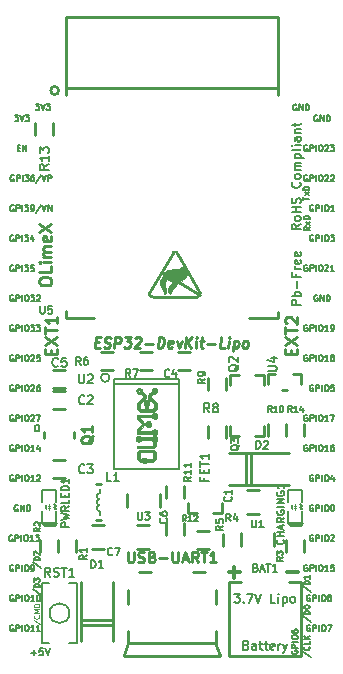
<source format=gbr>
G04 #@! TF.GenerationSoftware,KiCad,Pcbnew,6.0.0-rc1-unknown-829ba27~65~ubuntu16.04.1*
G04 #@! TF.CreationDate,2018-07-19T14:53:26+03:00*
G04 #@! TF.ProjectId,ESP32-DevKit-Lipo_Rev_A,45535033322D4465764B69742D4C6970,A*
G04 #@! TF.SameCoordinates,Original*
G04 #@! TF.FileFunction,Legend,Top*
G04 #@! TF.FilePolarity,Positive*
%FSLAX46Y46*%
G04 Gerber Fmt 4.6, Leading zero omitted, Abs format (unit mm)*
G04 Created by KiCad (PCBNEW 6.0.0-rc1-unknown-829ba27~65~ubuntu16.04.1) date Thu Jul 19 14:53:26 2018*
%MOMM*%
%LPD*%
G01*
G04 APERTURE LIST*
%ADD10C,0.190500*%
%ADD11C,0.254000*%
%ADD12C,0.127000*%
%ADD13C,0.146050*%
%ADD14C,0.114300*%
%ADD15C,0.222250*%
%ADD16C,0.317500*%
%ADD17C,0.050000*%
%ADD18C,0.100000*%
%ADD19C,0.200000*%
%ADD20C,0.150000*%
%ADD21C,0.009000*%
%ADD22C,0.158750*%
G04 APERTURE END LIST*
D10*
X148789571Y-113914464D02*
X149261285Y-113914464D01*
X149007285Y-114204750D01*
X149116142Y-114204750D01*
X149188714Y-114241035D01*
X149225000Y-114277321D01*
X149261285Y-114349892D01*
X149261285Y-114531321D01*
X149225000Y-114603892D01*
X149188714Y-114640178D01*
X149116142Y-114676464D01*
X148898428Y-114676464D01*
X148825857Y-114640178D01*
X148789571Y-114603892D01*
X149587857Y-114603892D02*
X149624142Y-114640178D01*
X149587857Y-114676464D01*
X149551571Y-114640178D01*
X149587857Y-114603892D01*
X149587857Y-114676464D01*
X149878142Y-113914464D02*
X150386142Y-113914464D01*
X150059571Y-114676464D01*
X150567571Y-113914464D02*
X150821571Y-114676464D01*
X151075571Y-113914464D01*
X152273000Y-114676464D02*
X151910142Y-114676464D01*
X151910142Y-113914464D01*
X152527000Y-114676464D02*
X152527000Y-114168464D01*
X152527000Y-113914464D02*
X152490714Y-113950750D01*
X152527000Y-113987035D01*
X152563285Y-113950750D01*
X152527000Y-113914464D01*
X152527000Y-113987035D01*
X152889857Y-114168464D02*
X152889857Y-114930464D01*
X152889857Y-114204750D02*
X152962428Y-114168464D01*
X153107571Y-114168464D01*
X153180142Y-114204750D01*
X153216428Y-114241035D01*
X153252714Y-114313607D01*
X153252714Y-114531321D01*
X153216428Y-114603892D01*
X153180142Y-114640178D01*
X153107571Y-114676464D01*
X152962428Y-114676464D01*
X152889857Y-114640178D01*
X153688142Y-114676464D02*
X153615571Y-114640178D01*
X153579285Y-114603892D01*
X153543000Y-114531321D01*
X153543000Y-114313607D01*
X153579285Y-114241035D01*
X153615571Y-114204750D01*
X153688142Y-114168464D01*
X153797000Y-114168464D01*
X153869571Y-114204750D01*
X153905857Y-114241035D01*
X153942142Y-114313607D01*
X153942142Y-114531321D01*
X153905857Y-114603892D01*
X153869571Y-114640178D01*
X153797000Y-114676464D01*
X153688142Y-114676464D01*
X149805571Y-118277821D02*
X149914428Y-118314107D01*
X149950714Y-118350392D01*
X149987000Y-118422964D01*
X149987000Y-118531821D01*
X149950714Y-118604392D01*
X149914428Y-118640678D01*
X149841857Y-118676964D01*
X149551571Y-118676964D01*
X149551571Y-117914964D01*
X149805571Y-117914964D01*
X149878142Y-117951250D01*
X149914428Y-117987535D01*
X149950714Y-118060107D01*
X149950714Y-118132678D01*
X149914428Y-118205250D01*
X149878142Y-118241535D01*
X149805571Y-118277821D01*
X149551571Y-118277821D01*
X150640142Y-118676964D02*
X150640142Y-118277821D01*
X150603857Y-118205250D01*
X150531285Y-118168964D01*
X150386142Y-118168964D01*
X150313571Y-118205250D01*
X150640142Y-118640678D02*
X150567571Y-118676964D01*
X150386142Y-118676964D01*
X150313571Y-118640678D01*
X150277285Y-118568107D01*
X150277285Y-118495535D01*
X150313571Y-118422964D01*
X150386142Y-118386678D01*
X150567571Y-118386678D01*
X150640142Y-118350392D01*
X150894142Y-118168964D02*
X151184428Y-118168964D01*
X151003000Y-117914964D02*
X151003000Y-118568107D01*
X151039285Y-118640678D01*
X151111857Y-118676964D01*
X151184428Y-118676964D01*
X151329571Y-118168964D02*
X151619857Y-118168964D01*
X151438428Y-117914964D02*
X151438428Y-118568107D01*
X151474714Y-118640678D01*
X151547285Y-118676964D01*
X151619857Y-118676964D01*
X152164142Y-118640678D02*
X152091571Y-118676964D01*
X151946428Y-118676964D01*
X151873857Y-118640678D01*
X151837571Y-118568107D01*
X151837571Y-118277821D01*
X151873857Y-118205250D01*
X151946428Y-118168964D01*
X152091571Y-118168964D01*
X152164142Y-118205250D01*
X152200428Y-118277821D01*
X152200428Y-118350392D01*
X151837571Y-118422964D01*
X152527000Y-118676964D02*
X152527000Y-118168964D01*
X152527000Y-118314107D02*
X152563285Y-118241535D01*
X152599571Y-118205250D01*
X152672142Y-118168964D01*
X152744714Y-118168964D01*
X152926142Y-118168964D02*
X153107571Y-118676964D01*
X153289000Y-118168964D02*
X153107571Y-118676964D01*
X153035000Y-118858392D01*
X152998714Y-118894678D01*
X152926142Y-118930964D01*
X154395714Y-82640714D02*
X154032857Y-82894714D01*
X154395714Y-83076142D02*
X153633714Y-83076142D01*
X153633714Y-82785857D01*
X153670000Y-82713285D01*
X153706285Y-82677000D01*
X153778857Y-82640714D01*
X153887714Y-82640714D01*
X153960285Y-82677000D01*
X153996571Y-82713285D01*
X154032857Y-82785857D01*
X154032857Y-83076142D01*
X154395714Y-82205285D02*
X154359428Y-82277857D01*
X154323142Y-82314142D01*
X154250571Y-82350428D01*
X154032857Y-82350428D01*
X153960285Y-82314142D01*
X153924000Y-82277857D01*
X153887714Y-82205285D01*
X153887714Y-82096428D01*
X153924000Y-82023857D01*
X153960285Y-81987571D01*
X154032857Y-81951285D01*
X154250571Y-81951285D01*
X154323142Y-81987571D01*
X154359428Y-82023857D01*
X154395714Y-82096428D01*
X154395714Y-82205285D01*
X154395714Y-81624714D02*
X153633714Y-81624714D01*
X153996571Y-81624714D02*
X153996571Y-81189285D01*
X154395714Y-81189285D02*
X153633714Y-81189285D01*
X154359428Y-80862714D02*
X154395714Y-80753857D01*
X154395714Y-80572428D01*
X154359428Y-80499857D01*
X154323142Y-80463571D01*
X154250571Y-80427285D01*
X154178000Y-80427285D01*
X154105428Y-80463571D01*
X154069142Y-80499857D01*
X154032857Y-80572428D01*
X153996571Y-80717571D01*
X153960285Y-80790142D01*
X153924000Y-80826428D01*
X153851428Y-80862714D01*
X153778857Y-80862714D01*
X153706285Y-80826428D01*
X153670000Y-80790142D01*
X153633714Y-80717571D01*
X153633714Y-80536142D01*
X153670000Y-80427285D01*
X154323142Y-79084714D02*
X154359428Y-79121000D01*
X154395714Y-79229857D01*
X154395714Y-79302428D01*
X154359428Y-79411285D01*
X154286857Y-79483857D01*
X154214285Y-79520142D01*
X154069142Y-79556428D01*
X153960285Y-79556428D01*
X153815142Y-79520142D01*
X153742571Y-79483857D01*
X153670000Y-79411285D01*
X153633714Y-79302428D01*
X153633714Y-79229857D01*
X153670000Y-79121000D01*
X153706285Y-79084714D01*
X154395714Y-78649285D02*
X154359428Y-78721857D01*
X154323142Y-78758142D01*
X154250571Y-78794428D01*
X154032857Y-78794428D01*
X153960285Y-78758142D01*
X153924000Y-78721857D01*
X153887714Y-78649285D01*
X153887714Y-78540428D01*
X153924000Y-78467857D01*
X153960285Y-78431571D01*
X154032857Y-78395285D01*
X154250571Y-78395285D01*
X154323142Y-78431571D01*
X154359428Y-78467857D01*
X154395714Y-78540428D01*
X154395714Y-78649285D01*
X154395714Y-78068714D02*
X153887714Y-78068714D01*
X153960285Y-78068714D02*
X153924000Y-78032428D01*
X153887714Y-77959857D01*
X153887714Y-77851000D01*
X153924000Y-77778428D01*
X153996571Y-77742142D01*
X154395714Y-77742142D01*
X153996571Y-77742142D02*
X153924000Y-77705857D01*
X153887714Y-77633285D01*
X153887714Y-77524428D01*
X153924000Y-77451857D01*
X153996571Y-77415571D01*
X154395714Y-77415571D01*
X153887714Y-77052714D02*
X154649714Y-77052714D01*
X153924000Y-77052714D02*
X153887714Y-76980142D01*
X153887714Y-76835000D01*
X153924000Y-76762428D01*
X153960285Y-76726142D01*
X154032857Y-76689857D01*
X154250571Y-76689857D01*
X154323142Y-76726142D01*
X154359428Y-76762428D01*
X154395714Y-76835000D01*
X154395714Y-76980142D01*
X154359428Y-77052714D01*
X154395714Y-76254428D02*
X154359428Y-76327000D01*
X154286857Y-76363285D01*
X153633714Y-76363285D01*
X154395714Y-75964142D02*
X153887714Y-75964142D01*
X153633714Y-75964142D02*
X153670000Y-76000428D01*
X153706285Y-75964142D01*
X153670000Y-75927857D01*
X153633714Y-75964142D01*
X153706285Y-75964142D01*
X154395714Y-75274714D02*
X153996571Y-75274714D01*
X153924000Y-75311000D01*
X153887714Y-75383571D01*
X153887714Y-75528714D01*
X153924000Y-75601285D01*
X154359428Y-75274714D02*
X154395714Y-75347285D01*
X154395714Y-75528714D01*
X154359428Y-75601285D01*
X154286857Y-75637571D01*
X154214285Y-75637571D01*
X154141714Y-75601285D01*
X154105428Y-75528714D01*
X154105428Y-75347285D01*
X154069142Y-75274714D01*
X153887714Y-74911857D02*
X154395714Y-74911857D01*
X153960285Y-74911857D02*
X153924000Y-74875571D01*
X153887714Y-74803000D01*
X153887714Y-74694142D01*
X153924000Y-74621571D01*
X153996571Y-74585285D01*
X154395714Y-74585285D01*
X153887714Y-74331285D02*
X153887714Y-74041000D01*
X153633714Y-74222428D02*
X154286857Y-74222428D01*
X154359428Y-74186142D01*
X154395714Y-74113571D01*
X154395714Y-74041000D01*
X154395714Y-89480571D02*
X153633714Y-89480571D01*
X153633714Y-89190285D01*
X153670000Y-89117714D01*
X153706285Y-89081428D01*
X153778857Y-89045142D01*
X153887714Y-89045142D01*
X153960285Y-89081428D01*
X153996571Y-89117714D01*
X154032857Y-89190285D01*
X154032857Y-89480571D01*
X154395714Y-88718571D02*
X153633714Y-88718571D01*
X153924000Y-88718571D02*
X153887714Y-88646000D01*
X153887714Y-88500857D01*
X153924000Y-88428285D01*
X153960285Y-88392000D01*
X154032857Y-88355714D01*
X154250571Y-88355714D01*
X154323142Y-88392000D01*
X154359428Y-88428285D01*
X154395714Y-88500857D01*
X154395714Y-88646000D01*
X154359428Y-88718571D01*
X154105428Y-88029142D02*
X154105428Y-87448571D01*
X153996571Y-86831714D02*
X153996571Y-87085714D01*
X154395714Y-87085714D02*
X153633714Y-87085714D01*
X153633714Y-86722857D01*
X154395714Y-86432571D02*
X153887714Y-86432571D01*
X154032857Y-86432571D02*
X153960285Y-86396285D01*
X153924000Y-86360000D01*
X153887714Y-86287428D01*
X153887714Y-86214857D01*
X154359428Y-85670571D02*
X154395714Y-85743142D01*
X154395714Y-85888285D01*
X154359428Y-85960857D01*
X154286857Y-85997142D01*
X153996571Y-85997142D01*
X153924000Y-85960857D01*
X153887714Y-85888285D01*
X153887714Y-85743142D01*
X153924000Y-85670571D01*
X153996571Y-85634285D01*
X154069142Y-85634285D01*
X154141714Y-85997142D01*
X154359428Y-85017428D02*
X154395714Y-85090000D01*
X154395714Y-85235142D01*
X154359428Y-85307714D01*
X154286857Y-85344000D01*
X153996571Y-85344000D01*
X153924000Y-85307714D01*
X153887714Y-85235142D01*
X153887714Y-85090000D01*
X153924000Y-85017428D01*
X153996571Y-84981142D01*
X154069142Y-84981142D01*
X154141714Y-85344000D01*
D11*
X153597428Y-93647380D02*
X153597428Y-93308714D01*
X154129619Y-93163571D02*
X154129619Y-93647380D01*
X153113619Y-93647380D01*
X153113619Y-93163571D01*
X153113619Y-92824904D02*
X154129619Y-92147571D01*
X153113619Y-92147571D02*
X154129619Y-92824904D01*
X153113619Y-91905666D02*
X153113619Y-91325095D01*
X154129619Y-91615380D02*
X153113619Y-91615380D01*
X153210380Y-91034809D02*
X153162000Y-90986428D01*
X153113619Y-90889666D01*
X153113619Y-90647761D01*
X153162000Y-90551000D01*
X153210380Y-90502619D01*
X153307142Y-90454238D01*
X153403904Y-90454238D01*
X153549047Y-90502619D01*
X154129619Y-91083190D01*
X154129619Y-90454238D01*
X133277428Y-93647380D02*
X133277428Y-93308714D01*
X133809619Y-93163571D02*
X133809619Y-93647380D01*
X132793619Y-93647380D01*
X132793619Y-93163571D01*
X132793619Y-92824904D02*
X133809619Y-92147571D01*
X132793619Y-92147571D02*
X133809619Y-92824904D01*
X132793619Y-91905666D02*
X132793619Y-91325095D01*
X133809619Y-91615380D02*
X132793619Y-91615380D01*
X133809619Y-90454238D02*
X133809619Y-91034809D01*
X133809619Y-90744523D02*
X132793619Y-90744523D01*
X132938761Y-90841285D01*
X133035523Y-90938047D01*
X133083904Y-91034809D01*
D12*
X154044952Y-72517000D02*
X153996571Y-72492809D01*
X153924000Y-72492809D01*
X153851428Y-72517000D01*
X153803047Y-72565380D01*
X153778857Y-72613761D01*
X153754666Y-72710523D01*
X153754666Y-72783095D01*
X153778857Y-72879857D01*
X153803047Y-72928238D01*
X153851428Y-72976619D01*
X153924000Y-73000809D01*
X153972380Y-73000809D01*
X154044952Y-72976619D01*
X154069142Y-72952428D01*
X154069142Y-72783095D01*
X153972380Y-72783095D01*
X154286857Y-73000809D02*
X154286857Y-72492809D01*
X154577142Y-73000809D01*
X154577142Y-72492809D01*
X154819047Y-73000809D02*
X154819047Y-72492809D01*
X154940000Y-72492809D01*
X155012571Y-72517000D01*
X155060952Y-72565380D01*
X155085142Y-72613761D01*
X155109333Y-72710523D01*
X155109333Y-72783095D01*
X155085142Y-72879857D01*
X155060952Y-72928238D01*
X155012571Y-72976619D01*
X154940000Y-73000809D01*
X154819047Y-73000809D01*
X154637619Y-118859904D02*
X155290761Y-119295333D01*
X155121428Y-118400285D02*
X155145619Y-118424476D01*
X155169809Y-118497047D01*
X155169809Y-118545428D01*
X155145619Y-118618000D01*
X155097238Y-118666380D01*
X155048857Y-118690571D01*
X154952095Y-118714761D01*
X154879523Y-118714761D01*
X154782761Y-118690571D01*
X154734380Y-118666380D01*
X154686000Y-118618000D01*
X154661809Y-118545428D01*
X154661809Y-118497047D01*
X154686000Y-118424476D01*
X154710190Y-118400285D01*
X155169809Y-117940666D02*
X155169809Y-118182571D01*
X154661809Y-118182571D01*
X155169809Y-117771333D02*
X154661809Y-117771333D01*
X155169809Y-117481047D02*
X154879523Y-117698761D01*
X154661809Y-117481047D02*
X154952095Y-117771333D01*
X153670000Y-118732904D02*
X153645809Y-118781285D01*
X153645809Y-118853857D01*
X153670000Y-118926428D01*
X153718380Y-118974809D01*
X153766761Y-118999000D01*
X153863523Y-119023190D01*
X153936095Y-119023190D01*
X154032857Y-118999000D01*
X154081238Y-118974809D01*
X154129619Y-118926428D01*
X154153809Y-118853857D01*
X154153809Y-118805476D01*
X154129619Y-118732904D01*
X154105428Y-118708714D01*
X153936095Y-118708714D01*
X153936095Y-118805476D01*
X154153809Y-118491000D02*
X153645809Y-118491000D01*
X153645809Y-118297476D01*
X153670000Y-118249095D01*
X153694190Y-118224904D01*
X153742571Y-118200714D01*
X153815142Y-118200714D01*
X153863523Y-118224904D01*
X153887714Y-118249095D01*
X153911904Y-118297476D01*
X153911904Y-118491000D01*
X154153809Y-117983000D02*
X153645809Y-117983000D01*
X153645809Y-117644333D02*
X153645809Y-117547571D01*
X153670000Y-117499190D01*
X153718380Y-117450809D01*
X153815142Y-117426619D01*
X153984476Y-117426619D01*
X154081238Y-117450809D01*
X154129619Y-117499190D01*
X154153809Y-117547571D01*
X154153809Y-117644333D01*
X154129619Y-117692714D01*
X154081238Y-117741095D01*
X153984476Y-117765285D01*
X153815142Y-117765285D01*
X153718380Y-117741095D01*
X153670000Y-117692714D01*
X153645809Y-117644333D01*
X153645809Y-116991190D02*
X153645809Y-117087952D01*
X153670000Y-117136333D01*
X153694190Y-117160523D01*
X153766761Y-117208904D01*
X153863523Y-117233095D01*
X154057047Y-117233095D01*
X154105428Y-117208904D01*
X154129619Y-117184714D01*
X154153809Y-117136333D01*
X154153809Y-117039571D01*
X154129619Y-116991190D01*
X154105428Y-116967000D01*
X154057047Y-116942809D01*
X153936095Y-116942809D01*
X153887714Y-116967000D01*
X153863523Y-116991190D01*
X153839333Y-117039571D01*
X153839333Y-117136333D01*
X153863523Y-117184714D01*
X153887714Y-117208904D01*
X153936095Y-117233095D01*
X155206095Y-116586000D02*
X155157714Y-116561809D01*
X155085142Y-116561809D01*
X155012571Y-116586000D01*
X154964190Y-116634380D01*
X154940000Y-116682761D01*
X154915809Y-116779523D01*
X154915809Y-116852095D01*
X154940000Y-116948857D01*
X154964190Y-116997238D01*
X155012571Y-117045619D01*
X155085142Y-117069809D01*
X155133523Y-117069809D01*
X155206095Y-117045619D01*
X155230285Y-117021428D01*
X155230285Y-116852095D01*
X155133523Y-116852095D01*
X155448000Y-117069809D02*
X155448000Y-116561809D01*
X155641523Y-116561809D01*
X155689904Y-116586000D01*
X155714095Y-116610190D01*
X155738285Y-116658571D01*
X155738285Y-116731142D01*
X155714095Y-116779523D01*
X155689904Y-116803714D01*
X155641523Y-116827904D01*
X155448000Y-116827904D01*
X155956000Y-117069809D02*
X155956000Y-116561809D01*
X156294666Y-116561809D02*
X156391428Y-116561809D01*
X156439809Y-116586000D01*
X156488190Y-116634380D01*
X156512380Y-116731142D01*
X156512380Y-116900476D01*
X156488190Y-116997238D01*
X156439809Y-117045619D01*
X156391428Y-117069809D01*
X156294666Y-117069809D01*
X156246285Y-117045619D01*
X156197904Y-116997238D01*
X156173714Y-116900476D01*
X156173714Y-116731142D01*
X156197904Y-116634380D01*
X156246285Y-116586000D01*
X156294666Y-116561809D01*
X156681714Y-116561809D02*
X157020380Y-116561809D01*
X156802666Y-117069809D01*
X154637619Y-115848190D02*
X155290761Y-116283619D01*
X155169809Y-115678857D02*
X154661809Y-115678857D01*
X154661809Y-115557904D01*
X154686000Y-115485333D01*
X154734380Y-115436952D01*
X154782761Y-115412761D01*
X154879523Y-115388571D01*
X154952095Y-115388571D01*
X155048857Y-115412761D01*
X155097238Y-115436952D01*
X155145619Y-115485333D01*
X155169809Y-115557904D01*
X155169809Y-115678857D01*
X154661809Y-115074095D02*
X154661809Y-115025714D01*
X154686000Y-114977333D01*
X154710190Y-114953142D01*
X154758571Y-114928952D01*
X154855333Y-114904761D01*
X154976285Y-114904761D01*
X155073047Y-114928952D01*
X155121428Y-114953142D01*
X155145619Y-114977333D01*
X155169809Y-115025714D01*
X155169809Y-115074095D01*
X155145619Y-115122476D01*
X155121428Y-115146666D01*
X155073047Y-115170857D01*
X154976285Y-115195047D01*
X154855333Y-115195047D01*
X154758571Y-115170857D01*
X154710190Y-115146666D01*
X154686000Y-115122476D01*
X154661809Y-115074095D01*
X154637619Y-113308190D02*
X155290761Y-113743619D01*
X155169809Y-113138857D02*
X154661809Y-113138857D01*
X154661809Y-113017904D01*
X154686000Y-112945333D01*
X154734380Y-112896952D01*
X154782761Y-112872761D01*
X154879523Y-112848571D01*
X154952095Y-112848571D01*
X155048857Y-112872761D01*
X155097238Y-112896952D01*
X155145619Y-112945333D01*
X155169809Y-113017904D01*
X155169809Y-113138857D01*
X155169809Y-112364761D02*
X155169809Y-112655047D01*
X155169809Y-112509904D02*
X154661809Y-112509904D01*
X154734380Y-112558285D01*
X154782761Y-112606666D01*
X154806952Y-112655047D01*
X155206095Y-114046000D02*
X155157714Y-114021809D01*
X155085142Y-114021809D01*
X155012571Y-114046000D01*
X154964190Y-114094380D01*
X154940000Y-114142761D01*
X154915809Y-114239523D01*
X154915809Y-114312095D01*
X154940000Y-114408857D01*
X154964190Y-114457238D01*
X155012571Y-114505619D01*
X155085142Y-114529809D01*
X155133523Y-114529809D01*
X155206095Y-114505619D01*
X155230285Y-114481428D01*
X155230285Y-114312095D01*
X155133523Y-114312095D01*
X155448000Y-114529809D02*
X155448000Y-114021809D01*
X155641523Y-114021809D01*
X155689904Y-114046000D01*
X155714095Y-114070190D01*
X155738285Y-114118571D01*
X155738285Y-114191142D01*
X155714095Y-114239523D01*
X155689904Y-114263714D01*
X155641523Y-114287904D01*
X155448000Y-114287904D01*
X155956000Y-114529809D02*
X155956000Y-114021809D01*
X156294666Y-114021809D02*
X156391428Y-114021809D01*
X156439809Y-114046000D01*
X156488190Y-114094380D01*
X156512380Y-114191142D01*
X156512380Y-114360476D01*
X156488190Y-114457238D01*
X156439809Y-114505619D01*
X156391428Y-114529809D01*
X156294666Y-114529809D01*
X156246285Y-114505619D01*
X156197904Y-114457238D01*
X156173714Y-114360476D01*
X156173714Y-114191142D01*
X156197904Y-114094380D01*
X156246285Y-114046000D01*
X156294666Y-114021809D01*
X156802666Y-114239523D02*
X156754285Y-114215333D01*
X156730095Y-114191142D01*
X156705904Y-114142761D01*
X156705904Y-114118571D01*
X156730095Y-114070190D01*
X156754285Y-114046000D01*
X156802666Y-114021809D01*
X156899428Y-114021809D01*
X156947809Y-114046000D01*
X156972000Y-114070190D01*
X156996190Y-114118571D01*
X156996190Y-114142761D01*
X156972000Y-114191142D01*
X156947809Y-114215333D01*
X156899428Y-114239523D01*
X156802666Y-114239523D01*
X156754285Y-114263714D01*
X156730095Y-114287904D01*
X156705904Y-114336285D01*
X156705904Y-114433047D01*
X156730095Y-114481428D01*
X156754285Y-114505619D01*
X156802666Y-114529809D01*
X156899428Y-114529809D01*
X156947809Y-114505619D01*
X156972000Y-114481428D01*
X156996190Y-114433047D01*
X156996190Y-114336285D01*
X156972000Y-114287904D01*
X156947809Y-114263714D01*
X156899428Y-114239523D01*
X154964190Y-111506000D02*
X154915809Y-111481809D01*
X154843238Y-111481809D01*
X154770666Y-111506000D01*
X154722285Y-111554380D01*
X154698095Y-111602761D01*
X154673904Y-111699523D01*
X154673904Y-111772095D01*
X154698095Y-111868857D01*
X154722285Y-111917238D01*
X154770666Y-111965619D01*
X154843238Y-111989809D01*
X154891619Y-111989809D01*
X154964190Y-111965619D01*
X154988380Y-111941428D01*
X154988380Y-111772095D01*
X154891619Y-111772095D01*
X155206095Y-111989809D02*
X155206095Y-111481809D01*
X155399619Y-111481809D01*
X155448000Y-111506000D01*
X155472190Y-111530190D01*
X155496380Y-111578571D01*
X155496380Y-111651142D01*
X155472190Y-111699523D01*
X155448000Y-111723714D01*
X155399619Y-111747904D01*
X155206095Y-111747904D01*
X155714095Y-111989809D02*
X155714095Y-111481809D01*
X156052761Y-111481809D02*
X156149523Y-111481809D01*
X156197904Y-111506000D01*
X156246285Y-111554380D01*
X156270476Y-111651142D01*
X156270476Y-111820476D01*
X156246285Y-111917238D01*
X156197904Y-111965619D01*
X156149523Y-111989809D01*
X156052761Y-111989809D01*
X156004380Y-111965619D01*
X155956000Y-111917238D01*
X155931809Y-111820476D01*
X155931809Y-111651142D01*
X155956000Y-111554380D01*
X156004380Y-111506000D01*
X156052761Y-111481809D01*
X156754285Y-111989809D02*
X156464000Y-111989809D01*
X156609142Y-111989809D02*
X156609142Y-111481809D01*
X156560761Y-111554380D01*
X156512380Y-111602761D01*
X156464000Y-111626952D01*
X157213904Y-111481809D02*
X156972000Y-111481809D01*
X156947809Y-111723714D01*
X156972000Y-111699523D01*
X157020380Y-111675333D01*
X157141333Y-111675333D01*
X157189714Y-111699523D01*
X157213904Y-111723714D01*
X157238095Y-111772095D01*
X157238095Y-111893047D01*
X157213904Y-111941428D01*
X157189714Y-111965619D01*
X157141333Y-111989809D01*
X157020380Y-111989809D01*
X156972000Y-111965619D01*
X156947809Y-111941428D01*
X155460095Y-108966000D02*
X155411714Y-108941809D01*
X155339142Y-108941809D01*
X155266571Y-108966000D01*
X155218190Y-109014380D01*
X155194000Y-109062761D01*
X155169809Y-109159523D01*
X155169809Y-109232095D01*
X155194000Y-109328857D01*
X155218190Y-109377238D01*
X155266571Y-109425619D01*
X155339142Y-109449809D01*
X155387523Y-109449809D01*
X155460095Y-109425619D01*
X155484285Y-109401428D01*
X155484285Y-109232095D01*
X155387523Y-109232095D01*
X155702000Y-109449809D02*
X155702000Y-108941809D01*
X155895523Y-108941809D01*
X155943904Y-108966000D01*
X155968095Y-108990190D01*
X155992285Y-109038571D01*
X155992285Y-109111142D01*
X155968095Y-109159523D01*
X155943904Y-109183714D01*
X155895523Y-109207904D01*
X155702000Y-109207904D01*
X156210000Y-109449809D02*
X156210000Y-108941809D01*
X156548666Y-108941809D02*
X156645428Y-108941809D01*
X156693809Y-108966000D01*
X156742190Y-109014380D01*
X156766380Y-109111142D01*
X156766380Y-109280476D01*
X156742190Y-109377238D01*
X156693809Y-109425619D01*
X156645428Y-109449809D01*
X156548666Y-109449809D01*
X156500285Y-109425619D01*
X156451904Y-109377238D01*
X156427714Y-109280476D01*
X156427714Y-109111142D01*
X156451904Y-109014380D01*
X156500285Y-108966000D01*
X156548666Y-108941809D01*
X156959904Y-108990190D02*
X156984095Y-108966000D01*
X157032476Y-108941809D01*
X157153428Y-108941809D01*
X157201809Y-108966000D01*
X157226000Y-108990190D01*
X157250190Y-109038571D01*
X157250190Y-109086952D01*
X157226000Y-109159523D01*
X156935714Y-109449809D01*
X157250190Y-109449809D01*
X155460095Y-106426000D02*
X155411714Y-106401809D01*
X155339142Y-106401809D01*
X155266571Y-106426000D01*
X155218190Y-106474380D01*
X155194000Y-106522761D01*
X155169809Y-106619523D01*
X155169809Y-106692095D01*
X155194000Y-106788857D01*
X155218190Y-106837238D01*
X155266571Y-106885619D01*
X155339142Y-106909809D01*
X155387523Y-106909809D01*
X155460095Y-106885619D01*
X155484285Y-106861428D01*
X155484285Y-106692095D01*
X155387523Y-106692095D01*
X155702000Y-106909809D02*
X155702000Y-106401809D01*
X155895523Y-106401809D01*
X155943904Y-106426000D01*
X155968095Y-106450190D01*
X155992285Y-106498571D01*
X155992285Y-106571142D01*
X155968095Y-106619523D01*
X155943904Y-106643714D01*
X155895523Y-106667904D01*
X155702000Y-106667904D01*
X156210000Y-106909809D02*
X156210000Y-106401809D01*
X156548666Y-106401809D02*
X156645428Y-106401809D01*
X156693809Y-106426000D01*
X156742190Y-106474380D01*
X156766380Y-106571142D01*
X156766380Y-106740476D01*
X156742190Y-106837238D01*
X156693809Y-106885619D01*
X156645428Y-106909809D01*
X156548666Y-106909809D01*
X156500285Y-106885619D01*
X156451904Y-106837238D01*
X156427714Y-106740476D01*
X156427714Y-106571142D01*
X156451904Y-106474380D01*
X156500285Y-106426000D01*
X156548666Y-106401809D01*
X157080857Y-106401809D02*
X157129238Y-106401809D01*
X157177619Y-106426000D01*
X157201809Y-106450190D01*
X157226000Y-106498571D01*
X157250190Y-106595333D01*
X157250190Y-106716285D01*
X157226000Y-106813047D01*
X157201809Y-106861428D01*
X157177619Y-106885619D01*
X157129238Y-106909809D01*
X157080857Y-106909809D01*
X157032476Y-106885619D01*
X157008285Y-106861428D01*
X156984095Y-106813047D01*
X156959904Y-106716285D01*
X156959904Y-106595333D01*
X156984095Y-106498571D01*
X157008285Y-106450190D01*
X157032476Y-106426000D01*
X157080857Y-106401809D01*
X155460095Y-103886000D02*
X155411714Y-103861809D01*
X155339142Y-103861809D01*
X155266571Y-103886000D01*
X155218190Y-103934380D01*
X155194000Y-103982761D01*
X155169809Y-104079523D01*
X155169809Y-104152095D01*
X155194000Y-104248857D01*
X155218190Y-104297238D01*
X155266571Y-104345619D01*
X155339142Y-104369809D01*
X155387523Y-104369809D01*
X155460095Y-104345619D01*
X155484285Y-104321428D01*
X155484285Y-104152095D01*
X155387523Y-104152095D01*
X155702000Y-104369809D02*
X155702000Y-103861809D01*
X155895523Y-103861809D01*
X155943904Y-103886000D01*
X155968095Y-103910190D01*
X155992285Y-103958571D01*
X155992285Y-104031142D01*
X155968095Y-104079523D01*
X155943904Y-104103714D01*
X155895523Y-104127904D01*
X155702000Y-104127904D01*
X156210000Y-104369809D02*
X156210000Y-103861809D01*
X156548666Y-103861809D02*
X156645428Y-103861809D01*
X156693809Y-103886000D01*
X156742190Y-103934380D01*
X156766380Y-104031142D01*
X156766380Y-104200476D01*
X156742190Y-104297238D01*
X156693809Y-104345619D01*
X156645428Y-104369809D01*
X156548666Y-104369809D01*
X156500285Y-104345619D01*
X156451904Y-104297238D01*
X156427714Y-104200476D01*
X156427714Y-104031142D01*
X156451904Y-103934380D01*
X156500285Y-103886000D01*
X156548666Y-103861809D01*
X157201809Y-104031142D02*
X157201809Y-104369809D01*
X157080857Y-103837619D02*
X156959904Y-104200476D01*
X157274380Y-104200476D01*
X154964190Y-101346000D02*
X154915809Y-101321809D01*
X154843238Y-101321809D01*
X154770666Y-101346000D01*
X154722285Y-101394380D01*
X154698095Y-101442761D01*
X154673904Y-101539523D01*
X154673904Y-101612095D01*
X154698095Y-101708857D01*
X154722285Y-101757238D01*
X154770666Y-101805619D01*
X154843238Y-101829809D01*
X154891619Y-101829809D01*
X154964190Y-101805619D01*
X154988380Y-101781428D01*
X154988380Y-101612095D01*
X154891619Y-101612095D01*
X155206095Y-101829809D02*
X155206095Y-101321809D01*
X155399619Y-101321809D01*
X155448000Y-101346000D01*
X155472190Y-101370190D01*
X155496380Y-101418571D01*
X155496380Y-101491142D01*
X155472190Y-101539523D01*
X155448000Y-101563714D01*
X155399619Y-101587904D01*
X155206095Y-101587904D01*
X155714095Y-101829809D02*
X155714095Y-101321809D01*
X156052761Y-101321809D02*
X156149523Y-101321809D01*
X156197904Y-101346000D01*
X156246285Y-101394380D01*
X156270476Y-101491142D01*
X156270476Y-101660476D01*
X156246285Y-101757238D01*
X156197904Y-101805619D01*
X156149523Y-101829809D01*
X156052761Y-101829809D01*
X156004380Y-101805619D01*
X155956000Y-101757238D01*
X155931809Y-101660476D01*
X155931809Y-101491142D01*
X155956000Y-101394380D01*
X156004380Y-101346000D01*
X156052761Y-101321809D01*
X156754285Y-101829809D02*
X156464000Y-101829809D01*
X156609142Y-101829809D02*
X156609142Y-101321809D01*
X156560761Y-101394380D01*
X156512380Y-101442761D01*
X156464000Y-101466952D01*
X157189714Y-101321809D02*
X157092952Y-101321809D01*
X157044571Y-101346000D01*
X157020380Y-101370190D01*
X156972000Y-101442761D01*
X156947809Y-101539523D01*
X156947809Y-101733047D01*
X156972000Y-101781428D01*
X156996190Y-101805619D01*
X157044571Y-101829809D01*
X157141333Y-101829809D01*
X157189714Y-101805619D01*
X157213904Y-101781428D01*
X157238095Y-101733047D01*
X157238095Y-101612095D01*
X157213904Y-101563714D01*
X157189714Y-101539523D01*
X157141333Y-101515333D01*
X157044571Y-101515333D01*
X156996190Y-101539523D01*
X156972000Y-101563714D01*
X156947809Y-101612095D01*
X154964190Y-98806000D02*
X154915809Y-98781809D01*
X154843238Y-98781809D01*
X154770666Y-98806000D01*
X154722285Y-98854380D01*
X154698095Y-98902761D01*
X154673904Y-98999523D01*
X154673904Y-99072095D01*
X154698095Y-99168857D01*
X154722285Y-99217238D01*
X154770666Y-99265619D01*
X154843238Y-99289809D01*
X154891619Y-99289809D01*
X154964190Y-99265619D01*
X154988380Y-99241428D01*
X154988380Y-99072095D01*
X154891619Y-99072095D01*
X155206095Y-99289809D02*
X155206095Y-98781809D01*
X155399619Y-98781809D01*
X155448000Y-98806000D01*
X155472190Y-98830190D01*
X155496380Y-98878571D01*
X155496380Y-98951142D01*
X155472190Y-98999523D01*
X155448000Y-99023714D01*
X155399619Y-99047904D01*
X155206095Y-99047904D01*
X155714095Y-99289809D02*
X155714095Y-98781809D01*
X156052761Y-98781809D02*
X156149523Y-98781809D01*
X156197904Y-98806000D01*
X156246285Y-98854380D01*
X156270476Y-98951142D01*
X156270476Y-99120476D01*
X156246285Y-99217238D01*
X156197904Y-99265619D01*
X156149523Y-99289809D01*
X156052761Y-99289809D01*
X156004380Y-99265619D01*
X155956000Y-99217238D01*
X155931809Y-99120476D01*
X155931809Y-98951142D01*
X155956000Y-98854380D01*
X156004380Y-98806000D01*
X156052761Y-98781809D01*
X156754285Y-99289809D02*
X156464000Y-99289809D01*
X156609142Y-99289809D02*
X156609142Y-98781809D01*
X156560761Y-98854380D01*
X156512380Y-98902761D01*
X156464000Y-98926952D01*
X156923619Y-98781809D02*
X157262285Y-98781809D01*
X157044571Y-99289809D01*
X155460095Y-96266000D02*
X155411714Y-96241809D01*
X155339142Y-96241809D01*
X155266571Y-96266000D01*
X155218190Y-96314380D01*
X155194000Y-96362761D01*
X155169809Y-96459523D01*
X155169809Y-96532095D01*
X155194000Y-96628857D01*
X155218190Y-96677238D01*
X155266571Y-96725619D01*
X155339142Y-96749809D01*
X155387523Y-96749809D01*
X155460095Y-96725619D01*
X155484285Y-96701428D01*
X155484285Y-96532095D01*
X155387523Y-96532095D01*
X155702000Y-96749809D02*
X155702000Y-96241809D01*
X155895523Y-96241809D01*
X155943904Y-96266000D01*
X155968095Y-96290190D01*
X155992285Y-96338571D01*
X155992285Y-96411142D01*
X155968095Y-96459523D01*
X155943904Y-96483714D01*
X155895523Y-96507904D01*
X155702000Y-96507904D01*
X156210000Y-96749809D02*
X156210000Y-96241809D01*
X156548666Y-96241809D02*
X156645428Y-96241809D01*
X156693809Y-96266000D01*
X156742190Y-96314380D01*
X156766380Y-96411142D01*
X156766380Y-96580476D01*
X156742190Y-96677238D01*
X156693809Y-96725619D01*
X156645428Y-96749809D01*
X156548666Y-96749809D01*
X156500285Y-96725619D01*
X156451904Y-96677238D01*
X156427714Y-96580476D01*
X156427714Y-96411142D01*
X156451904Y-96314380D01*
X156500285Y-96266000D01*
X156548666Y-96241809D01*
X157226000Y-96241809D02*
X156984095Y-96241809D01*
X156959904Y-96483714D01*
X156984095Y-96459523D01*
X157032476Y-96435333D01*
X157153428Y-96435333D01*
X157201809Y-96459523D01*
X157226000Y-96483714D01*
X157250190Y-96532095D01*
X157250190Y-96653047D01*
X157226000Y-96701428D01*
X157201809Y-96725619D01*
X157153428Y-96749809D01*
X157032476Y-96749809D01*
X156984095Y-96725619D01*
X156959904Y-96701428D01*
X154964190Y-93726000D02*
X154915809Y-93701809D01*
X154843238Y-93701809D01*
X154770666Y-93726000D01*
X154722285Y-93774380D01*
X154698095Y-93822761D01*
X154673904Y-93919523D01*
X154673904Y-93992095D01*
X154698095Y-94088857D01*
X154722285Y-94137238D01*
X154770666Y-94185619D01*
X154843238Y-94209809D01*
X154891619Y-94209809D01*
X154964190Y-94185619D01*
X154988380Y-94161428D01*
X154988380Y-93992095D01*
X154891619Y-93992095D01*
X155206095Y-94209809D02*
X155206095Y-93701809D01*
X155399619Y-93701809D01*
X155448000Y-93726000D01*
X155472190Y-93750190D01*
X155496380Y-93798571D01*
X155496380Y-93871142D01*
X155472190Y-93919523D01*
X155448000Y-93943714D01*
X155399619Y-93967904D01*
X155206095Y-93967904D01*
X155714095Y-94209809D02*
X155714095Y-93701809D01*
X156052761Y-93701809D02*
X156149523Y-93701809D01*
X156197904Y-93726000D01*
X156246285Y-93774380D01*
X156270476Y-93871142D01*
X156270476Y-94040476D01*
X156246285Y-94137238D01*
X156197904Y-94185619D01*
X156149523Y-94209809D01*
X156052761Y-94209809D01*
X156004380Y-94185619D01*
X155956000Y-94137238D01*
X155931809Y-94040476D01*
X155931809Y-93871142D01*
X155956000Y-93774380D01*
X156004380Y-93726000D01*
X156052761Y-93701809D01*
X156754285Y-94209809D02*
X156464000Y-94209809D01*
X156609142Y-94209809D02*
X156609142Y-93701809D01*
X156560761Y-93774380D01*
X156512380Y-93822761D01*
X156464000Y-93846952D01*
X157044571Y-93919523D02*
X156996190Y-93895333D01*
X156972000Y-93871142D01*
X156947809Y-93822761D01*
X156947809Y-93798571D01*
X156972000Y-93750190D01*
X156996190Y-93726000D01*
X157044571Y-93701809D01*
X157141333Y-93701809D01*
X157189714Y-93726000D01*
X157213904Y-93750190D01*
X157238095Y-93798571D01*
X157238095Y-93822761D01*
X157213904Y-93871142D01*
X157189714Y-93895333D01*
X157141333Y-93919523D01*
X157044571Y-93919523D01*
X156996190Y-93943714D01*
X156972000Y-93967904D01*
X156947809Y-94016285D01*
X156947809Y-94113047D01*
X156972000Y-94161428D01*
X156996190Y-94185619D01*
X157044571Y-94209809D01*
X157141333Y-94209809D01*
X157189714Y-94185619D01*
X157213904Y-94161428D01*
X157238095Y-94113047D01*
X157238095Y-94016285D01*
X157213904Y-93967904D01*
X157189714Y-93943714D01*
X157141333Y-93919523D01*
X154964190Y-91186000D02*
X154915809Y-91161809D01*
X154843238Y-91161809D01*
X154770666Y-91186000D01*
X154722285Y-91234380D01*
X154698095Y-91282761D01*
X154673904Y-91379523D01*
X154673904Y-91452095D01*
X154698095Y-91548857D01*
X154722285Y-91597238D01*
X154770666Y-91645619D01*
X154843238Y-91669809D01*
X154891619Y-91669809D01*
X154964190Y-91645619D01*
X154988380Y-91621428D01*
X154988380Y-91452095D01*
X154891619Y-91452095D01*
X155206095Y-91669809D02*
X155206095Y-91161809D01*
X155399619Y-91161809D01*
X155448000Y-91186000D01*
X155472190Y-91210190D01*
X155496380Y-91258571D01*
X155496380Y-91331142D01*
X155472190Y-91379523D01*
X155448000Y-91403714D01*
X155399619Y-91427904D01*
X155206095Y-91427904D01*
X155714095Y-91669809D02*
X155714095Y-91161809D01*
X156052761Y-91161809D02*
X156149523Y-91161809D01*
X156197904Y-91186000D01*
X156246285Y-91234380D01*
X156270476Y-91331142D01*
X156270476Y-91500476D01*
X156246285Y-91597238D01*
X156197904Y-91645619D01*
X156149523Y-91669809D01*
X156052761Y-91669809D01*
X156004380Y-91645619D01*
X155956000Y-91597238D01*
X155931809Y-91500476D01*
X155931809Y-91331142D01*
X155956000Y-91234380D01*
X156004380Y-91186000D01*
X156052761Y-91161809D01*
X156754285Y-91669809D02*
X156464000Y-91669809D01*
X156609142Y-91669809D02*
X156609142Y-91161809D01*
X156560761Y-91234380D01*
X156512380Y-91282761D01*
X156464000Y-91306952D01*
X156996190Y-91669809D02*
X157092952Y-91669809D01*
X157141333Y-91645619D01*
X157165523Y-91621428D01*
X157213904Y-91548857D01*
X157238095Y-91452095D01*
X157238095Y-91258571D01*
X157213904Y-91210190D01*
X157189714Y-91186000D01*
X157141333Y-91161809D01*
X157044571Y-91161809D01*
X156996190Y-91186000D01*
X156972000Y-91210190D01*
X156947809Y-91258571D01*
X156947809Y-91379523D01*
X156972000Y-91427904D01*
X156996190Y-91452095D01*
X157044571Y-91476285D01*
X157141333Y-91476285D01*
X157189714Y-91452095D01*
X157213904Y-91427904D01*
X157238095Y-91379523D01*
X155822952Y-88646000D02*
X155774571Y-88621809D01*
X155702000Y-88621809D01*
X155629428Y-88646000D01*
X155581047Y-88694380D01*
X155556857Y-88742761D01*
X155532666Y-88839523D01*
X155532666Y-88912095D01*
X155556857Y-89008857D01*
X155581047Y-89057238D01*
X155629428Y-89105619D01*
X155702000Y-89129809D01*
X155750380Y-89129809D01*
X155822952Y-89105619D01*
X155847142Y-89081428D01*
X155847142Y-88912095D01*
X155750380Y-88912095D01*
X156064857Y-89129809D02*
X156064857Y-88621809D01*
X156355142Y-89129809D01*
X156355142Y-88621809D01*
X156597047Y-89129809D02*
X156597047Y-88621809D01*
X156718000Y-88621809D01*
X156790571Y-88646000D01*
X156838952Y-88694380D01*
X156863142Y-88742761D01*
X156887333Y-88839523D01*
X156887333Y-88912095D01*
X156863142Y-89008857D01*
X156838952Y-89057238D01*
X156790571Y-89105619D01*
X156718000Y-89129809D01*
X156597047Y-89129809D01*
X154964190Y-86106000D02*
X154915809Y-86081809D01*
X154843238Y-86081809D01*
X154770666Y-86106000D01*
X154722285Y-86154380D01*
X154698095Y-86202761D01*
X154673904Y-86299523D01*
X154673904Y-86372095D01*
X154698095Y-86468857D01*
X154722285Y-86517238D01*
X154770666Y-86565619D01*
X154843238Y-86589809D01*
X154891619Y-86589809D01*
X154964190Y-86565619D01*
X154988380Y-86541428D01*
X154988380Y-86372095D01*
X154891619Y-86372095D01*
X155206095Y-86589809D02*
X155206095Y-86081809D01*
X155399619Y-86081809D01*
X155448000Y-86106000D01*
X155472190Y-86130190D01*
X155496380Y-86178571D01*
X155496380Y-86251142D01*
X155472190Y-86299523D01*
X155448000Y-86323714D01*
X155399619Y-86347904D01*
X155206095Y-86347904D01*
X155714095Y-86589809D02*
X155714095Y-86081809D01*
X156052761Y-86081809D02*
X156149523Y-86081809D01*
X156197904Y-86106000D01*
X156246285Y-86154380D01*
X156270476Y-86251142D01*
X156270476Y-86420476D01*
X156246285Y-86517238D01*
X156197904Y-86565619D01*
X156149523Y-86589809D01*
X156052761Y-86589809D01*
X156004380Y-86565619D01*
X155956000Y-86517238D01*
X155931809Y-86420476D01*
X155931809Y-86251142D01*
X155956000Y-86154380D01*
X156004380Y-86106000D01*
X156052761Y-86081809D01*
X156464000Y-86130190D02*
X156488190Y-86106000D01*
X156536571Y-86081809D01*
X156657523Y-86081809D01*
X156705904Y-86106000D01*
X156730095Y-86130190D01*
X156754285Y-86178571D01*
X156754285Y-86226952D01*
X156730095Y-86299523D01*
X156439809Y-86589809D01*
X156754285Y-86589809D01*
X157238095Y-86589809D02*
X156947809Y-86589809D01*
X157092952Y-86589809D02*
X157092952Y-86081809D01*
X157044571Y-86154380D01*
X156996190Y-86202761D01*
X156947809Y-86226952D01*
X155460095Y-83591400D02*
X155411714Y-83567209D01*
X155339142Y-83567209D01*
X155266571Y-83591400D01*
X155218190Y-83639780D01*
X155194000Y-83688161D01*
X155169809Y-83784923D01*
X155169809Y-83857495D01*
X155194000Y-83954257D01*
X155218190Y-84002638D01*
X155266571Y-84051019D01*
X155339142Y-84075209D01*
X155387523Y-84075209D01*
X155460095Y-84051019D01*
X155484285Y-84026828D01*
X155484285Y-83857495D01*
X155387523Y-83857495D01*
X155702000Y-84075209D02*
X155702000Y-83567209D01*
X155895523Y-83567209D01*
X155943904Y-83591400D01*
X155968095Y-83615590D01*
X155992285Y-83663971D01*
X155992285Y-83736542D01*
X155968095Y-83784923D01*
X155943904Y-83809114D01*
X155895523Y-83833304D01*
X155702000Y-83833304D01*
X156210000Y-84075209D02*
X156210000Y-83567209D01*
X156548666Y-83567209D02*
X156645428Y-83567209D01*
X156693809Y-83591400D01*
X156742190Y-83639780D01*
X156766380Y-83736542D01*
X156766380Y-83905876D01*
X156742190Y-84002638D01*
X156693809Y-84051019D01*
X156645428Y-84075209D01*
X156548666Y-84075209D01*
X156500285Y-84051019D01*
X156451904Y-84002638D01*
X156427714Y-83905876D01*
X156427714Y-83736542D01*
X156451904Y-83639780D01*
X156500285Y-83591400D01*
X156548666Y-83567209D01*
X156935714Y-83567209D02*
X157250190Y-83567209D01*
X157080857Y-83760733D01*
X157153428Y-83760733D01*
X157201809Y-83784923D01*
X157226000Y-83809114D01*
X157250190Y-83857495D01*
X157250190Y-83978447D01*
X157226000Y-84026828D01*
X157201809Y-84051019D01*
X157153428Y-84075209D01*
X157008285Y-84075209D01*
X156959904Y-84051019D01*
X156935714Y-84026828D01*
X155460095Y-81051400D02*
X155411714Y-81027209D01*
X155339142Y-81027209D01*
X155266571Y-81051400D01*
X155218190Y-81099780D01*
X155194000Y-81148161D01*
X155169809Y-81244923D01*
X155169809Y-81317495D01*
X155194000Y-81414257D01*
X155218190Y-81462638D01*
X155266571Y-81511019D01*
X155339142Y-81535209D01*
X155387523Y-81535209D01*
X155460095Y-81511019D01*
X155484285Y-81486828D01*
X155484285Y-81317495D01*
X155387523Y-81317495D01*
X155702000Y-81535209D02*
X155702000Y-81027209D01*
X155895523Y-81027209D01*
X155943904Y-81051400D01*
X155968095Y-81075590D01*
X155992285Y-81123971D01*
X155992285Y-81196542D01*
X155968095Y-81244923D01*
X155943904Y-81269114D01*
X155895523Y-81293304D01*
X155702000Y-81293304D01*
X156210000Y-81535209D02*
X156210000Y-81027209D01*
X156548666Y-81027209D02*
X156645428Y-81027209D01*
X156693809Y-81051400D01*
X156742190Y-81099780D01*
X156766380Y-81196542D01*
X156766380Y-81365876D01*
X156742190Y-81462638D01*
X156693809Y-81511019D01*
X156645428Y-81535209D01*
X156548666Y-81535209D01*
X156500285Y-81511019D01*
X156451904Y-81462638D01*
X156427714Y-81365876D01*
X156427714Y-81196542D01*
X156451904Y-81099780D01*
X156500285Y-81051400D01*
X156548666Y-81027209D01*
X157250190Y-81535209D02*
X156959904Y-81535209D01*
X157105047Y-81535209D02*
X157105047Y-81027209D01*
X157056666Y-81099780D01*
X157008285Y-81148161D01*
X156959904Y-81172352D01*
X155169809Y-82852380D02*
X154927904Y-83021714D01*
X155169809Y-83142666D02*
X154661809Y-83142666D01*
X154661809Y-82949142D01*
X154686000Y-82900761D01*
X154710190Y-82876571D01*
X154758571Y-82852380D01*
X154831142Y-82852380D01*
X154879523Y-82876571D01*
X154903714Y-82900761D01*
X154927904Y-82949142D01*
X154927904Y-83142666D01*
X155169809Y-82683047D02*
X154831142Y-82416952D01*
X154831142Y-82683047D02*
X155169809Y-82416952D01*
X155169809Y-82223428D02*
X154661809Y-82223428D01*
X154661809Y-82102476D01*
X154686000Y-82029904D01*
X154734380Y-81981523D01*
X154782761Y-81957333D01*
X154879523Y-81933142D01*
X154952095Y-81933142D01*
X155048857Y-81957333D01*
X155097238Y-81981523D01*
X155145619Y-82029904D01*
X155169809Y-82102476D01*
X155169809Y-82223428D01*
X154636409Y-80614761D02*
X154636409Y-80324476D01*
X155144409Y-80469619D02*
X154636409Y-80469619D01*
X155144409Y-80203523D02*
X154805742Y-79937428D01*
X154805742Y-80203523D02*
X155144409Y-79937428D01*
X155144409Y-79743904D02*
X154636409Y-79743904D01*
X154636409Y-79622952D01*
X154660600Y-79550380D01*
X154708980Y-79502000D01*
X154757361Y-79477809D01*
X154854123Y-79453619D01*
X154926695Y-79453619D01*
X155023457Y-79477809D01*
X155071838Y-79502000D01*
X155120219Y-79550380D01*
X155144409Y-79622952D01*
X155144409Y-79743904D01*
X154964190Y-78511400D02*
X154915809Y-78487209D01*
X154843238Y-78487209D01*
X154770666Y-78511400D01*
X154722285Y-78559780D01*
X154698095Y-78608161D01*
X154673904Y-78704923D01*
X154673904Y-78777495D01*
X154698095Y-78874257D01*
X154722285Y-78922638D01*
X154770666Y-78971019D01*
X154843238Y-78995209D01*
X154891619Y-78995209D01*
X154964190Y-78971019D01*
X154988380Y-78946828D01*
X154988380Y-78777495D01*
X154891619Y-78777495D01*
X155206095Y-78995209D02*
X155206095Y-78487209D01*
X155399619Y-78487209D01*
X155448000Y-78511400D01*
X155472190Y-78535590D01*
X155496380Y-78583971D01*
X155496380Y-78656542D01*
X155472190Y-78704923D01*
X155448000Y-78729114D01*
X155399619Y-78753304D01*
X155206095Y-78753304D01*
X155714095Y-78995209D02*
X155714095Y-78487209D01*
X156052761Y-78487209D02*
X156149523Y-78487209D01*
X156197904Y-78511400D01*
X156246285Y-78559780D01*
X156270476Y-78656542D01*
X156270476Y-78825876D01*
X156246285Y-78922638D01*
X156197904Y-78971019D01*
X156149523Y-78995209D01*
X156052761Y-78995209D01*
X156004380Y-78971019D01*
X155956000Y-78922638D01*
X155931809Y-78825876D01*
X155931809Y-78656542D01*
X155956000Y-78559780D01*
X156004380Y-78511400D01*
X156052761Y-78487209D01*
X156464000Y-78535590D02*
X156488190Y-78511400D01*
X156536571Y-78487209D01*
X156657523Y-78487209D01*
X156705904Y-78511400D01*
X156730095Y-78535590D01*
X156754285Y-78583971D01*
X156754285Y-78632352D01*
X156730095Y-78704923D01*
X156439809Y-78995209D01*
X156754285Y-78995209D01*
X156947809Y-78535590D02*
X156972000Y-78511400D01*
X157020380Y-78487209D01*
X157141333Y-78487209D01*
X157189714Y-78511400D01*
X157213904Y-78535590D01*
X157238095Y-78583971D01*
X157238095Y-78632352D01*
X157213904Y-78704923D01*
X156923619Y-78995209D01*
X157238095Y-78995209D01*
X154964190Y-75971400D02*
X154915809Y-75947209D01*
X154843238Y-75947209D01*
X154770666Y-75971400D01*
X154722285Y-76019780D01*
X154698095Y-76068161D01*
X154673904Y-76164923D01*
X154673904Y-76237495D01*
X154698095Y-76334257D01*
X154722285Y-76382638D01*
X154770666Y-76431019D01*
X154843238Y-76455209D01*
X154891619Y-76455209D01*
X154964190Y-76431019D01*
X154988380Y-76406828D01*
X154988380Y-76237495D01*
X154891619Y-76237495D01*
X155206095Y-76455209D02*
X155206095Y-75947209D01*
X155399619Y-75947209D01*
X155448000Y-75971400D01*
X155472190Y-75995590D01*
X155496380Y-76043971D01*
X155496380Y-76116542D01*
X155472190Y-76164923D01*
X155448000Y-76189114D01*
X155399619Y-76213304D01*
X155206095Y-76213304D01*
X155714095Y-76455209D02*
X155714095Y-75947209D01*
X156052761Y-75947209D02*
X156149523Y-75947209D01*
X156197904Y-75971400D01*
X156246285Y-76019780D01*
X156270476Y-76116542D01*
X156270476Y-76285876D01*
X156246285Y-76382638D01*
X156197904Y-76431019D01*
X156149523Y-76455209D01*
X156052761Y-76455209D01*
X156004380Y-76431019D01*
X155956000Y-76382638D01*
X155931809Y-76285876D01*
X155931809Y-76116542D01*
X155956000Y-76019780D01*
X156004380Y-75971400D01*
X156052761Y-75947209D01*
X156464000Y-75995590D02*
X156488190Y-75971400D01*
X156536571Y-75947209D01*
X156657523Y-75947209D01*
X156705904Y-75971400D01*
X156730095Y-75995590D01*
X156754285Y-76043971D01*
X156754285Y-76092352D01*
X156730095Y-76164923D01*
X156439809Y-76455209D01*
X156754285Y-76455209D01*
X156923619Y-75947209D02*
X157238095Y-75947209D01*
X157068761Y-76140733D01*
X157141333Y-76140733D01*
X157189714Y-76164923D01*
X157213904Y-76189114D01*
X157238095Y-76237495D01*
X157238095Y-76358447D01*
X157213904Y-76406828D01*
X157189714Y-76431019D01*
X157141333Y-76455209D01*
X156996190Y-76455209D01*
X156947809Y-76431019D01*
X156923619Y-76406828D01*
X155822952Y-73431400D02*
X155774571Y-73407209D01*
X155702000Y-73407209D01*
X155629428Y-73431400D01*
X155581047Y-73479780D01*
X155556857Y-73528161D01*
X155532666Y-73624923D01*
X155532666Y-73697495D01*
X155556857Y-73794257D01*
X155581047Y-73842638D01*
X155629428Y-73891019D01*
X155702000Y-73915209D01*
X155750380Y-73915209D01*
X155822952Y-73891019D01*
X155847142Y-73866828D01*
X155847142Y-73697495D01*
X155750380Y-73697495D01*
X156064857Y-73915209D02*
X156064857Y-73407209D01*
X156355142Y-73915209D01*
X156355142Y-73407209D01*
X156597047Y-73915209D02*
X156597047Y-73407209D01*
X156718000Y-73407209D01*
X156790571Y-73431400D01*
X156838952Y-73479780D01*
X156863142Y-73528161D01*
X156887333Y-73624923D01*
X156887333Y-73697495D01*
X156863142Y-73794257D01*
X156838952Y-73842638D01*
X156790571Y-73891019D01*
X156718000Y-73915209D01*
X156597047Y-73915209D01*
X131777619Y-111276190D02*
X132430761Y-111711619D01*
X132309809Y-111106857D02*
X131801809Y-111106857D01*
X131801809Y-110985904D01*
X131826000Y-110913333D01*
X131874380Y-110864952D01*
X131922761Y-110840761D01*
X132019523Y-110816571D01*
X132092095Y-110816571D01*
X132188857Y-110840761D01*
X132237238Y-110864952D01*
X132285619Y-110913333D01*
X132309809Y-110985904D01*
X132309809Y-111106857D01*
X131850190Y-110623047D02*
X131826000Y-110598857D01*
X131801809Y-110550476D01*
X131801809Y-110429523D01*
X131826000Y-110381142D01*
X131850190Y-110356952D01*
X131898571Y-110332761D01*
X131946952Y-110332761D01*
X132019523Y-110356952D01*
X132309809Y-110647238D01*
X132309809Y-110332761D01*
X131959047Y-72442009D02*
X132273523Y-72442009D01*
X132104190Y-72635533D01*
X132176761Y-72635533D01*
X132225142Y-72659723D01*
X132249333Y-72683914D01*
X132273523Y-72732295D01*
X132273523Y-72853247D01*
X132249333Y-72901628D01*
X132225142Y-72925819D01*
X132176761Y-72950009D01*
X132031619Y-72950009D01*
X131983238Y-72925819D01*
X131959047Y-72901628D01*
X132418666Y-72442009D02*
X132588000Y-72950009D01*
X132757333Y-72442009D01*
X132878285Y-72442009D02*
X133192761Y-72442009D01*
X133023428Y-72635533D01*
X133096000Y-72635533D01*
X133144380Y-72659723D01*
X133168571Y-72683914D01*
X133192761Y-72732295D01*
X133192761Y-72853247D01*
X133168571Y-72901628D01*
X133144380Y-72925819D01*
X133096000Y-72950009D01*
X132950857Y-72950009D01*
X132902476Y-72925819D01*
X132878285Y-72901628D01*
D13*
X131582885Y-118913728D02*
X132027990Y-118913728D01*
X131805438Y-119136280D02*
X131805438Y-118691176D01*
X132584371Y-118552080D02*
X132306180Y-118552080D01*
X132278361Y-118830271D01*
X132306180Y-118802452D01*
X132361819Y-118774633D01*
X132500914Y-118774633D01*
X132556552Y-118802452D01*
X132584371Y-118830271D01*
X132612190Y-118885909D01*
X132612190Y-119025004D01*
X132584371Y-119080642D01*
X132556552Y-119108461D01*
X132500914Y-119136280D01*
X132361819Y-119136280D01*
X132306180Y-119108461D01*
X132278361Y-119080642D01*
X132779104Y-118552080D02*
X132973838Y-119136280D01*
X133168571Y-118552080D01*
D14*
X131807857Y-116168714D02*
X132395685Y-116560600D01*
X132243285Y-115755057D02*
X132265057Y-115776828D01*
X132286828Y-115842142D01*
X132286828Y-115885685D01*
X132265057Y-115951000D01*
X132221514Y-115994542D01*
X132177971Y-116016314D01*
X132090885Y-116038085D01*
X132025571Y-116038085D01*
X131938485Y-116016314D01*
X131894942Y-115994542D01*
X131851400Y-115951000D01*
X131829628Y-115885685D01*
X131829628Y-115842142D01*
X131851400Y-115776828D01*
X131873171Y-115755057D01*
X132286828Y-115559114D02*
X131829628Y-115559114D01*
X132156200Y-115406714D01*
X131829628Y-115254314D01*
X132286828Y-115254314D01*
X132286828Y-115036600D02*
X131829628Y-115036600D01*
X131829628Y-114927742D01*
X131851400Y-114862428D01*
X131894942Y-114818885D01*
X131938485Y-114797114D01*
X132025571Y-114775342D01*
X132090885Y-114775342D01*
X132177971Y-114797114D01*
X132221514Y-114818885D01*
X132265057Y-114862428D01*
X132286828Y-114927742D01*
X132286828Y-115036600D01*
D12*
X130072190Y-116611400D02*
X130023809Y-116587209D01*
X129951238Y-116587209D01*
X129878666Y-116611400D01*
X129830285Y-116659780D01*
X129806095Y-116708161D01*
X129781904Y-116804923D01*
X129781904Y-116877495D01*
X129806095Y-116974257D01*
X129830285Y-117022638D01*
X129878666Y-117071019D01*
X129951238Y-117095209D01*
X129999619Y-117095209D01*
X130072190Y-117071019D01*
X130096380Y-117046828D01*
X130096380Y-116877495D01*
X129999619Y-116877495D01*
X130314095Y-117095209D02*
X130314095Y-116587209D01*
X130507619Y-116587209D01*
X130556000Y-116611400D01*
X130580190Y-116635590D01*
X130604380Y-116683971D01*
X130604380Y-116756542D01*
X130580190Y-116804923D01*
X130556000Y-116829114D01*
X130507619Y-116853304D01*
X130314095Y-116853304D01*
X130822095Y-117095209D02*
X130822095Y-116587209D01*
X131160761Y-116587209D02*
X131257523Y-116587209D01*
X131305904Y-116611400D01*
X131354285Y-116659780D01*
X131378476Y-116756542D01*
X131378476Y-116925876D01*
X131354285Y-117022638D01*
X131305904Y-117071019D01*
X131257523Y-117095209D01*
X131160761Y-117095209D01*
X131112380Y-117071019D01*
X131064000Y-117022638D01*
X131039809Y-116925876D01*
X131039809Y-116756542D01*
X131064000Y-116659780D01*
X131112380Y-116611400D01*
X131160761Y-116587209D01*
X131862285Y-117095209D02*
X131572000Y-117095209D01*
X131717142Y-117095209D02*
X131717142Y-116587209D01*
X131668761Y-116659780D01*
X131620380Y-116708161D01*
X131572000Y-116732352D01*
X132346095Y-117095209D02*
X132055809Y-117095209D01*
X132200952Y-117095209D02*
X132200952Y-116587209D01*
X132152571Y-116659780D01*
X132104190Y-116708161D01*
X132055809Y-116732352D01*
X131777619Y-113562190D02*
X132430761Y-113997619D01*
X132309809Y-113392857D02*
X131801809Y-113392857D01*
X131801809Y-113271904D01*
X131826000Y-113199333D01*
X131874380Y-113150952D01*
X131922761Y-113126761D01*
X132019523Y-113102571D01*
X132092095Y-113102571D01*
X132188857Y-113126761D01*
X132237238Y-113150952D01*
X132285619Y-113199333D01*
X132309809Y-113271904D01*
X132309809Y-113392857D01*
X131801809Y-112933238D02*
X131801809Y-112618761D01*
X131995333Y-112788095D01*
X131995333Y-112715523D01*
X132019523Y-112667142D01*
X132043714Y-112642952D01*
X132092095Y-112618761D01*
X132213047Y-112618761D01*
X132261428Y-112642952D01*
X132285619Y-112667142D01*
X132309809Y-112715523D01*
X132309809Y-112860666D01*
X132285619Y-112909047D01*
X132261428Y-112933238D01*
X130072190Y-114071400D02*
X130023809Y-114047209D01*
X129951238Y-114047209D01*
X129878666Y-114071400D01*
X129830285Y-114119780D01*
X129806095Y-114168161D01*
X129781904Y-114264923D01*
X129781904Y-114337495D01*
X129806095Y-114434257D01*
X129830285Y-114482638D01*
X129878666Y-114531019D01*
X129951238Y-114555209D01*
X129999619Y-114555209D01*
X130072190Y-114531019D01*
X130096380Y-114506828D01*
X130096380Y-114337495D01*
X129999619Y-114337495D01*
X130314095Y-114555209D02*
X130314095Y-114047209D01*
X130507619Y-114047209D01*
X130556000Y-114071400D01*
X130580190Y-114095590D01*
X130604380Y-114143971D01*
X130604380Y-114216542D01*
X130580190Y-114264923D01*
X130556000Y-114289114D01*
X130507619Y-114313304D01*
X130314095Y-114313304D01*
X130822095Y-114555209D02*
X130822095Y-114047209D01*
X131160761Y-114047209D02*
X131257523Y-114047209D01*
X131305904Y-114071400D01*
X131354285Y-114119780D01*
X131378476Y-114216542D01*
X131378476Y-114385876D01*
X131354285Y-114482638D01*
X131305904Y-114531019D01*
X131257523Y-114555209D01*
X131160761Y-114555209D01*
X131112380Y-114531019D01*
X131064000Y-114482638D01*
X131039809Y-114385876D01*
X131039809Y-114216542D01*
X131064000Y-114119780D01*
X131112380Y-114071400D01*
X131160761Y-114047209D01*
X131862285Y-114555209D02*
X131572000Y-114555209D01*
X131717142Y-114555209D02*
X131717142Y-114047209D01*
X131668761Y-114119780D01*
X131620380Y-114168161D01*
X131572000Y-114192352D01*
X132176761Y-114047209D02*
X132225142Y-114047209D01*
X132273523Y-114071400D01*
X132297714Y-114095590D01*
X132321904Y-114143971D01*
X132346095Y-114240733D01*
X132346095Y-114361685D01*
X132321904Y-114458447D01*
X132297714Y-114506828D01*
X132273523Y-114531019D01*
X132225142Y-114555209D01*
X132176761Y-114555209D01*
X132128380Y-114531019D01*
X132104190Y-114506828D01*
X132080000Y-114458447D01*
X132055809Y-114361685D01*
X132055809Y-114240733D01*
X132080000Y-114143971D01*
X132104190Y-114095590D01*
X132128380Y-114071400D01*
X132176761Y-114047209D01*
X130060095Y-111531400D02*
X130011714Y-111507209D01*
X129939142Y-111507209D01*
X129866571Y-111531400D01*
X129818190Y-111579780D01*
X129794000Y-111628161D01*
X129769809Y-111724923D01*
X129769809Y-111797495D01*
X129794000Y-111894257D01*
X129818190Y-111942638D01*
X129866571Y-111991019D01*
X129939142Y-112015209D01*
X129987523Y-112015209D01*
X130060095Y-111991019D01*
X130084285Y-111966828D01*
X130084285Y-111797495D01*
X129987523Y-111797495D01*
X130302000Y-112015209D02*
X130302000Y-111507209D01*
X130495523Y-111507209D01*
X130543904Y-111531400D01*
X130568095Y-111555590D01*
X130592285Y-111603971D01*
X130592285Y-111676542D01*
X130568095Y-111724923D01*
X130543904Y-111749114D01*
X130495523Y-111773304D01*
X130302000Y-111773304D01*
X130810000Y-112015209D02*
X130810000Y-111507209D01*
X131148666Y-111507209D02*
X131245428Y-111507209D01*
X131293809Y-111531400D01*
X131342190Y-111579780D01*
X131366380Y-111676542D01*
X131366380Y-111845876D01*
X131342190Y-111942638D01*
X131293809Y-111991019D01*
X131245428Y-112015209D01*
X131148666Y-112015209D01*
X131100285Y-111991019D01*
X131051904Y-111942638D01*
X131027714Y-111845876D01*
X131027714Y-111676542D01*
X131051904Y-111579780D01*
X131100285Y-111531400D01*
X131148666Y-111507209D01*
X131608285Y-112015209D02*
X131705047Y-112015209D01*
X131753428Y-111991019D01*
X131777619Y-111966828D01*
X131826000Y-111894257D01*
X131850190Y-111797495D01*
X131850190Y-111603971D01*
X131826000Y-111555590D01*
X131801809Y-111531400D01*
X131753428Y-111507209D01*
X131656666Y-111507209D01*
X131608285Y-111531400D01*
X131584095Y-111555590D01*
X131559904Y-111603971D01*
X131559904Y-111724923D01*
X131584095Y-111773304D01*
X131608285Y-111797495D01*
X131656666Y-111821685D01*
X131753428Y-111821685D01*
X131801809Y-111797495D01*
X131826000Y-111773304D01*
X131850190Y-111724923D01*
X129995990Y-108991400D02*
X129947609Y-108967209D01*
X129875038Y-108967209D01*
X129802466Y-108991400D01*
X129754085Y-109039780D01*
X129729895Y-109088161D01*
X129705704Y-109184923D01*
X129705704Y-109257495D01*
X129729895Y-109354257D01*
X129754085Y-109402638D01*
X129802466Y-109451019D01*
X129875038Y-109475209D01*
X129923419Y-109475209D01*
X129995990Y-109451019D01*
X130020180Y-109426828D01*
X130020180Y-109257495D01*
X129923419Y-109257495D01*
X130237895Y-109475209D02*
X130237895Y-108967209D01*
X130431419Y-108967209D01*
X130479800Y-108991400D01*
X130503990Y-109015590D01*
X130528180Y-109063971D01*
X130528180Y-109136542D01*
X130503990Y-109184923D01*
X130479800Y-109209114D01*
X130431419Y-109233304D01*
X130237895Y-109233304D01*
X130745895Y-109475209D02*
X130745895Y-108967209D01*
X131084561Y-108967209D02*
X131181323Y-108967209D01*
X131229704Y-108991400D01*
X131278085Y-109039780D01*
X131302276Y-109136542D01*
X131302276Y-109305876D01*
X131278085Y-109402638D01*
X131229704Y-109451019D01*
X131181323Y-109475209D01*
X131084561Y-109475209D01*
X131036180Y-109451019D01*
X130987800Y-109402638D01*
X130963609Y-109305876D01*
X130963609Y-109136542D01*
X130987800Y-109039780D01*
X131036180Y-108991400D01*
X131084561Y-108967209D01*
X131786085Y-109475209D02*
X131495800Y-109475209D01*
X131640942Y-109475209D02*
X131640942Y-108967209D01*
X131592561Y-109039780D01*
X131544180Y-109088161D01*
X131495800Y-109112352D01*
X131955419Y-108967209D02*
X132269895Y-108967209D01*
X132100561Y-109160733D01*
X132173133Y-109160733D01*
X132221514Y-109184923D01*
X132245704Y-109209114D01*
X132269895Y-109257495D01*
X132269895Y-109378447D01*
X132245704Y-109426828D01*
X132221514Y-109451019D01*
X132173133Y-109475209D01*
X132027990Y-109475209D01*
X131979609Y-109451019D01*
X131955419Y-109426828D01*
X130448352Y-106451400D02*
X130399971Y-106427209D01*
X130327400Y-106427209D01*
X130254828Y-106451400D01*
X130206447Y-106499780D01*
X130182257Y-106548161D01*
X130158066Y-106644923D01*
X130158066Y-106717495D01*
X130182257Y-106814257D01*
X130206447Y-106862638D01*
X130254828Y-106911019D01*
X130327400Y-106935209D01*
X130375780Y-106935209D01*
X130448352Y-106911019D01*
X130472542Y-106886828D01*
X130472542Y-106717495D01*
X130375780Y-106717495D01*
X130690257Y-106935209D02*
X130690257Y-106427209D01*
X130980542Y-106935209D01*
X130980542Y-106427209D01*
X131222447Y-106935209D02*
X131222447Y-106427209D01*
X131343400Y-106427209D01*
X131415971Y-106451400D01*
X131464352Y-106499780D01*
X131488542Y-106548161D01*
X131512733Y-106644923D01*
X131512733Y-106717495D01*
X131488542Y-106814257D01*
X131464352Y-106862638D01*
X131415971Y-106911019D01*
X131343400Y-106935209D01*
X131222447Y-106935209D01*
X130072190Y-103911400D02*
X130023809Y-103887209D01*
X129951238Y-103887209D01*
X129878666Y-103911400D01*
X129830285Y-103959780D01*
X129806095Y-104008161D01*
X129781904Y-104104923D01*
X129781904Y-104177495D01*
X129806095Y-104274257D01*
X129830285Y-104322638D01*
X129878666Y-104371019D01*
X129951238Y-104395209D01*
X129999619Y-104395209D01*
X130072190Y-104371019D01*
X130096380Y-104346828D01*
X130096380Y-104177495D01*
X129999619Y-104177495D01*
X130314095Y-104395209D02*
X130314095Y-103887209D01*
X130507619Y-103887209D01*
X130556000Y-103911400D01*
X130580190Y-103935590D01*
X130604380Y-103983971D01*
X130604380Y-104056542D01*
X130580190Y-104104923D01*
X130556000Y-104129114D01*
X130507619Y-104153304D01*
X130314095Y-104153304D01*
X130822095Y-104395209D02*
X130822095Y-103887209D01*
X131160761Y-103887209D02*
X131257523Y-103887209D01*
X131305904Y-103911400D01*
X131354285Y-103959780D01*
X131378476Y-104056542D01*
X131378476Y-104225876D01*
X131354285Y-104322638D01*
X131305904Y-104371019D01*
X131257523Y-104395209D01*
X131160761Y-104395209D01*
X131112380Y-104371019D01*
X131064000Y-104322638D01*
X131039809Y-104225876D01*
X131039809Y-104056542D01*
X131064000Y-103959780D01*
X131112380Y-103911400D01*
X131160761Y-103887209D01*
X131862285Y-104395209D02*
X131572000Y-104395209D01*
X131717142Y-104395209D02*
X131717142Y-103887209D01*
X131668761Y-103959780D01*
X131620380Y-104008161D01*
X131572000Y-104032352D01*
X132055809Y-103935590D02*
X132080000Y-103911400D01*
X132128380Y-103887209D01*
X132249333Y-103887209D01*
X132297714Y-103911400D01*
X132321904Y-103935590D01*
X132346095Y-103983971D01*
X132346095Y-104032352D01*
X132321904Y-104104923D01*
X132031619Y-104395209D01*
X132346095Y-104395209D01*
X130072190Y-101371400D02*
X130023809Y-101347209D01*
X129951238Y-101347209D01*
X129878666Y-101371400D01*
X129830285Y-101419780D01*
X129806095Y-101468161D01*
X129781904Y-101564923D01*
X129781904Y-101637495D01*
X129806095Y-101734257D01*
X129830285Y-101782638D01*
X129878666Y-101831019D01*
X129951238Y-101855209D01*
X129999619Y-101855209D01*
X130072190Y-101831019D01*
X130096380Y-101806828D01*
X130096380Y-101637495D01*
X129999619Y-101637495D01*
X130314095Y-101855209D02*
X130314095Y-101347209D01*
X130507619Y-101347209D01*
X130556000Y-101371400D01*
X130580190Y-101395590D01*
X130604380Y-101443971D01*
X130604380Y-101516542D01*
X130580190Y-101564923D01*
X130556000Y-101589114D01*
X130507619Y-101613304D01*
X130314095Y-101613304D01*
X130822095Y-101855209D02*
X130822095Y-101347209D01*
X131160761Y-101347209D02*
X131257523Y-101347209D01*
X131305904Y-101371400D01*
X131354285Y-101419780D01*
X131378476Y-101516542D01*
X131378476Y-101685876D01*
X131354285Y-101782638D01*
X131305904Y-101831019D01*
X131257523Y-101855209D01*
X131160761Y-101855209D01*
X131112380Y-101831019D01*
X131064000Y-101782638D01*
X131039809Y-101685876D01*
X131039809Y-101516542D01*
X131064000Y-101419780D01*
X131112380Y-101371400D01*
X131160761Y-101347209D01*
X131862285Y-101855209D02*
X131572000Y-101855209D01*
X131717142Y-101855209D02*
X131717142Y-101347209D01*
X131668761Y-101419780D01*
X131620380Y-101468161D01*
X131572000Y-101492352D01*
X132297714Y-101516542D02*
X132297714Y-101855209D01*
X132176761Y-101323019D02*
X132055809Y-101685876D01*
X132370285Y-101685876D01*
X130072190Y-98831400D02*
X130023809Y-98807209D01*
X129951238Y-98807209D01*
X129878666Y-98831400D01*
X129830285Y-98879780D01*
X129806095Y-98928161D01*
X129781904Y-99024923D01*
X129781904Y-99097495D01*
X129806095Y-99194257D01*
X129830285Y-99242638D01*
X129878666Y-99291019D01*
X129951238Y-99315209D01*
X129999619Y-99315209D01*
X130072190Y-99291019D01*
X130096380Y-99266828D01*
X130096380Y-99097495D01*
X129999619Y-99097495D01*
X130314095Y-99315209D02*
X130314095Y-98807209D01*
X130507619Y-98807209D01*
X130556000Y-98831400D01*
X130580190Y-98855590D01*
X130604380Y-98903971D01*
X130604380Y-98976542D01*
X130580190Y-99024923D01*
X130556000Y-99049114D01*
X130507619Y-99073304D01*
X130314095Y-99073304D01*
X130822095Y-99315209D02*
X130822095Y-98807209D01*
X131160761Y-98807209D02*
X131257523Y-98807209D01*
X131305904Y-98831400D01*
X131354285Y-98879780D01*
X131378476Y-98976542D01*
X131378476Y-99145876D01*
X131354285Y-99242638D01*
X131305904Y-99291019D01*
X131257523Y-99315209D01*
X131160761Y-99315209D01*
X131112380Y-99291019D01*
X131064000Y-99242638D01*
X131039809Y-99145876D01*
X131039809Y-98976542D01*
X131064000Y-98879780D01*
X131112380Y-98831400D01*
X131160761Y-98807209D01*
X131572000Y-98855590D02*
X131596190Y-98831400D01*
X131644571Y-98807209D01*
X131765523Y-98807209D01*
X131813904Y-98831400D01*
X131838095Y-98855590D01*
X131862285Y-98903971D01*
X131862285Y-98952352D01*
X131838095Y-99024923D01*
X131547809Y-99315209D01*
X131862285Y-99315209D01*
X132031619Y-98807209D02*
X132370285Y-98807209D01*
X132152571Y-99315209D01*
X130072190Y-96291400D02*
X130023809Y-96267209D01*
X129951238Y-96267209D01*
X129878666Y-96291400D01*
X129830285Y-96339780D01*
X129806095Y-96388161D01*
X129781904Y-96484923D01*
X129781904Y-96557495D01*
X129806095Y-96654257D01*
X129830285Y-96702638D01*
X129878666Y-96751019D01*
X129951238Y-96775209D01*
X129999619Y-96775209D01*
X130072190Y-96751019D01*
X130096380Y-96726828D01*
X130096380Y-96557495D01*
X129999619Y-96557495D01*
X130314095Y-96775209D02*
X130314095Y-96267209D01*
X130507619Y-96267209D01*
X130556000Y-96291400D01*
X130580190Y-96315590D01*
X130604380Y-96363971D01*
X130604380Y-96436542D01*
X130580190Y-96484923D01*
X130556000Y-96509114D01*
X130507619Y-96533304D01*
X130314095Y-96533304D01*
X130822095Y-96775209D02*
X130822095Y-96267209D01*
X131160761Y-96267209D02*
X131257523Y-96267209D01*
X131305904Y-96291400D01*
X131354285Y-96339780D01*
X131378476Y-96436542D01*
X131378476Y-96605876D01*
X131354285Y-96702638D01*
X131305904Y-96751019D01*
X131257523Y-96775209D01*
X131160761Y-96775209D01*
X131112380Y-96751019D01*
X131064000Y-96702638D01*
X131039809Y-96605876D01*
X131039809Y-96436542D01*
X131064000Y-96339780D01*
X131112380Y-96291400D01*
X131160761Y-96267209D01*
X131572000Y-96315590D02*
X131596190Y-96291400D01*
X131644571Y-96267209D01*
X131765523Y-96267209D01*
X131813904Y-96291400D01*
X131838095Y-96315590D01*
X131862285Y-96363971D01*
X131862285Y-96412352D01*
X131838095Y-96484923D01*
X131547809Y-96775209D01*
X131862285Y-96775209D01*
X132297714Y-96267209D02*
X132200952Y-96267209D01*
X132152571Y-96291400D01*
X132128380Y-96315590D01*
X132080000Y-96388161D01*
X132055809Y-96484923D01*
X132055809Y-96678447D01*
X132080000Y-96726828D01*
X132104190Y-96751019D01*
X132152571Y-96775209D01*
X132249333Y-96775209D01*
X132297714Y-96751019D01*
X132321904Y-96726828D01*
X132346095Y-96678447D01*
X132346095Y-96557495D01*
X132321904Y-96509114D01*
X132297714Y-96484923D01*
X132249333Y-96460733D01*
X132152571Y-96460733D01*
X132104190Y-96484923D01*
X132080000Y-96509114D01*
X132055809Y-96557495D01*
X130072190Y-93751400D02*
X130023809Y-93727209D01*
X129951238Y-93727209D01*
X129878666Y-93751400D01*
X129830285Y-93799780D01*
X129806095Y-93848161D01*
X129781904Y-93944923D01*
X129781904Y-94017495D01*
X129806095Y-94114257D01*
X129830285Y-94162638D01*
X129878666Y-94211019D01*
X129951238Y-94235209D01*
X129999619Y-94235209D01*
X130072190Y-94211019D01*
X130096380Y-94186828D01*
X130096380Y-94017495D01*
X129999619Y-94017495D01*
X130314095Y-94235209D02*
X130314095Y-93727209D01*
X130507619Y-93727209D01*
X130556000Y-93751400D01*
X130580190Y-93775590D01*
X130604380Y-93823971D01*
X130604380Y-93896542D01*
X130580190Y-93944923D01*
X130556000Y-93969114D01*
X130507619Y-93993304D01*
X130314095Y-93993304D01*
X130822095Y-94235209D02*
X130822095Y-93727209D01*
X131160761Y-93727209D02*
X131257523Y-93727209D01*
X131305904Y-93751400D01*
X131354285Y-93799780D01*
X131378476Y-93896542D01*
X131378476Y-94065876D01*
X131354285Y-94162638D01*
X131305904Y-94211019D01*
X131257523Y-94235209D01*
X131160761Y-94235209D01*
X131112380Y-94211019D01*
X131064000Y-94162638D01*
X131039809Y-94065876D01*
X131039809Y-93896542D01*
X131064000Y-93799780D01*
X131112380Y-93751400D01*
X131160761Y-93727209D01*
X131572000Y-93775590D02*
X131596190Y-93751400D01*
X131644571Y-93727209D01*
X131765523Y-93727209D01*
X131813904Y-93751400D01*
X131838095Y-93775590D01*
X131862285Y-93823971D01*
X131862285Y-93872352D01*
X131838095Y-93944923D01*
X131547809Y-94235209D01*
X131862285Y-94235209D01*
X132321904Y-93727209D02*
X132080000Y-93727209D01*
X132055809Y-93969114D01*
X132080000Y-93944923D01*
X132128380Y-93920733D01*
X132249333Y-93920733D01*
X132297714Y-93944923D01*
X132321904Y-93969114D01*
X132346095Y-94017495D01*
X132346095Y-94138447D01*
X132321904Y-94186828D01*
X132297714Y-94211019D01*
X132249333Y-94235209D01*
X132128380Y-94235209D01*
X132080000Y-94211019D01*
X132055809Y-94186828D01*
X130072190Y-91211400D02*
X130023809Y-91187209D01*
X129951238Y-91187209D01*
X129878666Y-91211400D01*
X129830285Y-91259780D01*
X129806095Y-91308161D01*
X129781904Y-91404923D01*
X129781904Y-91477495D01*
X129806095Y-91574257D01*
X129830285Y-91622638D01*
X129878666Y-91671019D01*
X129951238Y-91695209D01*
X129999619Y-91695209D01*
X130072190Y-91671019D01*
X130096380Y-91646828D01*
X130096380Y-91477495D01*
X129999619Y-91477495D01*
X130314095Y-91695209D02*
X130314095Y-91187209D01*
X130507619Y-91187209D01*
X130556000Y-91211400D01*
X130580190Y-91235590D01*
X130604380Y-91283971D01*
X130604380Y-91356542D01*
X130580190Y-91404923D01*
X130556000Y-91429114D01*
X130507619Y-91453304D01*
X130314095Y-91453304D01*
X130822095Y-91695209D02*
X130822095Y-91187209D01*
X131160761Y-91187209D02*
X131257523Y-91187209D01*
X131305904Y-91211400D01*
X131354285Y-91259780D01*
X131378476Y-91356542D01*
X131378476Y-91525876D01*
X131354285Y-91622638D01*
X131305904Y-91671019D01*
X131257523Y-91695209D01*
X131160761Y-91695209D01*
X131112380Y-91671019D01*
X131064000Y-91622638D01*
X131039809Y-91525876D01*
X131039809Y-91356542D01*
X131064000Y-91259780D01*
X131112380Y-91211400D01*
X131160761Y-91187209D01*
X131547809Y-91187209D02*
X131862285Y-91187209D01*
X131692952Y-91380733D01*
X131765523Y-91380733D01*
X131813904Y-91404923D01*
X131838095Y-91429114D01*
X131862285Y-91477495D01*
X131862285Y-91598447D01*
X131838095Y-91646828D01*
X131813904Y-91671019D01*
X131765523Y-91695209D01*
X131620380Y-91695209D01*
X131572000Y-91671019D01*
X131547809Y-91646828D01*
X132031619Y-91187209D02*
X132346095Y-91187209D01*
X132176761Y-91380733D01*
X132249333Y-91380733D01*
X132297714Y-91404923D01*
X132321904Y-91429114D01*
X132346095Y-91477495D01*
X132346095Y-91598447D01*
X132321904Y-91646828D01*
X132297714Y-91671019D01*
X132249333Y-91695209D01*
X132104190Y-91695209D01*
X132055809Y-91671019D01*
X132031619Y-91646828D01*
X130072190Y-88671400D02*
X130023809Y-88647209D01*
X129951238Y-88647209D01*
X129878666Y-88671400D01*
X129830285Y-88719780D01*
X129806095Y-88768161D01*
X129781904Y-88864923D01*
X129781904Y-88937495D01*
X129806095Y-89034257D01*
X129830285Y-89082638D01*
X129878666Y-89131019D01*
X129951238Y-89155209D01*
X129999619Y-89155209D01*
X130072190Y-89131019D01*
X130096380Y-89106828D01*
X130096380Y-88937495D01*
X129999619Y-88937495D01*
X130314095Y-89155209D02*
X130314095Y-88647209D01*
X130507619Y-88647209D01*
X130556000Y-88671400D01*
X130580190Y-88695590D01*
X130604380Y-88743971D01*
X130604380Y-88816542D01*
X130580190Y-88864923D01*
X130556000Y-88889114D01*
X130507619Y-88913304D01*
X130314095Y-88913304D01*
X130822095Y-89155209D02*
X130822095Y-88647209D01*
X131160761Y-88647209D02*
X131257523Y-88647209D01*
X131305904Y-88671400D01*
X131354285Y-88719780D01*
X131378476Y-88816542D01*
X131378476Y-88985876D01*
X131354285Y-89082638D01*
X131305904Y-89131019D01*
X131257523Y-89155209D01*
X131160761Y-89155209D01*
X131112380Y-89131019D01*
X131064000Y-89082638D01*
X131039809Y-88985876D01*
X131039809Y-88816542D01*
X131064000Y-88719780D01*
X131112380Y-88671400D01*
X131160761Y-88647209D01*
X131547809Y-88647209D02*
X131862285Y-88647209D01*
X131692952Y-88840733D01*
X131765523Y-88840733D01*
X131813904Y-88864923D01*
X131838095Y-88889114D01*
X131862285Y-88937495D01*
X131862285Y-89058447D01*
X131838095Y-89106828D01*
X131813904Y-89131019D01*
X131765523Y-89155209D01*
X131620380Y-89155209D01*
X131572000Y-89131019D01*
X131547809Y-89106828D01*
X132055809Y-88695590D02*
X132080000Y-88671400D01*
X132128380Y-88647209D01*
X132249333Y-88647209D01*
X132297714Y-88671400D01*
X132321904Y-88695590D01*
X132346095Y-88743971D01*
X132346095Y-88792352D01*
X132321904Y-88864923D01*
X132031619Y-89155209D01*
X132346095Y-89155209D01*
X130084285Y-86131400D02*
X130035904Y-86107209D01*
X129963333Y-86107209D01*
X129890761Y-86131400D01*
X129842380Y-86179780D01*
X129818190Y-86228161D01*
X129794000Y-86324923D01*
X129794000Y-86397495D01*
X129818190Y-86494257D01*
X129842380Y-86542638D01*
X129890761Y-86591019D01*
X129963333Y-86615209D01*
X130011714Y-86615209D01*
X130084285Y-86591019D01*
X130108476Y-86566828D01*
X130108476Y-86397495D01*
X130011714Y-86397495D01*
X130326190Y-86615209D02*
X130326190Y-86107209D01*
X130519714Y-86107209D01*
X130568095Y-86131400D01*
X130592285Y-86155590D01*
X130616476Y-86203971D01*
X130616476Y-86276542D01*
X130592285Y-86324923D01*
X130568095Y-86349114D01*
X130519714Y-86373304D01*
X130326190Y-86373304D01*
X130834190Y-86615209D02*
X130834190Y-86107209D01*
X131027714Y-86107209D02*
X131342190Y-86107209D01*
X131172857Y-86300733D01*
X131245428Y-86300733D01*
X131293809Y-86324923D01*
X131318000Y-86349114D01*
X131342190Y-86397495D01*
X131342190Y-86518447D01*
X131318000Y-86566828D01*
X131293809Y-86591019D01*
X131245428Y-86615209D01*
X131100285Y-86615209D01*
X131051904Y-86591019D01*
X131027714Y-86566828D01*
X131801809Y-86107209D02*
X131559904Y-86107209D01*
X131535714Y-86349114D01*
X131559904Y-86324923D01*
X131608285Y-86300733D01*
X131729238Y-86300733D01*
X131777619Y-86324923D01*
X131801809Y-86349114D01*
X131826000Y-86397495D01*
X131826000Y-86518447D01*
X131801809Y-86566828D01*
X131777619Y-86591019D01*
X131729238Y-86615209D01*
X131608285Y-86615209D01*
X131559904Y-86591019D01*
X131535714Y-86566828D01*
X130084285Y-83591400D02*
X130035904Y-83567209D01*
X129963333Y-83567209D01*
X129890761Y-83591400D01*
X129842380Y-83639780D01*
X129818190Y-83688161D01*
X129794000Y-83784923D01*
X129794000Y-83857495D01*
X129818190Y-83954257D01*
X129842380Y-84002638D01*
X129890761Y-84051019D01*
X129963333Y-84075209D01*
X130011714Y-84075209D01*
X130084285Y-84051019D01*
X130108476Y-84026828D01*
X130108476Y-83857495D01*
X130011714Y-83857495D01*
X130326190Y-84075209D02*
X130326190Y-83567209D01*
X130519714Y-83567209D01*
X130568095Y-83591400D01*
X130592285Y-83615590D01*
X130616476Y-83663971D01*
X130616476Y-83736542D01*
X130592285Y-83784923D01*
X130568095Y-83809114D01*
X130519714Y-83833304D01*
X130326190Y-83833304D01*
X130834190Y-84075209D02*
X130834190Y-83567209D01*
X131027714Y-83567209D02*
X131342190Y-83567209D01*
X131172857Y-83760733D01*
X131245428Y-83760733D01*
X131293809Y-83784923D01*
X131318000Y-83809114D01*
X131342190Y-83857495D01*
X131342190Y-83978447D01*
X131318000Y-84026828D01*
X131293809Y-84051019D01*
X131245428Y-84075209D01*
X131100285Y-84075209D01*
X131051904Y-84051019D01*
X131027714Y-84026828D01*
X131777619Y-83736542D02*
X131777619Y-84075209D01*
X131656666Y-83543019D02*
X131535714Y-83905876D01*
X131850190Y-83905876D01*
X130096380Y-81051400D02*
X130048000Y-81027209D01*
X129975428Y-81027209D01*
X129902857Y-81051400D01*
X129854476Y-81099780D01*
X129830285Y-81148161D01*
X129806095Y-81244923D01*
X129806095Y-81317495D01*
X129830285Y-81414257D01*
X129854476Y-81462638D01*
X129902857Y-81511019D01*
X129975428Y-81535209D01*
X130023809Y-81535209D01*
X130096380Y-81511019D01*
X130120571Y-81486828D01*
X130120571Y-81317495D01*
X130023809Y-81317495D01*
X130338285Y-81535209D02*
X130338285Y-81027209D01*
X130531809Y-81027209D01*
X130580190Y-81051400D01*
X130604380Y-81075590D01*
X130628571Y-81123971D01*
X130628571Y-81196542D01*
X130604380Y-81244923D01*
X130580190Y-81269114D01*
X130531809Y-81293304D01*
X130338285Y-81293304D01*
X130846285Y-81535209D02*
X130846285Y-81027209D01*
X131039809Y-81027209D02*
X131354285Y-81027209D01*
X131184952Y-81220733D01*
X131257523Y-81220733D01*
X131305904Y-81244923D01*
X131330095Y-81269114D01*
X131354285Y-81317495D01*
X131354285Y-81438447D01*
X131330095Y-81486828D01*
X131305904Y-81511019D01*
X131257523Y-81535209D01*
X131112380Y-81535209D01*
X131064000Y-81511019D01*
X131039809Y-81486828D01*
X131596190Y-81535209D02*
X131692952Y-81535209D01*
X131741333Y-81511019D01*
X131765523Y-81486828D01*
X131813904Y-81414257D01*
X131838095Y-81317495D01*
X131838095Y-81123971D01*
X131813904Y-81075590D01*
X131789714Y-81051400D01*
X131741333Y-81027209D01*
X131644571Y-81027209D01*
X131596190Y-81051400D01*
X131572000Y-81075590D01*
X131547809Y-81123971D01*
X131547809Y-81244923D01*
X131572000Y-81293304D01*
X131596190Y-81317495D01*
X131644571Y-81341685D01*
X131741333Y-81341685D01*
X131789714Y-81317495D01*
X131813904Y-81293304D01*
X131838095Y-81244923D01*
X132418666Y-81003019D02*
X131983238Y-81656161D01*
X132515428Y-81027209D02*
X132684761Y-81535209D01*
X132854095Y-81027209D01*
X133023428Y-81535209D02*
X133023428Y-81027209D01*
X133313714Y-81535209D01*
X133313714Y-81027209D01*
X130108476Y-78511400D02*
X130060095Y-78487209D01*
X129987523Y-78487209D01*
X129914952Y-78511400D01*
X129866571Y-78559780D01*
X129842380Y-78608161D01*
X129818190Y-78704923D01*
X129818190Y-78777495D01*
X129842380Y-78874257D01*
X129866571Y-78922638D01*
X129914952Y-78971019D01*
X129987523Y-78995209D01*
X130035904Y-78995209D01*
X130108476Y-78971019D01*
X130132666Y-78946828D01*
X130132666Y-78777495D01*
X130035904Y-78777495D01*
X130350380Y-78995209D02*
X130350380Y-78487209D01*
X130543904Y-78487209D01*
X130592285Y-78511400D01*
X130616476Y-78535590D01*
X130640666Y-78583971D01*
X130640666Y-78656542D01*
X130616476Y-78704923D01*
X130592285Y-78729114D01*
X130543904Y-78753304D01*
X130350380Y-78753304D01*
X130858380Y-78995209D02*
X130858380Y-78487209D01*
X131051904Y-78487209D02*
X131366380Y-78487209D01*
X131197047Y-78680733D01*
X131269619Y-78680733D01*
X131318000Y-78704923D01*
X131342190Y-78729114D01*
X131366380Y-78777495D01*
X131366380Y-78898447D01*
X131342190Y-78946828D01*
X131318000Y-78971019D01*
X131269619Y-78995209D01*
X131124476Y-78995209D01*
X131076095Y-78971019D01*
X131051904Y-78946828D01*
X131801809Y-78487209D02*
X131705047Y-78487209D01*
X131656666Y-78511400D01*
X131632476Y-78535590D01*
X131584095Y-78608161D01*
X131559904Y-78704923D01*
X131559904Y-78898447D01*
X131584095Y-78946828D01*
X131608285Y-78971019D01*
X131656666Y-78995209D01*
X131753428Y-78995209D01*
X131801809Y-78971019D01*
X131826000Y-78946828D01*
X131850190Y-78898447D01*
X131850190Y-78777495D01*
X131826000Y-78729114D01*
X131801809Y-78704923D01*
X131753428Y-78680733D01*
X131656666Y-78680733D01*
X131608285Y-78704923D01*
X131584095Y-78729114D01*
X131559904Y-78777495D01*
X132430761Y-78463019D02*
X131995333Y-79116161D01*
X132527523Y-78487209D02*
X132696857Y-78995209D01*
X132866190Y-78487209D01*
X133035523Y-78995209D02*
X133035523Y-78487209D01*
X133229047Y-78487209D01*
X133277428Y-78511400D01*
X133301619Y-78535590D01*
X133325809Y-78583971D01*
X133325809Y-78656542D01*
X133301619Y-78704923D01*
X133277428Y-78729114D01*
X133229047Y-78753304D01*
X133035523Y-78753304D01*
X130435047Y-76189114D02*
X130604380Y-76189114D01*
X130676952Y-76455209D02*
X130435047Y-76455209D01*
X130435047Y-75947209D01*
X130676952Y-75947209D01*
X130894666Y-76455209D02*
X130894666Y-75947209D01*
X131184952Y-76455209D01*
X131184952Y-75947209D01*
X130181047Y-73407209D02*
X130495523Y-73407209D01*
X130326190Y-73600733D01*
X130398761Y-73600733D01*
X130447142Y-73624923D01*
X130471333Y-73649114D01*
X130495523Y-73697495D01*
X130495523Y-73818447D01*
X130471333Y-73866828D01*
X130447142Y-73891019D01*
X130398761Y-73915209D01*
X130253619Y-73915209D01*
X130205238Y-73891019D01*
X130181047Y-73866828D01*
X130640666Y-73407209D02*
X130810000Y-73915209D01*
X130979333Y-73407209D01*
X131100285Y-73407209D02*
X131414761Y-73407209D01*
X131245428Y-73600733D01*
X131318000Y-73600733D01*
X131366380Y-73624923D01*
X131390571Y-73649114D01*
X131414761Y-73697495D01*
X131414761Y-73818447D01*
X131390571Y-73866828D01*
X131366380Y-73891019D01*
X131318000Y-73915209D01*
X131172857Y-73915209D01*
X131124476Y-73891019D01*
X131100285Y-73866828D01*
D11*
X132285619Y-87563476D02*
X132285619Y-87369952D01*
X132334000Y-87273190D01*
X132430761Y-87176428D01*
X132624285Y-87128047D01*
X132962952Y-87128047D01*
X133156476Y-87176428D01*
X133253238Y-87273190D01*
X133301619Y-87369952D01*
X133301619Y-87563476D01*
X133253238Y-87660238D01*
X133156476Y-87757000D01*
X132962952Y-87805380D01*
X132624285Y-87805380D01*
X132430761Y-87757000D01*
X132334000Y-87660238D01*
X132285619Y-87563476D01*
X133301619Y-86208809D02*
X133301619Y-86692619D01*
X132285619Y-86692619D01*
X133301619Y-85870142D02*
X132624285Y-85870142D01*
X132285619Y-85870142D02*
X132334000Y-85918523D01*
X132382380Y-85870142D01*
X132334000Y-85821761D01*
X132285619Y-85870142D01*
X132382380Y-85870142D01*
X133301619Y-85386333D02*
X132624285Y-85386333D01*
X132721047Y-85386333D02*
X132672666Y-85337952D01*
X132624285Y-85241190D01*
X132624285Y-85096047D01*
X132672666Y-84999285D01*
X132769428Y-84950904D01*
X133301619Y-84950904D01*
X132769428Y-84950904D02*
X132672666Y-84902523D01*
X132624285Y-84805761D01*
X132624285Y-84660619D01*
X132672666Y-84563857D01*
X132769428Y-84515476D01*
X133301619Y-84515476D01*
X133253238Y-83644619D02*
X133301619Y-83741380D01*
X133301619Y-83934904D01*
X133253238Y-84031666D01*
X133156476Y-84080047D01*
X132769428Y-84080047D01*
X132672666Y-84031666D01*
X132624285Y-83934904D01*
X132624285Y-83741380D01*
X132672666Y-83644619D01*
X132769428Y-83596238D01*
X132866190Y-83596238D01*
X132962952Y-84080047D01*
X132285619Y-83257571D02*
X133301619Y-82580238D01*
X132285619Y-82580238D02*
X133301619Y-83257571D01*
D15*
X137016265Y-92646500D02*
X137312598Y-92646500D01*
X137381390Y-93112166D02*
X136958056Y-93112166D01*
X137069181Y-92223166D01*
X137492515Y-92223166D01*
X137725348Y-93069833D02*
X137847056Y-93112166D01*
X138058723Y-93112166D01*
X138148681Y-93069833D01*
X138196306Y-93027500D01*
X138249223Y-92942833D01*
X138259806Y-92858166D01*
X138228056Y-92773500D01*
X138191015Y-92731166D01*
X138111640Y-92688833D01*
X137947598Y-92646500D01*
X137868223Y-92604166D01*
X137831181Y-92561833D01*
X137799431Y-92477166D01*
X137810015Y-92392500D01*
X137862931Y-92307833D01*
X137910556Y-92265500D01*
X138000515Y-92223166D01*
X138212181Y-92223166D01*
X138333890Y-92265500D01*
X138609056Y-93112166D02*
X138720181Y-92223166D01*
X139058848Y-92223166D01*
X139138223Y-92265500D01*
X139175265Y-92307833D01*
X139207015Y-92392500D01*
X139191140Y-92519500D01*
X139138223Y-92604166D01*
X139090598Y-92646500D01*
X139000640Y-92688833D01*
X138661973Y-92688833D01*
X139524515Y-92223166D02*
X140074848Y-92223166D01*
X139736181Y-92561833D01*
X139863181Y-92561833D01*
X139942556Y-92604166D01*
X139979598Y-92646500D01*
X140011348Y-92731166D01*
X139984890Y-92942833D01*
X139931973Y-93027500D01*
X139884348Y-93069833D01*
X139794390Y-93112166D01*
X139540390Y-93112166D01*
X139461015Y-93069833D01*
X139423973Y-93027500D01*
X140402931Y-92307833D02*
X140450556Y-92265500D01*
X140540515Y-92223166D01*
X140752181Y-92223166D01*
X140831556Y-92265500D01*
X140868598Y-92307833D01*
X140900348Y-92392500D01*
X140889765Y-92477166D01*
X140831556Y-92604166D01*
X140260056Y-93112166D01*
X140810390Y-93112166D01*
X141233723Y-92773500D02*
X141911056Y-92773500D01*
X142292056Y-93112166D02*
X142403181Y-92223166D01*
X142614848Y-92223166D01*
X142736556Y-92265500D01*
X142810640Y-92350166D01*
X142842390Y-92434833D01*
X142863556Y-92604166D01*
X142847681Y-92731166D01*
X142784181Y-92900500D01*
X142731265Y-92985166D01*
X142636015Y-93069833D01*
X142503723Y-93112166D01*
X142292056Y-93112166D01*
X143525015Y-93069833D02*
X143435056Y-93112166D01*
X143265723Y-93112166D01*
X143186348Y-93069833D01*
X143154598Y-92985166D01*
X143196931Y-92646500D01*
X143249848Y-92561833D01*
X143339806Y-92519500D01*
X143509140Y-92519500D01*
X143588515Y-92561833D01*
X143620265Y-92646500D01*
X143609681Y-92731166D01*
X143175765Y-92815833D01*
X143932473Y-92519500D02*
X144070056Y-93112166D01*
X144355806Y-92519500D01*
X144620390Y-93112166D02*
X144731515Y-92223166D01*
X145128390Y-93112166D02*
X144810890Y-92604166D01*
X145239515Y-92223166D02*
X144668015Y-92731166D01*
X145509390Y-93112166D02*
X145583473Y-92519500D01*
X145620515Y-92223166D02*
X145572890Y-92265500D01*
X145609931Y-92307833D01*
X145657556Y-92265500D01*
X145620515Y-92223166D01*
X145609931Y-92307833D01*
X145879806Y-92519500D02*
X146218473Y-92519500D01*
X146043848Y-92223166D02*
X145948598Y-92985166D01*
X145980348Y-93069833D01*
X146059723Y-93112166D01*
X146144390Y-93112166D01*
X146483056Y-92773500D02*
X147160390Y-92773500D01*
X147964723Y-93112166D02*
X147541390Y-93112166D01*
X147652515Y-92223166D01*
X148261056Y-93112166D02*
X148335140Y-92519500D01*
X148372181Y-92223166D02*
X148324556Y-92265500D01*
X148361598Y-92307833D01*
X148409223Y-92265500D01*
X148372181Y-92223166D01*
X148361598Y-92307833D01*
X148758473Y-92519500D02*
X148647348Y-93408500D01*
X148753181Y-92561833D02*
X148843140Y-92519500D01*
X149012473Y-92519500D01*
X149091848Y-92561833D01*
X149128890Y-92604166D01*
X149160640Y-92688833D01*
X149128890Y-92942833D01*
X149075973Y-93027500D01*
X149028348Y-93069833D01*
X148938390Y-93112166D01*
X148769056Y-93112166D01*
X148689681Y-93069833D01*
X149615723Y-93112166D02*
X149536348Y-93069833D01*
X149499306Y-93027500D01*
X149467556Y-92942833D01*
X149499306Y-92688833D01*
X149552223Y-92604166D01*
X149599848Y-92561833D01*
X149689806Y-92519500D01*
X149816806Y-92519500D01*
X149896181Y-92561833D01*
X149933223Y-92604166D01*
X149964973Y-92688833D01*
X149933223Y-92942833D01*
X149880306Y-93027500D01*
X149832681Y-93069833D01*
X149742723Y-93112166D01*
X149615723Y-93112166D01*
D16*
X148296690Y-112104714D02*
X149264309Y-112104714D01*
X148780500Y-112588523D02*
X148780500Y-111620904D01*
X153249690Y-112104714D02*
X154217309Y-112104714D01*
D11*
G04 #@! TO.C,Sign_Antistatic*
X142857220Y-86972140D02*
X143962120Y-87637620D01*
X142643860Y-86690200D02*
X145856960Y-88630760D01*
X143319500Y-88389460D02*
X143517620Y-87998300D01*
X143517620Y-87998300D02*
X143824960Y-87673180D01*
X143769080Y-87571580D02*
X143413480Y-87896700D01*
X143413480Y-87896700D02*
X143339820Y-88140540D01*
X143339820Y-88140540D02*
X143319500Y-88389460D01*
X142793720Y-87911940D02*
X142885160Y-88237060D01*
X142811500Y-87503000D02*
X142793720Y-87904320D01*
X142615920Y-87546180D02*
X142887700Y-88379300D01*
X142999460Y-87142320D02*
X142712440Y-87581740D01*
X142844520Y-87091520D02*
X142643860Y-87467440D01*
X144536160Y-87007700D02*
X144358360Y-87228680D01*
X144360900Y-86385400D02*
X144541240Y-86682580D01*
X143174720Y-86647020D02*
X144152620Y-86502240D01*
X144277080Y-86436200D02*
X144503140Y-86626700D01*
X144122140Y-86502240D02*
X144658080Y-86888320D01*
X143857980Y-86545420D02*
X144556480Y-87005160D01*
X143555720Y-86580980D02*
X144444720Y-87155020D01*
X143283940Y-86649560D02*
X144307560Y-87287100D01*
X143078200Y-86715600D02*
X144221200Y-87381080D01*
D17*
X144576800Y-87198200D02*
X144462500Y-87312500D01*
X144465040Y-87309960D02*
X144254220Y-87508080D01*
X144670780Y-87058500D02*
X144571720Y-87200740D01*
X144805400Y-86934040D02*
X144673320Y-87055960D01*
X144401540Y-86235540D02*
X144805400Y-86934040D01*
X144223740Y-86344760D02*
X144396460Y-86235540D01*
X144109440Y-86393020D02*
X144223740Y-86344760D01*
X143835120Y-86438740D02*
X144106900Y-86390480D01*
X143172180Y-86527640D02*
X143835120Y-86438740D01*
X143101060Y-86547960D02*
X143172180Y-86527640D01*
X143068040Y-86570820D02*
X143101060Y-86547960D01*
X143022320Y-86619080D02*
X143065500Y-86573360D01*
X142928340Y-86738460D02*
X143022320Y-86619080D01*
X142598140Y-87261700D02*
X142730220Y-87058500D01*
X142529560Y-87398000D02*
X142598140Y-87258000D01*
X142514320Y-87492840D02*
X142529560Y-87401400D01*
X142514320Y-87609680D02*
X142514320Y-87495380D01*
X142527020Y-87673180D02*
X142514320Y-87612220D01*
X142816580Y-88485980D02*
X142529560Y-87670640D01*
X142844520Y-88516460D02*
X142816580Y-88485980D01*
X142890240Y-88534240D02*
X142849600Y-88519000D01*
X142930880Y-88524080D02*
X142890240Y-88534240D01*
X142971520Y-88491060D02*
X142930880Y-88524080D01*
X143002000Y-88422480D02*
X142971520Y-88491060D01*
X143017240Y-88308180D02*
X143002000Y-88422480D01*
X143009620Y-88196420D02*
X143017240Y-88308180D01*
X142986760Y-88071960D02*
X143009620Y-88196420D01*
X142956280Y-87988140D02*
X142986760Y-88071960D01*
X142925800Y-87929720D02*
X142956280Y-87988140D01*
X142938500Y-87642700D02*
X142925800Y-87929720D01*
X142923260Y-87574120D02*
X142938500Y-87642700D01*
X142928340Y-87515700D02*
X142925800Y-87574120D01*
X143012160Y-87391240D02*
X142928340Y-87515700D01*
X143090900Y-87251540D02*
X143012160Y-87391240D01*
X143586200Y-87556340D02*
X143090900Y-87251540D01*
X143342360Y-87777320D02*
X143588740Y-87553800D01*
X143289020Y-87856060D02*
X143342360Y-87777320D01*
X143245840Y-87944960D02*
X143289020Y-87856060D01*
X143212820Y-88071960D02*
X143245840Y-87950040D01*
X143197580Y-88206580D02*
X143212820Y-88071960D01*
X143200120Y-88333580D02*
X143197580Y-88206580D01*
X143210280Y-88407240D02*
X143200020Y-88333580D01*
X143228060Y-88455500D02*
X143210280Y-88407240D01*
X143245840Y-88478360D02*
X143228060Y-88456750D01*
X143283940Y-88503760D02*
X143250920Y-88483440D01*
X143365220Y-88516460D02*
X143286480Y-88503760D01*
X143687800Y-87983060D02*
X143611600Y-88099900D01*
X143611600Y-88099900D02*
X143365220Y-88516460D01*
X143771620Y-87889080D02*
X143687800Y-87983060D01*
X143827500Y-87840820D02*
X143771620Y-87889080D01*
X143949420Y-87751920D02*
X143827500Y-87840820D01*
D11*
X145663920Y-88783160D02*
G75*
G03X145887440Y-88488520I-35560J259080D01*
G01*
X141592300Y-88539320D02*
G75*
G03X141813280Y-88780620I231140J-10160D01*
G01*
X143908780Y-85023960D02*
G75*
G03X143619220Y-85023960I-144780J-144780D01*
G01*
X141594840Y-88503760D02*
X143573500Y-85079840D01*
X141892020Y-88785700D02*
X145656300Y-88783160D01*
X143949420Y-85074760D02*
X145877280Y-88419940D01*
G04 #@! TO.C,Q1*
X135255000Y-100711000D02*
X135255000Y-100203000D01*
X132715000Y-100711000D02*
X132715000Y-100203000D01*
G04 #@! TO.C,BAT1*
X153390600Y-112915700D02*
X154393900Y-112915700D01*
X148323300Y-112915700D02*
X149377400Y-112915700D01*
X148318220Y-112923320D02*
X148318220Y-119232680D01*
X148318220Y-119232680D02*
X154398980Y-119232680D01*
X154398980Y-119232680D02*
X154398980Y-112915698D01*
G04 #@! TO.C,C1*
X150876000Y-107188000D02*
X149860000Y-107188000D01*
X150876000Y-105156000D02*
X149860000Y-105156000D01*
G04 #@! TO.C,C2*
X133477000Y-96774000D02*
X134493000Y-96774000D01*
X133477000Y-98298000D02*
X134493000Y-98298000D01*
G04 #@! TO.C,C3*
X134493000Y-104140000D02*
X133477000Y-104140000D01*
X134493000Y-102616000D02*
X133477000Y-102616000D01*
G04 #@! TO.C,C4*
X144018000Y-93472000D02*
X145034000Y-93472000D01*
X144018000Y-94996000D02*
X145034000Y-94996000D01*
G04 #@! TO.C,C5*
X134493000Y-96520000D02*
X133477000Y-96520000D01*
X134493000Y-94996000D02*
X133477000Y-94996000D01*
G04 #@! TO.C,C6*
X140589000Y-108077000D02*
X141605000Y-108077000D01*
X140589000Y-110109000D02*
X141605000Y-110109000D01*
G04 #@! TO.C,C7*
X136779000Y-108077000D02*
X137795000Y-108077000D01*
X136779000Y-110109000D02*
X137795000Y-110109000D01*
D12*
G04 #@! TO.C,CHARGING1*
X154330400Y-106324400D02*
X154559000Y-106502200D01*
X154559000Y-106502200D02*
X154533600Y-106400600D01*
X154559000Y-106502200D02*
X154457400Y-106502200D01*
X154508200Y-105156000D02*
X154508200Y-106172000D01*
X153339800Y-105156000D02*
X153339800Y-106172000D01*
X154508200Y-105156000D02*
X153339800Y-105156000D01*
X153339800Y-107950000D02*
X153339800Y-106934000D01*
X154559000Y-106934000D02*
X154559000Y-107950000D01*
D18*
X153924000Y-106293000D02*
X153924000Y-106813000D01*
X154034000Y-106463000D02*
X153814000Y-106463000D01*
X154034000Y-106463000D02*
X153934000Y-106573000D01*
X153814000Y-106463000D02*
X153914000Y-106563000D01*
X154034000Y-106653000D02*
X153814000Y-106653000D01*
D17*
X153678400Y-106730800D02*
X153568400Y-106600800D01*
X153569400Y-106599200D02*
X153579400Y-106679200D01*
X153569400Y-106599200D02*
X153649400Y-106599200D01*
X153569400Y-106383800D02*
X153649400Y-106383800D01*
X153569400Y-106383800D02*
X153579400Y-106463800D01*
X153699400Y-106523800D02*
X153589400Y-106393800D01*
D12*
X154559000Y-106781600D02*
X154457400Y-106781600D01*
X154559000Y-106781600D02*
X154533600Y-106680000D01*
X154330400Y-106603800D02*
X154559000Y-106781600D01*
D11*
X154495500Y-107962700D02*
X154368500Y-108115100D01*
X153403300Y-107962700D02*
X153530300Y-108102400D01*
X154368500Y-108115100D02*
X153543000Y-108115100D01*
X153441400Y-107950000D02*
X154482800Y-107950000D01*
G04 #@! TO.C,D1*
X135810000Y-116133000D02*
X138510000Y-116133000D01*
X135810000Y-112943000D02*
X135810000Y-117943000D01*
X135810000Y-116573000D02*
X138510000Y-116573000D01*
X138510000Y-117943000D02*
X138510000Y-112943000D01*
G04 #@! TO.C,D2*
X150186000Y-102028000D02*
X150186000Y-104728000D01*
X153376000Y-102028000D02*
X148376000Y-102028000D01*
X149746000Y-102028000D02*
X149746000Y-104728000D01*
X148376000Y-104728000D02*
X153376000Y-104728000D01*
G04 #@! TO.C,FET1*
X144881600Y-107061000D02*
X145592800Y-107061000D01*
X144881600Y-106222800D02*
X144881600Y-107061000D01*
X147726400Y-106222800D02*
X147726400Y-107061000D01*
X147015200Y-107061000D02*
X147726400Y-107061000D01*
G04 #@! TO.C,L1*
X137487000Y-104672000D02*
X137087000Y-104672000D01*
X137487000Y-107672000D02*
X137087000Y-107672000D01*
D19*
X137387000Y-106422000D02*
G75*
G02X137387000Y-105922000I0J250000D01*
G01*
X137387000Y-106922000D02*
G75*
G02X137387000Y-106422000I0J250000D01*
G01*
X137387000Y-105922000D02*
G75*
G02X137387000Y-105422000I0J250000D01*
G01*
X137437000Y-106922000D02*
X137437000Y-107272000D01*
X137437000Y-105422000D02*
X137437000Y-105072000D01*
D12*
G04 #@! TO.C,PWRLED1*
X133502400Y-106324400D02*
X133731000Y-106502200D01*
X133731000Y-106502200D02*
X133705600Y-106400600D01*
X133731000Y-106502200D02*
X133629400Y-106502200D01*
X133680200Y-105156000D02*
X133680200Y-106172000D01*
X132511800Y-105156000D02*
X132511800Y-106172000D01*
X133680200Y-105156000D02*
X132511800Y-105156000D01*
X132511800Y-107950000D02*
X132511800Y-106934000D01*
X133731000Y-106934000D02*
X133731000Y-107950000D01*
D18*
X133096000Y-106293000D02*
X133096000Y-106813000D01*
X133206000Y-106463000D02*
X132986000Y-106463000D01*
X133206000Y-106463000D02*
X133106000Y-106573000D01*
X132986000Y-106463000D02*
X133086000Y-106563000D01*
X133206000Y-106653000D02*
X132986000Y-106653000D01*
D17*
X132850400Y-106730800D02*
X132740400Y-106600800D01*
X132741400Y-106599200D02*
X132751400Y-106679200D01*
X132741400Y-106599200D02*
X132821400Y-106599200D01*
X132741400Y-106383800D02*
X132821400Y-106383800D01*
X132741400Y-106383800D02*
X132751400Y-106463800D01*
X132871400Y-106523800D02*
X132761400Y-106393800D01*
D12*
X133731000Y-106781600D02*
X133629400Y-106781600D01*
X133731000Y-106781600D02*
X133705600Y-106680000D01*
X133502400Y-106603800D02*
X133731000Y-106781600D01*
D11*
X133667500Y-107962700D02*
X133540500Y-108115100D01*
X132575300Y-107962700D02*
X132702300Y-108102400D01*
X133540500Y-108115100D02*
X132715000Y-108115100D01*
X132613400Y-107950000D02*
X133654800Y-107950000D01*
G04 #@! TO.C,Q2*
X151282400Y-95377000D02*
X150571200Y-95377000D01*
X151282400Y-96215200D02*
X151282400Y-95377000D01*
X148437600Y-96215200D02*
X148437600Y-95377000D01*
X149148800Y-95377000D02*
X148437600Y-95377000D01*
G04 #@! TO.C,Q3*
X148437600Y-100584000D02*
X149148800Y-100584000D01*
X148437600Y-99745800D02*
X148437600Y-100584000D01*
X151282400Y-99745800D02*
X151282400Y-100584000D01*
X150571200Y-100584000D02*
X151282400Y-100584000D01*
G04 #@! TO.C,R1*
X135382000Y-109347000D02*
X135382000Y-110363000D01*
X133858000Y-109347000D02*
X133858000Y-110363000D01*
G04 #@! TO.C,R2*
X133858000Y-109347001D02*
X133858000Y-110363001D01*
X132334000Y-109347001D02*
X132334000Y-110363001D01*
G04 #@! TO.C,R3*
X154686000Y-109347000D02*
X154686000Y-110363000D01*
X153162000Y-109347000D02*
X153162000Y-110363000D01*
G04 #@! TO.C,R4*
X149352000Y-108839000D02*
X149352000Y-109855000D01*
X147828000Y-108839000D02*
X147828000Y-109855000D01*
G04 #@! TO.C,R5*
X146685000Y-110109000D02*
X145669000Y-110109000D01*
X146685000Y-108585000D02*
X145669000Y-108585000D01*
G04 #@! TO.C,R6*
X137541000Y-93472000D02*
X138557000Y-93472000D01*
X137541000Y-94996000D02*
X138557000Y-94996000D01*
G04 #@! TO.C,R7*
X140843000Y-93472000D02*
X141859000Y-93472000D01*
X140843000Y-94996000D02*
X141859000Y-94996000D01*
G04 #@! TO.C,R8*
X148082000Y-99695000D02*
X148082000Y-100711000D01*
X146558000Y-99695000D02*
X146558000Y-100711000D01*
G04 #@! TO.C,R9*
X146558000Y-96647000D02*
X146558000Y-95631000D01*
X148082000Y-96647000D02*
X148082000Y-95631000D01*
G04 #@! TO.C,R10*
X151638000Y-100584000D02*
X151638000Y-99568000D01*
X153162000Y-100584000D02*
X153162000Y-99568000D01*
G04 #@! TO.C,R11*
X143002000Y-105791000D02*
X143002000Y-104775000D01*
X144526000Y-105791000D02*
X144526000Y-104775000D01*
G04 #@! TO.C,R12*
X144526000Y-107950000D02*
X144526000Y-108966000D01*
X143002000Y-107950000D02*
X143002000Y-108966000D01*
G04 #@! TO.C,R13*
X133477000Y-74041000D02*
X133477000Y-75057000D01*
X131953000Y-74041000D02*
X131953000Y-75057000D01*
G04 #@! TO.C,R14*
X154686000Y-99568000D02*
X154686000Y-100584000D01*
X153162000Y-99568000D02*
X153162000Y-100584000D01*
G04 #@! TO.C,U1*
X152146000Y-108788200D02*
X152146000Y-109918500D01*
X149339300Y-108788200D02*
X149339300Y-109918500D01*
D12*
G04 #@! TO.C,U2*
X144081500Y-96139000D02*
X138620500Y-96139000D01*
D20*
X144081500Y-103378000D02*
X144081500Y-95758000D01*
X138620500Y-95758000D02*
X138620500Y-103378000D01*
X144081500Y-103378000D02*
X138620500Y-103378000D01*
X138620500Y-95758000D02*
X144081500Y-95758000D01*
X138217710Y-95631000D02*
G75*
G03X138217710Y-95631000I-359210J0D01*
G01*
D11*
G04 #@! TO.C,U3*
X139700000Y-106603800D02*
X139700000Y-105473500D01*
X142506700Y-106603800D02*
X142506700Y-105473500D01*
G04 #@! TO.C,U4*
X152831800Y-96672400D02*
X153238200Y-96672400D01*
X154457400Y-95351600D02*
X154457400Y-96139000D01*
X153797000Y-95351600D02*
X154457400Y-95351600D01*
X151612600Y-95351600D02*
X152273000Y-95351600D01*
X151612600Y-96139000D02*
X151612600Y-95351600D01*
G04 #@! TO.C,U5*
X134510000Y-65101000D02*
X152510000Y-65101000D01*
X134510000Y-71101000D02*
X152510000Y-71101000D01*
X133919411Y-71321000D02*
G75*
G03X133919411Y-71321000I-339411J0D01*
G01*
X152510000Y-65101000D02*
X152510000Y-71721000D01*
X134510000Y-90601000D02*
X134510000Y-90011000D01*
X134510000Y-90601000D02*
X136880000Y-90601000D01*
X152510000Y-90601000D02*
X150020000Y-90601000D01*
X152510000Y-90601000D02*
X152510000Y-90061000D01*
X134510000Y-65101000D02*
X134510000Y-71721000D01*
G04 #@! TO.C,USB-UART1*
X147210000Y-118097000D02*
X139810000Y-118097000D01*
X139810000Y-113597000D02*
X139810000Y-114797000D01*
X141710000Y-112097000D02*
X140710000Y-112097000D01*
X146310000Y-112097000D02*
X145310000Y-112097000D01*
X147210000Y-117097000D02*
X147210000Y-118097000D01*
X147574000Y-119197000D02*
X139446000Y-119197000D01*
X139810000Y-118097000D02*
X139810000Y-117097000D01*
X147210000Y-113597000D02*
X147210000Y-114797000D01*
X147574000Y-119126000D02*
X147193000Y-118110000D01*
X139446000Y-119126000D02*
X139827000Y-118110000D01*
D12*
G04 #@! TO.C,RST1*
X135435000Y-113070000D02*
X135435000Y-118070000D01*
X132535000Y-113070000D02*
X132535000Y-118070000D01*
X135382000Y-118110000D02*
X134823200Y-118110000D01*
X133096000Y-118110000D02*
X132537200Y-118110000D01*
X135432800Y-113055400D02*
X134823200Y-113055400D01*
X133096000Y-113055400D02*
X132537200Y-113055400D01*
X134824738Y-115570000D02*
G75*
G03X134824738Y-115570000I-839738J0D01*
G01*
D21*
G04 #@! TO.C,Olimex_Logo_Small*
G36*
X140673916Y-100572027D02*
X140727002Y-100579353D01*
X140778066Y-100600120D01*
X140805862Y-100618467D01*
X140828796Y-100638238D01*
X140849611Y-100659684D01*
X140856295Y-100667909D01*
X140874750Y-100692800D01*
X141288135Y-100693010D01*
X141701520Y-100693220D01*
X141701520Y-100738940D01*
X140669010Y-100738940D01*
X140634815Y-100742007D01*
X140612758Y-100752575D01*
X140600743Y-100772698D01*
X140596675Y-100804429D01*
X140596620Y-100809874D01*
X140598395Y-100835529D01*
X140602928Y-100856358D01*
X140606349Y-100863632D01*
X140624345Y-100876853D01*
X140650891Y-100883833D01*
X140680667Y-100884563D01*
X140708350Y-100879032D01*
X140728617Y-100867232D01*
X140731503Y-100863862D01*
X140739286Y-100843757D01*
X140741836Y-100816251D01*
X140739449Y-100787480D01*
X140732426Y-100763580D01*
X140726160Y-100754180D01*
X140711476Y-100744325D01*
X140690019Y-100739725D01*
X140669010Y-100738940D01*
X141701520Y-100738940D01*
X141701520Y-100811330D01*
X141701520Y-100929440D01*
X141288135Y-100929462D01*
X140874750Y-100929484D01*
X140859510Y-100952799D01*
X140839852Y-100975587D01*
X140811103Y-101000268D01*
X140778288Y-101022990D01*
X140746432Y-101039904D01*
X140745138Y-101040451D01*
X140703865Y-101050908D01*
X140656699Y-101052114D01*
X140609625Y-101044360D01*
X140576796Y-101032265D01*
X140528660Y-101001381D01*
X140485707Y-100959933D01*
X140452609Y-100912559D01*
X140448791Y-100905243D01*
X140432142Y-100855723D01*
X140427996Y-100802247D01*
X140436355Y-100749573D01*
X140448791Y-100717417D01*
X140481713Y-100665933D01*
X140522705Y-100625093D01*
X140569748Y-100595456D01*
X140620825Y-100577581D01*
X140673916Y-100572027D01*
X140673916Y-100572027D01*
G37*
X140673916Y-100572027D02*
X140727002Y-100579353D01*
X140778066Y-100600120D01*
X140805862Y-100618467D01*
X140828796Y-100638238D01*
X140849611Y-100659684D01*
X140856295Y-100667909D01*
X140874750Y-100692800D01*
X141288135Y-100693010D01*
X141701520Y-100693220D01*
X141701520Y-100738940D01*
X140669010Y-100738940D01*
X140634815Y-100742007D01*
X140612758Y-100752575D01*
X140600743Y-100772698D01*
X140596675Y-100804429D01*
X140596620Y-100809874D01*
X140598395Y-100835529D01*
X140602928Y-100856358D01*
X140606349Y-100863632D01*
X140624345Y-100876853D01*
X140650891Y-100883833D01*
X140680667Y-100884563D01*
X140708350Y-100879032D01*
X140728617Y-100867232D01*
X140731503Y-100863862D01*
X140739286Y-100843757D01*
X140741836Y-100816251D01*
X140739449Y-100787480D01*
X140732426Y-100763580D01*
X140726160Y-100754180D01*
X140711476Y-100744325D01*
X140690019Y-100739725D01*
X140669010Y-100738940D01*
X141701520Y-100738940D01*
X141701520Y-100811330D01*
X141701520Y-100929440D01*
X141288135Y-100929462D01*
X140874750Y-100929484D01*
X140859510Y-100952799D01*
X140839852Y-100975587D01*
X140811103Y-101000268D01*
X140778288Y-101022990D01*
X140746432Y-101039904D01*
X140745138Y-101040451D01*
X140703865Y-101050908D01*
X140656699Y-101052114D01*
X140609625Y-101044360D01*
X140576796Y-101032265D01*
X140528660Y-101001381D01*
X140485707Y-100959933D01*
X140452609Y-100912559D01*
X140448791Y-100905243D01*
X140432142Y-100855723D01*
X140427996Y-100802247D01*
X140436355Y-100749573D01*
X140448791Y-100717417D01*
X140481713Y-100665933D01*
X140522705Y-100625093D01*
X140569748Y-100595456D01*
X140620825Y-100577581D01*
X140673916Y-100572027D01*
G36*
X141361469Y-101720681D02*
X141442315Y-101720804D01*
X141521484Y-101721172D01*
X141597439Y-101721785D01*
X141668645Y-101722644D01*
X141733565Y-101723749D01*
X141790665Y-101725100D01*
X141838407Y-101726699D01*
X141875258Y-101728545D01*
X141899680Y-101730639D01*
X141909410Y-101732564D01*
X141923554Y-101741923D01*
X141945533Y-101760292D01*
X141973183Y-101785489D01*
X142004335Y-101815328D01*
X142036824Y-101847626D01*
X142068484Y-101880198D01*
X142097148Y-101910862D01*
X142120650Y-101937432D01*
X142136824Y-101957726D01*
X142137073Y-101958140D01*
X141820070Y-101958140D01*
X141355221Y-101958140D01*
X140890372Y-101958140D01*
X140838746Y-102009371D01*
X140787120Y-102060601D01*
X140787120Y-102239684D01*
X140787120Y-102418768D01*
X140838351Y-102470394D01*
X140862358Y-102494286D01*
X140879321Y-102509364D01*
X140892906Y-102517656D01*
X140906780Y-102521188D01*
X140924609Y-102521988D01*
X140931696Y-102521998D01*
X140956693Y-102521183D01*
X140971776Y-102517334D01*
X140982243Y-102508293D01*
X140989050Y-102498661D01*
X141010443Y-102473993D01*
X141041045Y-102448557D01*
X141075561Y-102426257D01*
X141107302Y-102411480D01*
X141160092Y-102400600D01*
X141214326Y-102403404D01*
X141267152Y-102418955D01*
X141315717Y-102446316D01*
X141357166Y-102484551D01*
X141366835Y-102496709D01*
X141385290Y-102521600D01*
X141598459Y-102521810D01*
X141811627Y-102522020D01*
X141863254Y-102470789D01*
X141914880Y-102419559D01*
X141914880Y-102236679D01*
X141914880Y-102053800D01*
X141867475Y-102005970D01*
X141820070Y-101958140D01*
X142137073Y-101958140D01*
X142143102Y-101968161D01*
X142145766Y-101983190D01*
X142147904Y-102011033D01*
X142149531Y-102049405D01*
X142150660Y-102096022D01*
X142151304Y-102148600D01*
X142151478Y-102204856D01*
X142151195Y-102262503D01*
X142150470Y-102319260D01*
X142149314Y-102372840D01*
X142147743Y-102420961D01*
X142145770Y-102461337D01*
X142143409Y-102491686D01*
X142140672Y-102509721D01*
X142139842Y-102512252D01*
X142130161Y-102527298D01*
X142111578Y-102550250D01*
X142096121Y-102567740D01*
X141179550Y-102567740D01*
X141145355Y-102570807D01*
X141123298Y-102581375D01*
X141111283Y-102601498D01*
X141107215Y-102633229D01*
X141107160Y-102638674D01*
X141108935Y-102664329D01*
X141113468Y-102685158D01*
X141116889Y-102692432D01*
X141134885Y-102705653D01*
X141161431Y-102712633D01*
X141191207Y-102713363D01*
X141218890Y-102707832D01*
X141239157Y-102696032D01*
X141242043Y-102692662D01*
X141249826Y-102672557D01*
X141252376Y-102645051D01*
X141249989Y-102616280D01*
X141242966Y-102592380D01*
X141236700Y-102582980D01*
X141222016Y-102573125D01*
X141200559Y-102568525D01*
X141179550Y-102567740D01*
X142096121Y-102567740D01*
X142086295Y-102578858D01*
X142056509Y-102610873D01*
X142024423Y-102644047D01*
X141992234Y-102676128D01*
X141962144Y-102704869D01*
X141936352Y-102728020D01*
X141917058Y-102743331D01*
X141909410Y-102747864D01*
X141898799Y-102750891D01*
X141881833Y-102753313D01*
X141857081Y-102755185D01*
X141823113Y-102756561D01*
X141778498Y-102757495D01*
X141721806Y-102758042D01*
X141651605Y-102758254D01*
X141635090Y-102758262D01*
X141385290Y-102758284D01*
X141370050Y-102781599D01*
X141350392Y-102804387D01*
X141321643Y-102829068D01*
X141288828Y-102851790D01*
X141256972Y-102868704D01*
X141255678Y-102869251D01*
X141223773Y-102877502D01*
X141184296Y-102880645D01*
X141144035Y-102878683D01*
X141109775Y-102871614D01*
X141103422Y-102869251D01*
X141071723Y-102852680D01*
X141038845Y-102830131D01*
X141009813Y-102805456D01*
X140989652Y-102782504D01*
X140989050Y-102781599D01*
X140973810Y-102758284D01*
X140900011Y-102758262D01*
X140865419Y-102757435D01*
X140834387Y-102755239D01*
X140811589Y-102752065D01*
X140804761Y-102750244D01*
X140791425Y-102741782D01*
X140769949Y-102724189D01*
X140742473Y-102699585D01*
X140711132Y-102670092D01*
X140678067Y-102637832D01*
X140645414Y-102604924D01*
X140615312Y-102573492D01*
X140589899Y-102545656D01*
X140571313Y-102523538D01*
X140561692Y-102509258D01*
X140561545Y-102508930D01*
X140558317Y-102493663D01*
X140555613Y-102465480D01*
X140553434Y-102426695D01*
X140551782Y-102379623D01*
X140550656Y-102326579D01*
X140550059Y-102269877D01*
X140549991Y-102211833D01*
X140550454Y-102154760D01*
X140551448Y-102100974D01*
X140552976Y-102052790D01*
X140555038Y-102012521D01*
X140557635Y-101982483D01*
X140560768Y-101964991D01*
X140561276Y-101963610D01*
X140570892Y-101948989D01*
X140589763Y-101926595D01*
X140615624Y-101898632D01*
X140646211Y-101867302D01*
X140679257Y-101834808D01*
X140712498Y-101803354D01*
X140743667Y-101775142D01*
X140770499Y-101752375D01*
X140790729Y-101737257D01*
X140798585Y-101732844D01*
X140811744Y-101730538D01*
X140838583Y-101728473D01*
X140877565Y-101726650D01*
X140927156Y-101725069D01*
X140985819Y-101723729D01*
X141052019Y-101722633D01*
X141124219Y-101721779D01*
X141200885Y-101721169D01*
X141280480Y-101720803D01*
X141361469Y-101720681D01*
X141361469Y-101720681D01*
G37*
X141361469Y-101720681D02*
X141442315Y-101720804D01*
X141521484Y-101721172D01*
X141597439Y-101721785D01*
X141668645Y-101722644D01*
X141733565Y-101723749D01*
X141790665Y-101725100D01*
X141838407Y-101726699D01*
X141875258Y-101728545D01*
X141899680Y-101730639D01*
X141909410Y-101732564D01*
X141923554Y-101741923D01*
X141945533Y-101760292D01*
X141973183Y-101785489D01*
X142004335Y-101815328D01*
X142036824Y-101847626D01*
X142068484Y-101880198D01*
X142097148Y-101910862D01*
X142120650Y-101937432D01*
X142136824Y-101957726D01*
X142137073Y-101958140D01*
X141820070Y-101958140D01*
X141355221Y-101958140D01*
X140890372Y-101958140D01*
X140838746Y-102009371D01*
X140787120Y-102060601D01*
X140787120Y-102239684D01*
X140787120Y-102418768D01*
X140838351Y-102470394D01*
X140862358Y-102494286D01*
X140879321Y-102509364D01*
X140892906Y-102517656D01*
X140906780Y-102521188D01*
X140924609Y-102521988D01*
X140931696Y-102521998D01*
X140956693Y-102521183D01*
X140971776Y-102517334D01*
X140982243Y-102508293D01*
X140989050Y-102498661D01*
X141010443Y-102473993D01*
X141041045Y-102448557D01*
X141075561Y-102426257D01*
X141107302Y-102411480D01*
X141160092Y-102400600D01*
X141214326Y-102403404D01*
X141267152Y-102418955D01*
X141315717Y-102446316D01*
X141357166Y-102484551D01*
X141366835Y-102496709D01*
X141385290Y-102521600D01*
X141598459Y-102521810D01*
X141811627Y-102522020D01*
X141863254Y-102470789D01*
X141914880Y-102419559D01*
X141914880Y-102236679D01*
X141914880Y-102053800D01*
X141867475Y-102005970D01*
X141820070Y-101958140D01*
X142137073Y-101958140D01*
X142143102Y-101968161D01*
X142145766Y-101983190D01*
X142147904Y-102011033D01*
X142149531Y-102049405D01*
X142150660Y-102096022D01*
X142151304Y-102148600D01*
X142151478Y-102204856D01*
X142151195Y-102262503D01*
X142150470Y-102319260D01*
X142149314Y-102372840D01*
X142147743Y-102420961D01*
X142145770Y-102461337D01*
X142143409Y-102491686D01*
X142140672Y-102509721D01*
X142139842Y-102512252D01*
X142130161Y-102527298D01*
X142111578Y-102550250D01*
X142096121Y-102567740D01*
X141179550Y-102567740D01*
X141145355Y-102570807D01*
X141123298Y-102581375D01*
X141111283Y-102601498D01*
X141107215Y-102633229D01*
X141107160Y-102638674D01*
X141108935Y-102664329D01*
X141113468Y-102685158D01*
X141116889Y-102692432D01*
X141134885Y-102705653D01*
X141161431Y-102712633D01*
X141191207Y-102713363D01*
X141218890Y-102707832D01*
X141239157Y-102696032D01*
X141242043Y-102692662D01*
X141249826Y-102672557D01*
X141252376Y-102645051D01*
X141249989Y-102616280D01*
X141242966Y-102592380D01*
X141236700Y-102582980D01*
X141222016Y-102573125D01*
X141200559Y-102568525D01*
X141179550Y-102567740D01*
X142096121Y-102567740D01*
X142086295Y-102578858D01*
X142056509Y-102610873D01*
X142024423Y-102644047D01*
X141992234Y-102676128D01*
X141962144Y-102704869D01*
X141936352Y-102728020D01*
X141917058Y-102743331D01*
X141909410Y-102747864D01*
X141898799Y-102750891D01*
X141881833Y-102753313D01*
X141857081Y-102755185D01*
X141823113Y-102756561D01*
X141778498Y-102757495D01*
X141721806Y-102758042D01*
X141651605Y-102758254D01*
X141635090Y-102758262D01*
X141385290Y-102758284D01*
X141370050Y-102781599D01*
X141350392Y-102804387D01*
X141321643Y-102829068D01*
X141288828Y-102851790D01*
X141256972Y-102868704D01*
X141255678Y-102869251D01*
X141223773Y-102877502D01*
X141184296Y-102880645D01*
X141144035Y-102878683D01*
X141109775Y-102871614D01*
X141103422Y-102869251D01*
X141071723Y-102852680D01*
X141038845Y-102830131D01*
X141009813Y-102805456D01*
X140989652Y-102782504D01*
X140989050Y-102781599D01*
X140973810Y-102758284D01*
X140900011Y-102758262D01*
X140865419Y-102757435D01*
X140834387Y-102755239D01*
X140811589Y-102752065D01*
X140804761Y-102750244D01*
X140791425Y-102741782D01*
X140769949Y-102724189D01*
X140742473Y-102699585D01*
X140711132Y-102670092D01*
X140678067Y-102637832D01*
X140645414Y-102604924D01*
X140615312Y-102573492D01*
X140589899Y-102545656D01*
X140571313Y-102523538D01*
X140561692Y-102509258D01*
X140561545Y-102508930D01*
X140558317Y-102493663D01*
X140555613Y-102465480D01*
X140553434Y-102426695D01*
X140551782Y-102379623D01*
X140550656Y-102326579D01*
X140550059Y-102269877D01*
X140549991Y-102211833D01*
X140550454Y-102154760D01*
X140551448Y-102100974D01*
X140552976Y-102052790D01*
X140555038Y-102012521D01*
X140557635Y-101982483D01*
X140560768Y-101964991D01*
X140561276Y-101963610D01*
X140570892Y-101948989D01*
X140589763Y-101926595D01*
X140615624Y-101898632D01*
X140646211Y-101867302D01*
X140679257Y-101834808D01*
X140712498Y-101803354D01*
X140743667Y-101775142D01*
X140770499Y-101752375D01*
X140790729Y-101737257D01*
X140798585Y-101732844D01*
X140811744Y-101730538D01*
X140838583Y-101728473D01*
X140877565Y-101726650D01*
X140927156Y-101725069D01*
X140985819Y-101723729D01*
X141052019Y-101722633D01*
X141124219Y-101721779D01*
X141200885Y-101721169D01*
X141280480Y-101720803D01*
X141361469Y-101720681D01*
G36*
X142023094Y-96512698D02*
X142071273Y-96514886D01*
X142114558Y-96524846D01*
X142128742Y-96530795D01*
X142165381Y-96554333D01*
X142201932Y-96587079D01*
X142233350Y-96623980D01*
X142251900Y-96654118D01*
X142259751Y-96677480D01*
X142032990Y-96677480D01*
X141998795Y-96680546D01*
X141976738Y-96691115D01*
X141964723Y-96711238D01*
X141960655Y-96742969D01*
X141960600Y-96748414D01*
X141962375Y-96774069D01*
X141966908Y-96794898D01*
X141970329Y-96802172D01*
X141988325Y-96815393D01*
X142014871Y-96822373D01*
X142044647Y-96823103D01*
X142072330Y-96817572D01*
X142092597Y-96805772D01*
X142095483Y-96802403D01*
X142103266Y-96782297D01*
X142105816Y-96754791D01*
X142103429Y-96726020D01*
X142096406Y-96702120D01*
X142090140Y-96692720D01*
X142075456Y-96682865D01*
X142053999Y-96678265D01*
X142032990Y-96677480D01*
X142259751Y-96677480D01*
X142263874Y-96689748D01*
X142270290Y-96732504D01*
X142270784Y-96776123D01*
X142264993Y-96814343D01*
X142261770Y-96824366D01*
X142235326Y-96874233D01*
X142197044Y-96919591D01*
X142150288Y-96957040D01*
X142108577Y-96979217D01*
X142076803Y-96987386D01*
X142037414Y-96990411D01*
X141997131Y-96988315D01*
X141962675Y-96981121D01*
X141956133Y-96978686D01*
X141927015Y-96966520D01*
X141814267Y-97079080D01*
X141701520Y-97191639D01*
X141701520Y-97233689D01*
X141701520Y-97275739D01*
X141946123Y-97519535D01*
X141997019Y-97570563D01*
X142044788Y-97619037D01*
X142088287Y-97663752D01*
X142126369Y-97703504D01*
X142157888Y-97737089D01*
X142181701Y-97763304D01*
X142196660Y-97780943D01*
X142201393Y-97787850D01*
X142204808Y-97803583D01*
X142207628Y-97832078D01*
X142209854Y-97870866D01*
X142211484Y-97917482D01*
X142212516Y-97969457D01*
X142212948Y-98024325D01*
X142212780Y-98079619D01*
X142212009Y-98132871D01*
X142210635Y-98181614D01*
X142208655Y-98223382D01*
X142206069Y-98255706D01*
X142202874Y-98276120D01*
X142201684Y-98279830D01*
X142192068Y-98294451D01*
X142173197Y-98316845D01*
X142147336Y-98344808D01*
X142116749Y-98376138D01*
X142083703Y-98408632D01*
X142050462Y-98440086D01*
X142019293Y-98468298D01*
X141992461Y-98491065D01*
X141972231Y-98506183D01*
X141964375Y-98510596D01*
X141951253Y-98512881D01*
X141924392Y-98514930D01*
X141885292Y-98516743D01*
X141835453Y-98518319D01*
X141776374Y-98519658D01*
X141709556Y-98520761D01*
X141636497Y-98521627D01*
X141558698Y-98522256D01*
X141477658Y-98522649D01*
X141394877Y-98522806D01*
X141311854Y-98522725D01*
X141230089Y-98522409D01*
X141151082Y-98521855D01*
X141076333Y-98521065D01*
X141007340Y-98520039D01*
X140945604Y-98518776D01*
X140892625Y-98517276D01*
X140849901Y-98515540D01*
X140818933Y-98513567D01*
X140801221Y-98511358D01*
X140798585Y-98510596D01*
X140783256Y-98500960D01*
X140760002Y-98482391D01*
X140731089Y-98457090D01*
X140698783Y-98427261D01*
X140665348Y-98395106D01*
X140633050Y-98362829D01*
X140604155Y-98332633D01*
X140580928Y-98306720D01*
X140565635Y-98287294D01*
X140561276Y-98279830D01*
X140557881Y-98263899D01*
X140555093Y-98235243D01*
X140552913Y-98196326D01*
X140551339Y-98149618D01*
X140550369Y-98097585D01*
X140550001Y-98042693D01*
X140550235Y-97987411D01*
X140551068Y-97934206D01*
X140552500Y-97885544D01*
X140554529Y-97843893D01*
X140557153Y-97811719D01*
X140560372Y-97791491D01*
X140561567Y-97787850D01*
X140569079Y-97777486D01*
X140586309Y-97757638D01*
X140612112Y-97729510D01*
X140645343Y-97694305D01*
X140684855Y-97653228D01*
X140729504Y-97607483D01*
X140778144Y-97558273D01*
X140816837Y-97519535D01*
X141061440Y-97275739D01*
X141061440Y-97233689D01*
X141061440Y-97191639D01*
X140948692Y-97079080D01*
X140835945Y-96966520D01*
X140806827Y-96978686D01*
X140764661Y-96989423D01*
X140716810Y-96990622D01*
X140669244Y-96982560D01*
X140637756Y-96970805D01*
X140589620Y-96939921D01*
X140546667Y-96898473D01*
X140513569Y-96851099D01*
X140509751Y-96843783D01*
X140493102Y-96794263D01*
X140488956Y-96740787D01*
X140497315Y-96688113D01*
X140509751Y-96655957D01*
X140538297Y-96611529D01*
X140576123Y-96571039D01*
X140618484Y-96539294D01*
X140632663Y-96531548D01*
X140656926Y-96521502D01*
X140682259Y-96515948D01*
X140714559Y-96513799D01*
X140729970Y-96513650D01*
X140779951Y-96517134D01*
X140821444Y-96528917D01*
X140859189Y-96550994D01*
X140896206Y-96583634D01*
X140934813Y-96630896D01*
X140957034Y-96677480D01*
X140729970Y-96677480D01*
X140695775Y-96680546D01*
X140673718Y-96691115D01*
X140661703Y-96711238D01*
X140657635Y-96742969D01*
X140657580Y-96748414D01*
X140659355Y-96774069D01*
X140663888Y-96794898D01*
X140667309Y-96802172D01*
X140685305Y-96815393D01*
X140711851Y-96822373D01*
X140741627Y-96823103D01*
X140769310Y-96817572D01*
X140789577Y-96805772D01*
X140792463Y-96802403D01*
X140800246Y-96782297D01*
X140802796Y-96754791D01*
X140800409Y-96726020D01*
X140793386Y-96702120D01*
X140787120Y-96692720D01*
X140772436Y-96682865D01*
X140750979Y-96678265D01*
X140729970Y-96677480D01*
X140957034Y-96677480D01*
X140958805Y-96681192D01*
X140968346Y-96730406D01*
X140971509Y-96772730D01*
X141126600Y-96928940D01*
X141166836Y-96969921D01*
X141203749Y-97008383D01*
X141235885Y-97042744D01*
X141261793Y-97071422D01*
X141280023Y-97092837D01*
X141289121Y-97105406D01*
X141289675Y-97106601D01*
X141293570Y-97125638D01*
X141296197Y-97155868D01*
X141297594Y-97193575D01*
X141297801Y-97235043D01*
X141296855Y-97276555D01*
X141294795Y-97314396D01*
X141291659Y-97344850D01*
X141287487Y-97364200D01*
X141286993Y-97365430D01*
X141279481Y-97375794D01*
X141262251Y-97395642D01*
X141236448Y-97423770D01*
X141203217Y-97458975D01*
X141163705Y-97500052D01*
X141119056Y-97545797D01*
X141070416Y-97595007D01*
X141031723Y-97633745D01*
X140787120Y-97877541D01*
X140787120Y-98030190D01*
X140787120Y-98182839D01*
X140838746Y-98234069D01*
X140890372Y-98285300D01*
X141063536Y-98285300D01*
X141236700Y-98285300D01*
X141236678Y-98134805D01*
X141236656Y-97984310D01*
X141213341Y-97969070D01*
X141190837Y-97949674D01*
X141166345Y-97921283D01*
X141143762Y-97888959D01*
X141126986Y-97857763D01*
X141126165Y-97855837D01*
X141116310Y-97816987D01*
X141114551Y-97771569D01*
X141120586Y-97725733D01*
X141134112Y-97685629D01*
X141134591Y-97684657D01*
X141163137Y-97640229D01*
X141200963Y-97599739D01*
X141243324Y-97567994D01*
X141257503Y-97560248D01*
X141297748Y-97546960D01*
X141344914Y-97541398D01*
X141393093Y-97543586D01*
X141436378Y-97553546D01*
X141450562Y-97559495D01*
X141487149Y-97582989D01*
X141523619Y-97615645D01*
X141554954Y-97652439D01*
X141573616Y-97682818D01*
X141581398Y-97706180D01*
X141354810Y-97706180D01*
X141320615Y-97709246D01*
X141298558Y-97719815D01*
X141286543Y-97739938D01*
X141282475Y-97771669D01*
X141282420Y-97777114D01*
X141284195Y-97802769D01*
X141288728Y-97823598D01*
X141292149Y-97830872D01*
X141310145Y-97844093D01*
X141336691Y-97851073D01*
X141366467Y-97851803D01*
X141394150Y-97846272D01*
X141414417Y-97834472D01*
X141417303Y-97831103D01*
X141425086Y-97810997D01*
X141427636Y-97783491D01*
X141425249Y-97754720D01*
X141418226Y-97730820D01*
X141411960Y-97721420D01*
X141397276Y-97711565D01*
X141375819Y-97706965D01*
X141354810Y-97706180D01*
X141581398Y-97706180D01*
X141587912Y-97725737D01*
X141593798Y-97774340D01*
X141590826Y-97821889D01*
X141584572Y-97847200D01*
X141568662Y-97882140D01*
X141545849Y-97917754D01*
X141519921Y-97948815D01*
X141496279Y-97969070D01*
X141472964Y-97984310D01*
X141472942Y-98134805D01*
X141472920Y-98285300D01*
X141673149Y-98285300D01*
X141873379Y-98285300D01*
X141924609Y-98233674D01*
X141975840Y-98182048D01*
X141975840Y-98029794D01*
X141975840Y-97877541D01*
X141731237Y-97633745D01*
X141680341Y-97582717D01*
X141632572Y-97534243D01*
X141589073Y-97489528D01*
X141550991Y-97449776D01*
X141519471Y-97416191D01*
X141495659Y-97389976D01*
X141480700Y-97372337D01*
X141475967Y-97365430D01*
X141471076Y-97345623D01*
X141467587Y-97314446D01*
X141465500Y-97275704D01*
X141464815Y-97233205D01*
X141465532Y-97190752D01*
X141467652Y-97152151D01*
X141471174Y-97121209D01*
X141475957Y-97102050D01*
X141484043Y-97090380D01*
X141501536Y-97069708D01*
X141526926Y-97041663D01*
X141558701Y-97007877D01*
X141595352Y-96969979D01*
X141635368Y-96929602D01*
X141639787Y-96925201D01*
X141792960Y-96772873D01*
X141792960Y-96734293D01*
X141799929Y-96689946D01*
X141819360Y-96644630D01*
X141849042Y-96601486D01*
X141886763Y-96563658D01*
X141930309Y-96534287D01*
X141935683Y-96531548D01*
X141975928Y-96518260D01*
X142023094Y-96512698D01*
X142023094Y-96512698D01*
G37*
X142023094Y-96512698D02*
X142071273Y-96514886D01*
X142114558Y-96524846D01*
X142128742Y-96530795D01*
X142165381Y-96554333D01*
X142201932Y-96587079D01*
X142233350Y-96623980D01*
X142251900Y-96654118D01*
X142259751Y-96677480D01*
X142032990Y-96677480D01*
X141998795Y-96680546D01*
X141976738Y-96691115D01*
X141964723Y-96711238D01*
X141960655Y-96742969D01*
X141960600Y-96748414D01*
X141962375Y-96774069D01*
X141966908Y-96794898D01*
X141970329Y-96802172D01*
X141988325Y-96815393D01*
X142014871Y-96822373D01*
X142044647Y-96823103D01*
X142072330Y-96817572D01*
X142092597Y-96805772D01*
X142095483Y-96802403D01*
X142103266Y-96782297D01*
X142105816Y-96754791D01*
X142103429Y-96726020D01*
X142096406Y-96702120D01*
X142090140Y-96692720D01*
X142075456Y-96682865D01*
X142053999Y-96678265D01*
X142032990Y-96677480D01*
X142259751Y-96677480D01*
X142263874Y-96689748D01*
X142270290Y-96732504D01*
X142270784Y-96776123D01*
X142264993Y-96814343D01*
X142261770Y-96824366D01*
X142235326Y-96874233D01*
X142197044Y-96919591D01*
X142150288Y-96957040D01*
X142108577Y-96979217D01*
X142076803Y-96987386D01*
X142037414Y-96990411D01*
X141997131Y-96988315D01*
X141962675Y-96981121D01*
X141956133Y-96978686D01*
X141927015Y-96966520D01*
X141814267Y-97079080D01*
X141701520Y-97191639D01*
X141701520Y-97233689D01*
X141701520Y-97275739D01*
X141946123Y-97519535D01*
X141997019Y-97570563D01*
X142044788Y-97619037D01*
X142088287Y-97663752D01*
X142126369Y-97703504D01*
X142157888Y-97737089D01*
X142181701Y-97763304D01*
X142196660Y-97780943D01*
X142201393Y-97787850D01*
X142204808Y-97803583D01*
X142207628Y-97832078D01*
X142209854Y-97870866D01*
X142211484Y-97917482D01*
X142212516Y-97969457D01*
X142212948Y-98024325D01*
X142212780Y-98079619D01*
X142212009Y-98132871D01*
X142210635Y-98181614D01*
X142208655Y-98223382D01*
X142206069Y-98255706D01*
X142202874Y-98276120D01*
X142201684Y-98279830D01*
X142192068Y-98294451D01*
X142173197Y-98316845D01*
X142147336Y-98344808D01*
X142116749Y-98376138D01*
X142083703Y-98408632D01*
X142050462Y-98440086D01*
X142019293Y-98468298D01*
X141992461Y-98491065D01*
X141972231Y-98506183D01*
X141964375Y-98510596D01*
X141951253Y-98512881D01*
X141924392Y-98514930D01*
X141885292Y-98516743D01*
X141835453Y-98518319D01*
X141776374Y-98519658D01*
X141709556Y-98520761D01*
X141636497Y-98521627D01*
X141558698Y-98522256D01*
X141477658Y-98522649D01*
X141394877Y-98522806D01*
X141311854Y-98522725D01*
X141230089Y-98522409D01*
X141151082Y-98521855D01*
X141076333Y-98521065D01*
X141007340Y-98520039D01*
X140945604Y-98518776D01*
X140892625Y-98517276D01*
X140849901Y-98515540D01*
X140818933Y-98513567D01*
X140801221Y-98511358D01*
X140798585Y-98510596D01*
X140783256Y-98500960D01*
X140760002Y-98482391D01*
X140731089Y-98457090D01*
X140698783Y-98427261D01*
X140665348Y-98395106D01*
X140633050Y-98362829D01*
X140604155Y-98332633D01*
X140580928Y-98306720D01*
X140565635Y-98287294D01*
X140561276Y-98279830D01*
X140557881Y-98263899D01*
X140555093Y-98235243D01*
X140552913Y-98196326D01*
X140551339Y-98149618D01*
X140550369Y-98097585D01*
X140550001Y-98042693D01*
X140550235Y-97987411D01*
X140551068Y-97934206D01*
X140552500Y-97885544D01*
X140554529Y-97843893D01*
X140557153Y-97811719D01*
X140560372Y-97791491D01*
X140561567Y-97787850D01*
X140569079Y-97777486D01*
X140586309Y-97757638D01*
X140612112Y-97729510D01*
X140645343Y-97694305D01*
X140684855Y-97653228D01*
X140729504Y-97607483D01*
X140778144Y-97558273D01*
X140816837Y-97519535D01*
X141061440Y-97275739D01*
X141061440Y-97233689D01*
X141061440Y-97191639D01*
X140948692Y-97079080D01*
X140835945Y-96966520D01*
X140806827Y-96978686D01*
X140764661Y-96989423D01*
X140716810Y-96990622D01*
X140669244Y-96982560D01*
X140637756Y-96970805D01*
X140589620Y-96939921D01*
X140546667Y-96898473D01*
X140513569Y-96851099D01*
X140509751Y-96843783D01*
X140493102Y-96794263D01*
X140488956Y-96740787D01*
X140497315Y-96688113D01*
X140509751Y-96655957D01*
X140538297Y-96611529D01*
X140576123Y-96571039D01*
X140618484Y-96539294D01*
X140632663Y-96531548D01*
X140656926Y-96521502D01*
X140682259Y-96515948D01*
X140714559Y-96513799D01*
X140729970Y-96513650D01*
X140779951Y-96517134D01*
X140821444Y-96528917D01*
X140859189Y-96550994D01*
X140896206Y-96583634D01*
X140934813Y-96630896D01*
X140957034Y-96677480D01*
X140729970Y-96677480D01*
X140695775Y-96680546D01*
X140673718Y-96691115D01*
X140661703Y-96711238D01*
X140657635Y-96742969D01*
X140657580Y-96748414D01*
X140659355Y-96774069D01*
X140663888Y-96794898D01*
X140667309Y-96802172D01*
X140685305Y-96815393D01*
X140711851Y-96822373D01*
X140741627Y-96823103D01*
X140769310Y-96817572D01*
X140789577Y-96805772D01*
X140792463Y-96802403D01*
X140800246Y-96782297D01*
X140802796Y-96754791D01*
X140800409Y-96726020D01*
X140793386Y-96702120D01*
X140787120Y-96692720D01*
X140772436Y-96682865D01*
X140750979Y-96678265D01*
X140729970Y-96677480D01*
X140957034Y-96677480D01*
X140958805Y-96681192D01*
X140968346Y-96730406D01*
X140971509Y-96772730D01*
X141126600Y-96928940D01*
X141166836Y-96969921D01*
X141203749Y-97008383D01*
X141235885Y-97042744D01*
X141261793Y-97071422D01*
X141280023Y-97092837D01*
X141289121Y-97105406D01*
X141289675Y-97106601D01*
X141293570Y-97125638D01*
X141296197Y-97155868D01*
X141297594Y-97193575D01*
X141297801Y-97235043D01*
X141296855Y-97276555D01*
X141294795Y-97314396D01*
X141291659Y-97344850D01*
X141287487Y-97364200D01*
X141286993Y-97365430D01*
X141279481Y-97375794D01*
X141262251Y-97395642D01*
X141236448Y-97423770D01*
X141203217Y-97458975D01*
X141163705Y-97500052D01*
X141119056Y-97545797D01*
X141070416Y-97595007D01*
X141031723Y-97633745D01*
X140787120Y-97877541D01*
X140787120Y-98030190D01*
X140787120Y-98182839D01*
X140838746Y-98234069D01*
X140890372Y-98285300D01*
X141063536Y-98285300D01*
X141236700Y-98285300D01*
X141236678Y-98134805D01*
X141236656Y-97984310D01*
X141213341Y-97969070D01*
X141190837Y-97949674D01*
X141166345Y-97921283D01*
X141143762Y-97888959D01*
X141126986Y-97857763D01*
X141126165Y-97855837D01*
X141116310Y-97816987D01*
X141114551Y-97771569D01*
X141120586Y-97725733D01*
X141134112Y-97685629D01*
X141134591Y-97684657D01*
X141163137Y-97640229D01*
X141200963Y-97599739D01*
X141243324Y-97567994D01*
X141257503Y-97560248D01*
X141297748Y-97546960D01*
X141344914Y-97541398D01*
X141393093Y-97543586D01*
X141436378Y-97553546D01*
X141450562Y-97559495D01*
X141487149Y-97582989D01*
X141523619Y-97615645D01*
X141554954Y-97652439D01*
X141573616Y-97682818D01*
X141581398Y-97706180D01*
X141354810Y-97706180D01*
X141320615Y-97709246D01*
X141298558Y-97719815D01*
X141286543Y-97739938D01*
X141282475Y-97771669D01*
X141282420Y-97777114D01*
X141284195Y-97802769D01*
X141288728Y-97823598D01*
X141292149Y-97830872D01*
X141310145Y-97844093D01*
X141336691Y-97851073D01*
X141366467Y-97851803D01*
X141394150Y-97846272D01*
X141414417Y-97834472D01*
X141417303Y-97831103D01*
X141425086Y-97810997D01*
X141427636Y-97783491D01*
X141425249Y-97754720D01*
X141418226Y-97730820D01*
X141411960Y-97721420D01*
X141397276Y-97711565D01*
X141375819Y-97706965D01*
X141354810Y-97706180D01*
X141581398Y-97706180D01*
X141587912Y-97725737D01*
X141593798Y-97774340D01*
X141590826Y-97821889D01*
X141584572Y-97847200D01*
X141568662Y-97882140D01*
X141545849Y-97917754D01*
X141519921Y-97948815D01*
X141496279Y-97969070D01*
X141472964Y-97984310D01*
X141472942Y-98134805D01*
X141472920Y-98285300D01*
X141673149Y-98285300D01*
X141873379Y-98285300D01*
X141924609Y-98233674D01*
X141975840Y-98182048D01*
X141975840Y-98029794D01*
X141975840Y-97877541D01*
X141731237Y-97633745D01*
X141680341Y-97582717D01*
X141632572Y-97534243D01*
X141589073Y-97489528D01*
X141550991Y-97449776D01*
X141519471Y-97416191D01*
X141495659Y-97389976D01*
X141480700Y-97372337D01*
X141475967Y-97365430D01*
X141471076Y-97345623D01*
X141467587Y-97314446D01*
X141465500Y-97275704D01*
X141464815Y-97233205D01*
X141465532Y-97190752D01*
X141467652Y-97152151D01*
X141471174Y-97121209D01*
X141475957Y-97102050D01*
X141484043Y-97090380D01*
X141501536Y-97069708D01*
X141526926Y-97041663D01*
X141558701Y-97007877D01*
X141595352Y-96969979D01*
X141635368Y-96929602D01*
X141639787Y-96925201D01*
X141792960Y-96772873D01*
X141792960Y-96734293D01*
X141799929Y-96689946D01*
X141819360Y-96644630D01*
X141849042Y-96601486D01*
X141886763Y-96563658D01*
X141930309Y-96534287D01*
X141935683Y-96531548D01*
X141975928Y-96518260D01*
X142023094Y-96512698D01*
G36*
X142008021Y-98629943D02*
X142056796Y-98630546D01*
X142103946Y-98639830D01*
X142128742Y-98649424D01*
X142165127Y-98672585D01*
X142201594Y-98705088D01*
X142233112Y-98741916D01*
X142252065Y-98772478D01*
X142259681Y-98795840D01*
X142032990Y-98795840D01*
X141998795Y-98798907D01*
X141976738Y-98809475D01*
X141964723Y-98829598D01*
X141960655Y-98861329D01*
X141960600Y-98866774D01*
X141962375Y-98892429D01*
X141966908Y-98913258D01*
X141970329Y-98920532D01*
X141988325Y-98933753D01*
X142014871Y-98940733D01*
X142044647Y-98941463D01*
X142072330Y-98935932D01*
X142092597Y-98924132D01*
X142095483Y-98920762D01*
X142103266Y-98900657D01*
X142105816Y-98873151D01*
X142103429Y-98844380D01*
X142096406Y-98820480D01*
X142090140Y-98811080D01*
X142075456Y-98801225D01*
X142053999Y-98796625D01*
X142032990Y-98795840D01*
X142259681Y-98795840D01*
X142265041Y-98812281D01*
X142270235Y-98859265D01*
X142267672Y-98907525D01*
X142257373Y-98951150D01*
X142251312Y-98965537D01*
X142223247Y-99008699D01*
X142184753Y-99048696D01*
X142140570Y-99080881D01*
X142125204Y-99089165D01*
X142082365Y-99103712D01*
X142034759Y-99109526D01*
X141988372Y-99106317D01*
X141956862Y-99097351D01*
X141925163Y-99080780D01*
X141892285Y-99058231D01*
X141863253Y-99033556D01*
X141843092Y-99010604D01*
X141842490Y-99009699D01*
X141827250Y-98986384D01*
X141307185Y-98986362D01*
X140787120Y-98986340D01*
X140787120Y-99018781D01*
X140787327Y-99027514D01*
X140788644Y-99035714D01*
X140792112Y-99044598D01*
X140798775Y-99055382D01*
X140809673Y-99069286D01*
X140825850Y-99087524D01*
X140848347Y-99111317D01*
X140878208Y-99141879D01*
X140916473Y-99180429D01*
X140964186Y-99228184D01*
X140979580Y-99243571D01*
X141172040Y-99435920D01*
X141244375Y-99435898D01*
X141277999Y-99435733D01*
X141299842Y-99434646D01*
X141313361Y-99431717D01*
X141322015Y-99426023D01*
X141329263Y-99416644D01*
X141331950Y-99412561D01*
X141354062Y-99387138D01*
X141385597Y-99361302D01*
X141421331Y-99338838D01*
X141453820Y-99324268D01*
X141497481Y-99315743D01*
X141546256Y-99316346D01*
X141593406Y-99325630D01*
X141618202Y-99335224D01*
X141654587Y-99358385D01*
X141691053Y-99390888D01*
X141722572Y-99427716D01*
X141741524Y-99458278D01*
X141749141Y-99481640D01*
X141522450Y-99481640D01*
X141488255Y-99484707D01*
X141466198Y-99495275D01*
X141454183Y-99515398D01*
X141450115Y-99547129D01*
X141450060Y-99552574D01*
X141451835Y-99578229D01*
X141456368Y-99599058D01*
X141459789Y-99606332D01*
X141477785Y-99619553D01*
X141504331Y-99626533D01*
X141534107Y-99627263D01*
X141561790Y-99621732D01*
X141582057Y-99609932D01*
X141584943Y-99606562D01*
X141592726Y-99586457D01*
X141595276Y-99558951D01*
X141592889Y-99530180D01*
X141585866Y-99506280D01*
X141579600Y-99496880D01*
X141564916Y-99487025D01*
X141543459Y-99482425D01*
X141522450Y-99481640D01*
X141749141Y-99481640D01*
X141754501Y-99498081D01*
X141759695Y-99545065D01*
X141757132Y-99593325D01*
X141746833Y-99636950D01*
X141740772Y-99651336D01*
X141712707Y-99694499D01*
X141674213Y-99734496D01*
X141630030Y-99766681D01*
X141614664Y-99774965D01*
X141571825Y-99789512D01*
X141524219Y-99795326D01*
X141477832Y-99792117D01*
X141446322Y-99783151D01*
X141414623Y-99766580D01*
X141381745Y-99744031D01*
X141352713Y-99719356D01*
X141332552Y-99696404D01*
X141331950Y-99695499D01*
X141324405Y-99684694D01*
X141316600Y-99677880D01*
X141305078Y-99674136D01*
X141286379Y-99672540D01*
X141257046Y-99672172D01*
X141244375Y-99672162D01*
X141172040Y-99672140D01*
X140979580Y-99864489D01*
X140928999Y-99915076D01*
X140888160Y-99956113D01*
X140856022Y-99988817D01*
X140831543Y-100014406D01*
X140813679Y-100034096D01*
X140801390Y-100049105D01*
X140793632Y-100060650D01*
X140789364Y-100069949D01*
X140787543Y-100078219D01*
X140787127Y-100086677D01*
X140787120Y-100089279D01*
X140787120Y-100121720D01*
X141307185Y-100121698D01*
X141827250Y-100121676D01*
X141842490Y-100098361D01*
X141864602Y-100072938D01*
X141896137Y-100047102D01*
X141931871Y-100024638D01*
X141964360Y-100010068D01*
X142008021Y-100001543D01*
X142056796Y-100002146D01*
X142103946Y-100011430D01*
X142128742Y-100021024D01*
X142165213Y-100044244D01*
X142201694Y-100076795D01*
X142233136Y-100113633D01*
X142251900Y-100144078D01*
X142259751Y-100167440D01*
X142032990Y-100167440D01*
X141998795Y-100170507D01*
X141976738Y-100181075D01*
X141964723Y-100201198D01*
X141960655Y-100232929D01*
X141960600Y-100238374D01*
X141962375Y-100264029D01*
X141966908Y-100284858D01*
X141970329Y-100292132D01*
X141988325Y-100305353D01*
X142014871Y-100312333D01*
X142044647Y-100313063D01*
X142072330Y-100307532D01*
X142092597Y-100295732D01*
X142095483Y-100292362D01*
X142103266Y-100272257D01*
X142105816Y-100244751D01*
X142103429Y-100215980D01*
X142096406Y-100192080D01*
X142090140Y-100182680D01*
X142075456Y-100172825D01*
X142053999Y-100168225D01*
X142032990Y-100167440D01*
X142259751Y-100167440D01*
X142263874Y-100179708D01*
X142270290Y-100222464D01*
X142270784Y-100266083D01*
X142264993Y-100304303D01*
X142261770Y-100314326D01*
X142235326Y-100364193D01*
X142197044Y-100409551D01*
X142150288Y-100447000D01*
X142108577Y-100469177D01*
X142077138Y-100477269D01*
X142038049Y-100480352D01*
X141998051Y-100478436D01*
X141963885Y-100471532D01*
X141956862Y-100468951D01*
X141925163Y-100452380D01*
X141892285Y-100429831D01*
X141863253Y-100405156D01*
X141843092Y-100382204D01*
X141842490Y-100381299D01*
X141827250Y-100357984D01*
X141189075Y-100357962D01*
X140550900Y-100357940D01*
X140550900Y-100175556D01*
X140551240Y-100116749D01*
X140552214Y-100065350D01*
X140553748Y-100023202D01*
X140555771Y-99992145D01*
X140558211Y-99974021D01*
X140558880Y-99971721D01*
X140565977Y-99961527D01*
X140582654Y-99941982D01*
X140607643Y-99914439D01*
X140639674Y-99880252D01*
X140677481Y-99840776D01*
X140719795Y-99797363D01*
X140764621Y-99752096D01*
X140962383Y-99553921D01*
X140767304Y-99359665D01*
X140721887Y-99314062D01*
X140679625Y-99270903D01*
X140641823Y-99231578D01*
X140609791Y-99197477D01*
X140584835Y-99169991D01*
X140568264Y-99150509D01*
X140561563Y-99140890D01*
X140557940Y-99128728D01*
X140555172Y-99109870D01*
X140553172Y-99082607D01*
X140551852Y-99045232D01*
X140551123Y-98996039D01*
X140550900Y-98933321D01*
X140550900Y-98933245D01*
X140550900Y-98750120D01*
X141189075Y-98750098D01*
X141827250Y-98750076D01*
X141842490Y-98726761D01*
X141864602Y-98701338D01*
X141896137Y-98675502D01*
X141931871Y-98653038D01*
X141964360Y-98638468D01*
X142008021Y-98629943D01*
X142008021Y-98629943D01*
G37*
X142008021Y-98629943D02*
X142056796Y-98630546D01*
X142103946Y-98639830D01*
X142128742Y-98649424D01*
X142165127Y-98672585D01*
X142201594Y-98705088D01*
X142233112Y-98741916D01*
X142252065Y-98772478D01*
X142259681Y-98795840D01*
X142032990Y-98795840D01*
X141998795Y-98798907D01*
X141976738Y-98809475D01*
X141964723Y-98829598D01*
X141960655Y-98861329D01*
X141960600Y-98866774D01*
X141962375Y-98892429D01*
X141966908Y-98913258D01*
X141970329Y-98920532D01*
X141988325Y-98933753D01*
X142014871Y-98940733D01*
X142044647Y-98941463D01*
X142072330Y-98935932D01*
X142092597Y-98924132D01*
X142095483Y-98920762D01*
X142103266Y-98900657D01*
X142105816Y-98873151D01*
X142103429Y-98844380D01*
X142096406Y-98820480D01*
X142090140Y-98811080D01*
X142075456Y-98801225D01*
X142053999Y-98796625D01*
X142032990Y-98795840D01*
X142259681Y-98795840D01*
X142265041Y-98812281D01*
X142270235Y-98859265D01*
X142267672Y-98907525D01*
X142257373Y-98951150D01*
X142251312Y-98965537D01*
X142223247Y-99008699D01*
X142184753Y-99048696D01*
X142140570Y-99080881D01*
X142125204Y-99089165D01*
X142082365Y-99103712D01*
X142034759Y-99109526D01*
X141988372Y-99106317D01*
X141956862Y-99097351D01*
X141925163Y-99080780D01*
X141892285Y-99058231D01*
X141863253Y-99033556D01*
X141843092Y-99010604D01*
X141842490Y-99009699D01*
X141827250Y-98986384D01*
X141307185Y-98986362D01*
X140787120Y-98986340D01*
X140787120Y-99018781D01*
X140787327Y-99027514D01*
X140788644Y-99035714D01*
X140792112Y-99044598D01*
X140798775Y-99055382D01*
X140809673Y-99069286D01*
X140825850Y-99087524D01*
X140848347Y-99111317D01*
X140878208Y-99141879D01*
X140916473Y-99180429D01*
X140964186Y-99228184D01*
X140979580Y-99243571D01*
X141172040Y-99435920D01*
X141244375Y-99435898D01*
X141277999Y-99435733D01*
X141299842Y-99434646D01*
X141313361Y-99431717D01*
X141322015Y-99426023D01*
X141329263Y-99416644D01*
X141331950Y-99412561D01*
X141354062Y-99387138D01*
X141385597Y-99361302D01*
X141421331Y-99338838D01*
X141453820Y-99324268D01*
X141497481Y-99315743D01*
X141546256Y-99316346D01*
X141593406Y-99325630D01*
X141618202Y-99335224D01*
X141654587Y-99358385D01*
X141691053Y-99390888D01*
X141722572Y-99427716D01*
X141741524Y-99458278D01*
X141749141Y-99481640D01*
X141522450Y-99481640D01*
X141488255Y-99484707D01*
X141466198Y-99495275D01*
X141454183Y-99515398D01*
X141450115Y-99547129D01*
X141450060Y-99552574D01*
X141451835Y-99578229D01*
X141456368Y-99599058D01*
X141459789Y-99606332D01*
X141477785Y-99619553D01*
X141504331Y-99626533D01*
X141534107Y-99627263D01*
X141561790Y-99621732D01*
X141582057Y-99609932D01*
X141584943Y-99606562D01*
X141592726Y-99586457D01*
X141595276Y-99558951D01*
X141592889Y-99530180D01*
X141585866Y-99506280D01*
X141579600Y-99496880D01*
X141564916Y-99487025D01*
X141543459Y-99482425D01*
X141522450Y-99481640D01*
X141749141Y-99481640D01*
X141754501Y-99498081D01*
X141759695Y-99545065D01*
X141757132Y-99593325D01*
X141746833Y-99636950D01*
X141740772Y-99651336D01*
X141712707Y-99694499D01*
X141674213Y-99734496D01*
X141630030Y-99766681D01*
X141614664Y-99774965D01*
X141571825Y-99789512D01*
X141524219Y-99795326D01*
X141477832Y-99792117D01*
X141446322Y-99783151D01*
X141414623Y-99766580D01*
X141381745Y-99744031D01*
X141352713Y-99719356D01*
X141332552Y-99696404D01*
X141331950Y-99695499D01*
X141324405Y-99684694D01*
X141316600Y-99677880D01*
X141305078Y-99674136D01*
X141286379Y-99672540D01*
X141257046Y-99672172D01*
X141244375Y-99672162D01*
X141172040Y-99672140D01*
X140979580Y-99864489D01*
X140928999Y-99915076D01*
X140888160Y-99956113D01*
X140856022Y-99988817D01*
X140831543Y-100014406D01*
X140813679Y-100034096D01*
X140801390Y-100049105D01*
X140793632Y-100060650D01*
X140789364Y-100069949D01*
X140787543Y-100078219D01*
X140787127Y-100086677D01*
X140787120Y-100089279D01*
X140787120Y-100121720D01*
X141307185Y-100121698D01*
X141827250Y-100121676D01*
X141842490Y-100098361D01*
X141864602Y-100072938D01*
X141896137Y-100047102D01*
X141931871Y-100024638D01*
X141964360Y-100010068D01*
X142008021Y-100001543D01*
X142056796Y-100002146D01*
X142103946Y-100011430D01*
X142128742Y-100021024D01*
X142165213Y-100044244D01*
X142201694Y-100076795D01*
X142233136Y-100113633D01*
X142251900Y-100144078D01*
X142259751Y-100167440D01*
X142032990Y-100167440D01*
X141998795Y-100170507D01*
X141976738Y-100181075D01*
X141964723Y-100201198D01*
X141960655Y-100232929D01*
X141960600Y-100238374D01*
X141962375Y-100264029D01*
X141966908Y-100284858D01*
X141970329Y-100292132D01*
X141988325Y-100305353D01*
X142014871Y-100312333D01*
X142044647Y-100313063D01*
X142072330Y-100307532D01*
X142092597Y-100295732D01*
X142095483Y-100292362D01*
X142103266Y-100272257D01*
X142105816Y-100244751D01*
X142103429Y-100215980D01*
X142096406Y-100192080D01*
X142090140Y-100182680D01*
X142075456Y-100172825D01*
X142053999Y-100168225D01*
X142032990Y-100167440D01*
X142259751Y-100167440D01*
X142263874Y-100179708D01*
X142270290Y-100222464D01*
X142270784Y-100266083D01*
X142264993Y-100304303D01*
X142261770Y-100314326D01*
X142235326Y-100364193D01*
X142197044Y-100409551D01*
X142150288Y-100447000D01*
X142108577Y-100469177D01*
X142077138Y-100477269D01*
X142038049Y-100480352D01*
X141998051Y-100478436D01*
X141963885Y-100471532D01*
X141956862Y-100468951D01*
X141925163Y-100452380D01*
X141892285Y-100429831D01*
X141863253Y-100405156D01*
X141843092Y-100382204D01*
X141842490Y-100381299D01*
X141827250Y-100357984D01*
X141189075Y-100357962D01*
X140550900Y-100357940D01*
X140550900Y-100175556D01*
X140551240Y-100116749D01*
X140552214Y-100065350D01*
X140553748Y-100023202D01*
X140555771Y-99992145D01*
X140558211Y-99974021D01*
X140558880Y-99971721D01*
X140565977Y-99961527D01*
X140582654Y-99941982D01*
X140607643Y-99914439D01*
X140639674Y-99880252D01*
X140677481Y-99840776D01*
X140719795Y-99797363D01*
X140764621Y-99752096D01*
X140962383Y-99553921D01*
X140767304Y-99359665D01*
X140721887Y-99314062D01*
X140679625Y-99270903D01*
X140641823Y-99231578D01*
X140609791Y-99197477D01*
X140584835Y-99169991D01*
X140568264Y-99150509D01*
X140561563Y-99140890D01*
X140557940Y-99128728D01*
X140555172Y-99109870D01*
X140553172Y-99082607D01*
X140551852Y-99045232D01*
X140551123Y-98996039D01*
X140550900Y-98933321D01*
X140550900Y-98933245D01*
X140550900Y-98750120D01*
X141189075Y-98750098D01*
X141827250Y-98750076D01*
X141842490Y-98726761D01*
X141864602Y-98701338D01*
X141896137Y-98675502D01*
X141931871Y-98653038D01*
X141964360Y-98638468D01*
X142008021Y-98629943D01*
G36*
X142023094Y-100574158D02*
X142071273Y-100576346D01*
X142114558Y-100586306D01*
X142128742Y-100592255D01*
X142165381Y-100615793D01*
X142201932Y-100648539D01*
X142233350Y-100685440D01*
X142251900Y-100715578D01*
X142259740Y-100738940D01*
X142032990Y-100738940D01*
X141998795Y-100742007D01*
X141976738Y-100752575D01*
X141964723Y-100772698D01*
X141960655Y-100804429D01*
X141960600Y-100809874D01*
X141962375Y-100835529D01*
X141966908Y-100856358D01*
X141970329Y-100863632D01*
X141988325Y-100876853D01*
X142014871Y-100883833D01*
X142044647Y-100884563D01*
X142072330Y-100879032D01*
X142092597Y-100867232D01*
X142095483Y-100863862D01*
X142103266Y-100843757D01*
X142105816Y-100816251D01*
X142103429Y-100787480D01*
X142096406Y-100763580D01*
X142090140Y-100754180D01*
X142075456Y-100744325D01*
X142053999Y-100739725D01*
X142032990Y-100738940D01*
X142259740Y-100738940D01*
X142263973Y-100751554D01*
X142270359Y-100794649D01*
X142270700Y-100838567D01*
X142264637Y-100877010D01*
X142261617Y-100886270D01*
X142246013Y-100917768D01*
X142223825Y-100950897D01*
X142198987Y-100980440D01*
X142175432Y-101001183D01*
X142174459Y-101001830D01*
X142151144Y-101017070D01*
X142151122Y-101179240D01*
X142150844Y-101238508D01*
X142149956Y-101284414D01*
X142148349Y-101318824D01*
X142145914Y-101343609D01*
X142142544Y-101360637D01*
X142140176Y-101367555D01*
X142130540Y-101382884D01*
X142111971Y-101406138D01*
X142086670Y-101435051D01*
X142056840Y-101467357D01*
X142024686Y-101500792D01*
X141992409Y-101533090D01*
X141962213Y-101561985D01*
X141936300Y-101585212D01*
X141916874Y-101600505D01*
X141909410Y-101604864D01*
X141902664Y-101606727D01*
X141891195Y-101608363D01*
X141874117Y-101609787D01*
X141850543Y-101611012D01*
X141819586Y-101612049D01*
X141780358Y-101612914D01*
X141731974Y-101613619D01*
X141673546Y-101614178D01*
X141604186Y-101614603D01*
X141523009Y-101614909D01*
X141429128Y-101615108D01*
X141321654Y-101615213D01*
X141217895Y-101615240D01*
X140550900Y-101615240D01*
X140550900Y-101497130D01*
X140550900Y-101379020D01*
X141181659Y-101379020D01*
X141812419Y-101379020D01*
X141863649Y-101327394D01*
X141914880Y-101275768D01*
X141914858Y-101146419D01*
X141914836Y-101017070D01*
X141891521Y-101001830D01*
X141869018Y-100982434D01*
X141844525Y-100954043D01*
X141821942Y-100921719D01*
X141805166Y-100890523D01*
X141804345Y-100888597D01*
X141794490Y-100849747D01*
X141792731Y-100804329D01*
X141798766Y-100758493D01*
X141812292Y-100718389D01*
X141812771Y-100717417D01*
X141841317Y-100672989D01*
X141879143Y-100632499D01*
X141921504Y-100600754D01*
X141935683Y-100593008D01*
X141975928Y-100579720D01*
X142023094Y-100574158D01*
X142023094Y-100574158D01*
G37*
X142023094Y-100574158D02*
X142071273Y-100576346D01*
X142114558Y-100586306D01*
X142128742Y-100592255D01*
X142165381Y-100615793D01*
X142201932Y-100648539D01*
X142233350Y-100685440D01*
X142251900Y-100715578D01*
X142259740Y-100738940D01*
X142032990Y-100738940D01*
X141998795Y-100742007D01*
X141976738Y-100752575D01*
X141964723Y-100772698D01*
X141960655Y-100804429D01*
X141960600Y-100809874D01*
X141962375Y-100835529D01*
X141966908Y-100856358D01*
X141970329Y-100863632D01*
X141988325Y-100876853D01*
X142014871Y-100883833D01*
X142044647Y-100884563D01*
X142072330Y-100879032D01*
X142092597Y-100867232D01*
X142095483Y-100863862D01*
X142103266Y-100843757D01*
X142105816Y-100816251D01*
X142103429Y-100787480D01*
X142096406Y-100763580D01*
X142090140Y-100754180D01*
X142075456Y-100744325D01*
X142053999Y-100739725D01*
X142032990Y-100738940D01*
X142259740Y-100738940D01*
X142263973Y-100751554D01*
X142270359Y-100794649D01*
X142270700Y-100838567D01*
X142264637Y-100877010D01*
X142261617Y-100886270D01*
X142246013Y-100917768D01*
X142223825Y-100950897D01*
X142198987Y-100980440D01*
X142175432Y-101001183D01*
X142174459Y-101001830D01*
X142151144Y-101017070D01*
X142151122Y-101179240D01*
X142150844Y-101238508D01*
X142149956Y-101284414D01*
X142148349Y-101318824D01*
X142145914Y-101343609D01*
X142142544Y-101360637D01*
X142140176Y-101367555D01*
X142130540Y-101382884D01*
X142111971Y-101406138D01*
X142086670Y-101435051D01*
X142056840Y-101467357D01*
X142024686Y-101500792D01*
X141992409Y-101533090D01*
X141962213Y-101561985D01*
X141936300Y-101585212D01*
X141916874Y-101600505D01*
X141909410Y-101604864D01*
X141902664Y-101606727D01*
X141891195Y-101608363D01*
X141874117Y-101609787D01*
X141850543Y-101611012D01*
X141819586Y-101612049D01*
X141780358Y-101612914D01*
X141731974Y-101613619D01*
X141673546Y-101614178D01*
X141604186Y-101614603D01*
X141523009Y-101614909D01*
X141429128Y-101615108D01*
X141321654Y-101615213D01*
X141217895Y-101615240D01*
X140550900Y-101615240D01*
X140550900Y-101497130D01*
X140550900Y-101379020D01*
X141181659Y-101379020D01*
X141812419Y-101379020D01*
X141863649Y-101327394D01*
X141914880Y-101275768D01*
X141914858Y-101146419D01*
X141914836Y-101017070D01*
X141891521Y-101001830D01*
X141869018Y-100982434D01*
X141844525Y-100954043D01*
X141821942Y-100921719D01*
X141805166Y-100890523D01*
X141804345Y-100888597D01*
X141794490Y-100849747D01*
X141792731Y-100804329D01*
X141798766Y-100758493D01*
X141812292Y-100718389D01*
X141812771Y-100717417D01*
X141841317Y-100672989D01*
X141879143Y-100632499D01*
X141921504Y-100600754D01*
X141935683Y-100593008D01*
X141975928Y-100579720D01*
X142023094Y-100574158D01*
G04 #@! TD*
G04 #@! TO.C,Q1*
D15*
X136821333Y-100541666D02*
X136779000Y-100626333D01*
X136694333Y-100711000D01*
X136567333Y-100838000D01*
X136525000Y-100922666D01*
X136525000Y-101007333D01*
X136736666Y-100965000D02*
X136694333Y-101049666D01*
X136609666Y-101134333D01*
X136440333Y-101176666D01*
X136144000Y-101176666D01*
X135974666Y-101134333D01*
X135890000Y-101049666D01*
X135847666Y-100965000D01*
X135847666Y-100795666D01*
X135890000Y-100711000D01*
X135974666Y-100626333D01*
X136144000Y-100584000D01*
X136440333Y-100584000D01*
X136609666Y-100626333D01*
X136694333Y-100711000D01*
X136736666Y-100795666D01*
X136736666Y-100965000D01*
X136736666Y-99737333D02*
X136736666Y-100245333D01*
X136736666Y-99991333D02*
X135847666Y-99991333D01*
X135974666Y-100076000D01*
X136059333Y-100160666D01*
X136101666Y-100245333D01*
D19*
X132022857Y-100183904D02*
X131946666Y-100145809D01*
X131908571Y-100107714D01*
X131870476Y-100031523D01*
X131870476Y-99802952D01*
X131908571Y-99726761D01*
X131946666Y-99688666D01*
X132022857Y-99650571D01*
X132137142Y-99650571D01*
X132213333Y-99688666D01*
X132251428Y-99726761D01*
X132289523Y-99802952D01*
X132289523Y-100031523D01*
X132251428Y-100107714D01*
X132213333Y-100145809D01*
X132137142Y-100183904D01*
X132022857Y-100183904D01*
G04 #@! TO.C,BAT1*
D22*
X150612928Y-111714642D02*
X150703642Y-111744880D01*
X150733880Y-111775119D01*
X150764119Y-111835595D01*
X150764119Y-111926309D01*
X150733880Y-111986785D01*
X150703642Y-112017023D01*
X150643166Y-112047261D01*
X150401261Y-112047261D01*
X150401261Y-111412261D01*
X150612928Y-111412261D01*
X150673404Y-111442500D01*
X150703642Y-111472738D01*
X150733880Y-111533214D01*
X150733880Y-111593690D01*
X150703642Y-111654166D01*
X150673404Y-111684404D01*
X150612928Y-111714642D01*
X150401261Y-111714642D01*
X151006023Y-111865833D02*
X151308404Y-111865833D01*
X150945547Y-112047261D02*
X151157214Y-111412261D01*
X151368880Y-112047261D01*
X151489833Y-111412261D02*
X151852690Y-111412261D01*
X151671261Y-112047261D02*
X151671261Y-111412261D01*
X152396976Y-112047261D02*
X152034119Y-112047261D01*
X152215547Y-112047261D02*
X152215547Y-111412261D01*
X152155071Y-111502976D01*
X152094595Y-111563452D01*
X152034119Y-111593690D01*
G04 #@! TO.C,C1*
X148499285Y-105706333D02*
X148529523Y-105736571D01*
X148559761Y-105827285D01*
X148559761Y-105887761D01*
X148529523Y-105978476D01*
X148469047Y-106038952D01*
X148408571Y-106069190D01*
X148287619Y-106099428D01*
X148196904Y-106099428D01*
X148075952Y-106069190D01*
X148015476Y-106038952D01*
X147955000Y-105978476D01*
X147924761Y-105887761D01*
X147924761Y-105827285D01*
X147955000Y-105736571D01*
X147985238Y-105706333D01*
X148559761Y-105101571D02*
X148559761Y-105464428D01*
X148559761Y-105283000D02*
X147924761Y-105283000D01*
X148015476Y-105343476D01*
X148075952Y-105403952D01*
X148106190Y-105464428D01*
G04 #@! TO.C,C2*
D10*
X136080500Y-97808142D02*
X136044214Y-97844428D01*
X135935357Y-97880714D01*
X135862785Y-97880714D01*
X135753928Y-97844428D01*
X135681357Y-97771857D01*
X135645071Y-97699285D01*
X135608785Y-97554142D01*
X135608785Y-97445285D01*
X135645071Y-97300142D01*
X135681357Y-97227571D01*
X135753928Y-97155000D01*
X135862785Y-97118714D01*
X135935357Y-97118714D01*
X136044214Y-97155000D01*
X136080500Y-97191285D01*
X136370785Y-97191285D02*
X136407071Y-97155000D01*
X136479642Y-97118714D01*
X136661071Y-97118714D01*
X136733642Y-97155000D01*
X136769928Y-97191285D01*
X136806214Y-97263857D01*
X136806214Y-97336428D01*
X136769928Y-97445285D01*
X136334500Y-97880714D01*
X136806214Y-97880714D01*
G04 #@! TO.C,C3*
X136080500Y-103650142D02*
X136044214Y-103686428D01*
X135935357Y-103722714D01*
X135862785Y-103722714D01*
X135753928Y-103686428D01*
X135681357Y-103613857D01*
X135645071Y-103541285D01*
X135608785Y-103396142D01*
X135608785Y-103287285D01*
X135645071Y-103142142D01*
X135681357Y-103069571D01*
X135753928Y-102997000D01*
X135862785Y-102960714D01*
X135935357Y-102960714D01*
X136044214Y-102997000D01*
X136080500Y-103033285D01*
X136334500Y-102960714D02*
X136806214Y-102960714D01*
X136552214Y-103251000D01*
X136661071Y-103251000D01*
X136733642Y-103287285D01*
X136769928Y-103323571D01*
X136806214Y-103396142D01*
X136806214Y-103577571D01*
X136769928Y-103650142D01*
X136733642Y-103686428D01*
X136661071Y-103722714D01*
X136443357Y-103722714D01*
X136370785Y-103686428D01*
X136334500Y-103650142D01*
G04 #@! TO.C,C4*
D22*
X143277166Y-95502185D02*
X143246928Y-95532423D01*
X143156214Y-95562661D01*
X143095738Y-95562661D01*
X143005023Y-95532423D01*
X142944547Y-95471947D01*
X142914309Y-95411471D01*
X142884071Y-95290519D01*
X142884071Y-95199804D01*
X142914309Y-95078852D01*
X142944547Y-95018376D01*
X143005023Y-94957900D01*
X143095738Y-94927661D01*
X143156214Y-94927661D01*
X143246928Y-94957900D01*
X143277166Y-94988138D01*
X143821452Y-95139328D02*
X143821452Y-95562661D01*
X143670261Y-94897423D02*
X143519071Y-95350995D01*
X143912166Y-95350995D01*
G04 #@! TO.C,C5*
D10*
X133858000Y-94633142D02*
X133821714Y-94669428D01*
X133712857Y-94705714D01*
X133640285Y-94705714D01*
X133531428Y-94669428D01*
X133458857Y-94596857D01*
X133422571Y-94524285D01*
X133386285Y-94379142D01*
X133386285Y-94270285D01*
X133422571Y-94125142D01*
X133458857Y-94052571D01*
X133531428Y-93980000D01*
X133640285Y-93943714D01*
X133712857Y-93943714D01*
X133821714Y-93980000D01*
X133858000Y-94016285D01*
X134547428Y-93943714D02*
X134184571Y-93943714D01*
X134148285Y-94306571D01*
X134184571Y-94270285D01*
X134257142Y-94234000D01*
X134438571Y-94234000D01*
X134511142Y-94270285D01*
X134547428Y-94306571D01*
X134583714Y-94379142D01*
X134583714Y-94560571D01*
X134547428Y-94633142D01*
X134511142Y-94669428D01*
X134438571Y-94705714D01*
X134257142Y-94705714D01*
X134184571Y-94669428D01*
X134148285Y-94633142D01*
G04 #@! TO.C,C6*
D22*
X143038285Y-107547833D02*
X143068523Y-107578071D01*
X143098761Y-107668785D01*
X143098761Y-107729261D01*
X143068523Y-107819976D01*
X143008047Y-107880452D01*
X142947571Y-107910690D01*
X142826619Y-107940928D01*
X142735904Y-107940928D01*
X142614952Y-107910690D01*
X142554476Y-107880452D01*
X142494000Y-107819976D01*
X142463761Y-107729261D01*
X142463761Y-107668785D01*
X142494000Y-107578071D01*
X142524238Y-107547833D01*
X142463761Y-107003547D02*
X142463761Y-107124500D01*
X142494000Y-107184976D01*
X142524238Y-107215214D01*
X142614952Y-107275690D01*
X142735904Y-107305928D01*
X142977809Y-107305928D01*
X143038285Y-107275690D01*
X143068523Y-107245452D01*
X143098761Y-107184976D01*
X143098761Y-107064023D01*
X143068523Y-107003547D01*
X143038285Y-106973309D01*
X142977809Y-106943071D01*
X142826619Y-106943071D01*
X142766142Y-106973309D01*
X142735904Y-107003547D01*
X142705666Y-107064023D01*
X142705666Y-107184976D01*
X142735904Y-107245452D01*
X142766142Y-107275690D01*
X142826619Y-107305928D01*
G04 #@! TO.C,C7*
X138451166Y-110589785D02*
X138420928Y-110620023D01*
X138330214Y-110650261D01*
X138269738Y-110650261D01*
X138179023Y-110620023D01*
X138118547Y-110559547D01*
X138088309Y-110499071D01*
X138058071Y-110378119D01*
X138058071Y-110287404D01*
X138088309Y-110166452D01*
X138118547Y-110105976D01*
X138179023Y-110045500D01*
X138269738Y-110015261D01*
X138330214Y-110015261D01*
X138420928Y-110045500D01*
X138451166Y-110075738D01*
X138662833Y-110015261D02*
X139086166Y-110015261D01*
X138814023Y-110650261D01*
G04 #@! TO.C,CHARGING1*
X152944285Y-109334904D02*
X152974523Y-109365142D01*
X153004761Y-109455857D01*
X153004761Y-109516333D01*
X152974523Y-109607047D01*
X152914047Y-109667523D01*
X152853571Y-109697761D01*
X152732619Y-109728000D01*
X152641904Y-109728000D01*
X152520952Y-109697761D01*
X152460476Y-109667523D01*
X152400000Y-109607047D01*
X152369761Y-109516333D01*
X152369761Y-109455857D01*
X152400000Y-109365142D01*
X152430238Y-109334904D01*
X153004761Y-109062761D02*
X152369761Y-109062761D01*
X152672142Y-109062761D02*
X152672142Y-108699904D01*
X153004761Y-108699904D02*
X152369761Y-108699904D01*
X152823333Y-108427761D02*
X152823333Y-108125380D01*
X153004761Y-108488238D02*
X152369761Y-108276571D01*
X153004761Y-108064904D01*
X153004761Y-107490380D02*
X152702380Y-107702047D01*
X153004761Y-107853238D02*
X152369761Y-107853238D01*
X152369761Y-107611333D01*
X152400000Y-107550857D01*
X152430238Y-107520619D01*
X152490714Y-107490380D01*
X152581428Y-107490380D01*
X152641904Y-107520619D01*
X152672142Y-107550857D01*
X152702380Y-107611333D01*
X152702380Y-107853238D01*
X152400000Y-106885619D02*
X152369761Y-106946095D01*
X152369761Y-107036809D01*
X152400000Y-107127523D01*
X152460476Y-107188000D01*
X152520952Y-107218238D01*
X152641904Y-107248476D01*
X152732619Y-107248476D01*
X152853571Y-107218238D01*
X152914047Y-107188000D01*
X152974523Y-107127523D01*
X153004761Y-107036809D01*
X153004761Y-106976333D01*
X152974523Y-106885619D01*
X152944285Y-106855380D01*
X152732619Y-106855380D01*
X152732619Y-106976333D01*
X153004761Y-106583238D02*
X152369761Y-106583238D01*
X153004761Y-106280857D02*
X152369761Y-106280857D01*
X153004761Y-105918000D01*
X152369761Y-105918000D01*
X152400000Y-105283000D02*
X152369761Y-105343476D01*
X152369761Y-105434190D01*
X152400000Y-105524904D01*
X152460476Y-105585380D01*
X152520952Y-105615619D01*
X152641904Y-105645857D01*
X152732619Y-105645857D01*
X152853571Y-105615619D01*
X152914047Y-105585380D01*
X152974523Y-105524904D01*
X153004761Y-105434190D01*
X153004761Y-105373714D01*
X152974523Y-105283000D01*
X152944285Y-105252761D01*
X152732619Y-105252761D01*
X152732619Y-105373714D01*
X153004761Y-104648000D02*
X153004761Y-105010857D01*
X153004761Y-104829428D02*
X152369761Y-104829428D01*
X152460476Y-104889904D01*
X152520952Y-104950380D01*
X152551190Y-105010857D01*
G04 #@! TO.C,D1*
X136691309Y-111729761D02*
X136691309Y-111094761D01*
X136842500Y-111094761D01*
X136933214Y-111125000D01*
X136993690Y-111185476D01*
X137023928Y-111245952D01*
X137054166Y-111366904D01*
X137054166Y-111457619D01*
X137023928Y-111578571D01*
X136993690Y-111639047D01*
X136933214Y-111699523D01*
X136842500Y-111729761D01*
X136691309Y-111729761D01*
X137658928Y-111729761D02*
X137296071Y-111729761D01*
X137477500Y-111729761D02*
X137477500Y-111094761D01*
X137417023Y-111185476D01*
X137356547Y-111245952D01*
X137296071Y-111276190D01*
G04 #@! TO.C,D2*
X150661309Y-101633261D02*
X150661309Y-100998261D01*
X150812500Y-100998261D01*
X150903214Y-101028500D01*
X150963690Y-101088976D01*
X150993928Y-101149452D01*
X151024166Y-101270404D01*
X151024166Y-101361119D01*
X150993928Y-101482071D01*
X150963690Y-101542547D01*
X150903214Y-101603023D01*
X150812500Y-101633261D01*
X150661309Y-101633261D01*
X151266071Y-101058738D02*
X151296309Y-101028500D01*
X151356785Y-100998261D01*
X151507976Y-100998261D01*
X151568452Y-101028500D01*
X151598690Y-101058738D01*
X151628928Y-101119214D01*
X151628928Y-101179690D01*
X151598690Y-101270404D01*
X151235833Y-101633261D01*
X151628928Y-101633261D01*
G04 #@! TO.C,FET1*
D10*
X146249571Y-104140000D02*
X146249571Y-104394000D01*
X146648714Y-104394000D02*
X145886714Y-104394000D01*
X145886714Y-104031142D01*
X146249571Y-103740857D02*
X146249571Y-103486857D01*
X146648714Y-103378000D02*
X146648714Y-103740857D01*
X145886714Y-103740857D01*
X145886714Y-103378000D01*
X145886714Y-103160285D02*
X145886714Y-102724857D01*
X146648714Y-102942571D02*
X145886714Y-102942571D01*
X146648714Y-102071714D02*
X146648714Y-102507142D01*
X146648714Y-102289428D02*
X145886714Y-102289428D01*
X145995571Y-102362000D01*
X146068142Y-102434571D01*
X146104428Y-102507142D01*
G04 #@! TO.C,L1*
X138366500Y-104421214D02*
X138003642Y-104421214D01*
X138003642Y-103659214D01*
X139019642Y-104421214D02*
X138584214Y-104421214D01*
X138801928Y-104421214D02*
X138801928Y-103659214D01*
X138729357Y-103768071D01*
X138656785Y-103840642D01*
X138584214Y-103876928D01*
G04 #@! TO.C,PWRLED1*
D22*
X134780261Y-108246333D02*
X134145261Y-108246333D01*
X134145261Y-108004428D01*
X134175500Y-107943952D01*
X134205738Y-107913714D01*
X134266214Y-107883476D01*
X134356928Y-107883476D01*
X134417404Y-107913714D01*
X134447642Y-107943952D01*
X134477880Y-108004428D01*
X134477880Y-108246333D01*
X134145261Y-107671809D02*
X134780261Y-107520619D01*
X134326690Y-107399666D01*
X134780261Y-107278714D01*
X134145261Y-107127523D01*
X134780261Y-106522761D02*
X134477880Y-106734428D01*
X134780261Y-106885619D02*
X134145261Y-106885619D01*
X134145261Y-106643714D01*
X134175500Y-106583238D01*
X134205738Y-106553000D01*
X134266214Y-106522761D01*
X134356928Y-106522761D01*
X134417404Y-106553000D01*
X134447642Y-106583238D01*
X134477880Y-106643714D01*
X134477880Y-106885619D01*
X134780261Y-105948238D02*
X134780261Y-106250619D01*
X134145261Y-106250619D01*
X134447642Y-105736571D02*
X134447642Y-105524904D01*
X134780261Y-105434190D02*
X134780261Y-105736571D01*
X134145261Y-105736571D01*
X134145261Y-105434190D01*
X134780261Y-105162047D02*
X134145261Y-105162047D01*
X134145261Y-105010857D01*
X134175500Y-104920142D01*
X134235976Y-104859666D01*
X134296452Y-104829428D01*
X134417404Y-104799190D01*
X134508119Y-104799190D01*
X134629071Y-104829428D01*
X134689547Y-104859666D01*
X134750023Y-104920142D01*
X134780261Y-105010857D01*
X134780261Y-105162047D01*
X134780261Y-104194428D02*
X134780261Y-104557285D01*
X134780261Y-104375857D02*
X134145261Y-104375857D01*
X134235976Y-104436333D01*
X134296452Y-104496809D01*
X134326690Y-104557285D01*
G04 #@! TO.C,Q2*
D10*
X149134285Y-94560571D02*
X149098000Y-94633142D01*
X149025428Y-94705714D01*
X148916571Y-94814571D01*
X148880285Y-94887142D01*
X148880285Y-94959714D01*
X149061714Y-94923428D02*
X149025428Y-94996000D01*
X148952857Y-95068571D01*
X148807714Y-95104857D01*
X148553714Y-95104857D01*
X148408571Y-95068571D01*
X148336000Y-94996000D01*
X148299714Y-94923428D01*
X148299714Y-94778285D01*
X148336000Y-94705714D01*
X148408571Y-94633142D01*
X148553714Y-94596857D01*
X148807714Y-94596857D01*
X148952857Y-94633142D01*
X149025428Y-94705714D01*
X149061714Y-94778285D01*
X149061714Y-94923428D01*
X148372285Y-94306571D02*
X148336000Y-94270285D01*
X148299714Y-94197714D01*
X148299714Y-94016285D01*
X148336000Y-93943714D01*
X148372285Y-93907428D01*
X148444857Y-93871142D01*
X148517428Y-93871142D01*
X148626285Y-93907428D01*
X149061714Y-94342857D01*
X149061714Y-93871142D01*
G04 #@! TO.C,Q3*
D22*
X149191738Y-101342976D02*
X149161500Y-101403452D01*
X149101023Y-101463928D01*
X149010309Y-101554642D01*
X148980071Y-101615119D01*
X148980071Y-101675595D01*
X149131261Y-101645357D02*
X149101023Y-101705833D01*
X149040547Y-101766309D01*
X148919595Y-101796547D01*
X148707928Y-101796547D01*
X148586976Y-101766309D01*
X148526500Y-101705833D01*
X148496261Y-101645357D01*
X148496261Y-101524404D01*
X148526500Y-101463928D01*
X148586976Y-101403452D01*
X148707928Y-101373214D01*
X148919595Y-101373214D01*
X149040547Y-101403452D01*
X149101023Y-101463928D01*
X149131261Y-101524404D01*
X149131261Y-101645357D01*
X148496261Y-101161547D02*
X148496261Y-100768452D01*
X148738166Y-100980119D01*
X148738166Y-100889404D01*
X148768404Y-100828928D01*
X148798642Y-100798690D01*
X148859119Y-100768452D01*
X149010309Y-100768452D01*
X149070785Y-100798690D01*
X149101023Y-100828928D01*
X149131261Y-100889404D01*
X149131261Y-101070833D01*
X149101023Y-101131309D01*
X149070785Y-101161547D01*
G04 #@! TO.C,R1*
X136304261Y-110659333D02*
X136001880Y-110871000D01*
X136304261Y-111022190D02*
X135669261Y-111022190D01*
X135669261Y-110780285D01*
X135699500Y-110719809D01*
X135729738Y-110689571D01*
X135790214Y-110659333D01*
X135880928Y-110659333D01*
X135941404Y-110689571D01*
X135971642Y-110719809D01*
X136001880Y-110780285D01*
X136001880Y-111022190D01*
X136304261Y-110054571D02*
X136304261Y-110417428D01*
X136304261Y-110236000D02*
X135669261Y-110236000D01*
X135759976Y-110296476D01*
X135820452Y-110356952D01*
X135850690Y-110417428D01*
G04 #@! TO.C,R2*
D12*
X132360609Y-108339466D02*
X132118704Y-108508800D01*
X132360609Y-108629752D02*
X131852609Y-108629752D01*
X131852609Y-108436228D01*
X131876800Y-108387847D01*
X131900990Y-108363657D01*
X131949371Y-108339466D01*
X132021942Y-108339466D01*
X132070323Y-108363657D01*
X132094514Y-108387847D01*
X132118704Y-108436228D01*
X132118704Y-108629752D01*
X131900990Y-108145942D02*
X131876800Y-108121752D01*
X131852609Y-108073371D01*
X131852609Y-107952419D01*
X131876800Y-107904038D01*
X131900990Y-107879847D01*
X131949371Y-107855657D01*
X131997752Y-107855657D01*
X132070323Y-107879847D01*
X132360609Y-108170133D01*
X132360609Y-107855657D01*
G04 #@! TO.C,R3*
X152883809Y-110828666D02*
X152641904Y-110998000D01*
X152883809Y-111118952D02*
X152375809Y-111118952D01*
X152375809Y-110925428D01*
X152400000Y-110877047D01*
X152424190Y-110852857D01*
X152472571Y-110828666D01*
X152545142Y-110828666D01*
X152593523Y-110852857D01*
X152617714Y-110877047D01*
X152641904Y-110925428D01*
X152641904Y-111118952D01*
X152375809Y-110659333D02*
X152375809Y-110344857D01*
X152569333Y-110514190D01*
X152569333Y-110441619D01*
X152593523Y-110393238D01*
X152617714Y-110369047D01*
X152666095Y-110344857D01*
X152787047Y-110344857D01*
X152835428Y-110369047D01*
X152859619Y-110393238D01*
X152883809Y-110441619D01*
X152883809Y-110586761D01*
X152859619Y-110635142D01*
X152835428Y-110659333D01*
G04 #@! TO.C,R4*
D22*
X148484166Y-107792761D02*
X148272500Y-107490380D01*
X148121309Y-107792761D02*
X148121309Y-107157761D01*
X148363214Y-107157761D01*
X148423690Y-107188000D01*
X148453928Y-107218238D01*
X148484166Y-107278714D01*
X148484166Y-107369428D01*
X148453928Y-107429904D01*
X148423690Y-107460142D01*
X148363214Y-107490380D01*
X148121309Y-107490380D01*
X149028452Y-107369428D02*
X149028452Y-107792761D01*
X148877261Y-107127523D02*
X148726071Y-107581095D01*
X149119166Y-107581095D01*
G04 #@! TO.C,R5*
X147861261Y-108182833D02*
X147558880Y-108394500D01*
X147861261Y-108545690D02*
X147226261Y-108545690D01*
X147226261Y-108303785D01*
X147256500Y-108243309D01*
X147286738Y-108213071D01*
X147347214Y-108182833D01*
X147437928Y-108182833D01*
X147498404Y-108213071D01*
X147528642Y-108243309D01*
X147558880Y-108303785D01*
X147558880Y-108545690D01*
X147226261Y-107608309D02*
X147226261Y-107910690D01*
X147528642Y-107940928D01*
X147498404Y-107910690D01*
X147468166Y-107850214D01*
X147468166Y-107699023D01*
X147498404Y-107638547D01*
X147528642Y-107608309D01*
X147589119Y-107578071D01*
X147740309Y-107578071D01*
X147800785Y-107608309D01*
X147831023Y-107638547D01*
X147861261Y-107699023D01*
X147861261Y-107850214D01*
X147831023Y-107910690D01*
X147800785Y-107940928D01*
G04 #@! TO.C,R6*
X135784166Y-94521261D02*
X135572500Y-94218880D01*
X135421309Y-94521261D02*
X135421309Y-93886261D01*
X135663214Y-93886261D01*
X135723690Y-93916500D01*
X135753928Y-93946738D01*
X135784166Y-94007214D01*
X135784166Y-94097928D01*
X135753928Y-94158404D01*
X135723690Y-94188642D01*
X135663214Y-94218880D01*
X135421309Y-94218880D01*
X136328452Y-93886261D02*
X136207500Y-93886261D01*
X136147023Y-93916500D01*
X136116785Y-93946738D01*
X136056309Y-94037452D01*
X136026071Y-94158404D01*
X136026071Y-94400309D01*
X136056309Y-94460785D01*
X136086547Y-94491023D01*
X136147023Y-94521261D01*
X136267976Y-94521261D01*
X136328452Y-94491023D01*
X136358690Y-94460785D01*
X136388928Y-94400309D01*
X136388928Y-94249119D01*
X136358690Y-94188642D01*
X136328452Y-94158404D01*
X136267976Y-94128166D01*
X136147023Y-94128166D01*
X136086547Y-94158404D01*
X136056309Y-94188642D01*
X136026071Y-94249119D01*
G04 #@! TO.C,R7*
X139975166Y-95562661D02*
X139763500Y-95260280D01*
X139612309Y-95562661D02*
X139612309Y-94927661D01*
X139854214Y-94927661D01*
X139914690Y-94957900D01*
X139944928Y-94988138D01*
X139975166Y-95048614D01*
X139975166Y-95139328D01*
X139944928Y-95199804D01*
X139914690Y-95230042D01*
X139854214Y-95260280D01*
X139612309Y-95260280D01*
X140186833Y-94927661D02*
X140610166Y-94927661D01*
X140338023Y-95562661D01*
G04 #@! TO.C,R8*
D10*
X146685000Y-98579214D02*
X146431000Y-98216357D01*
X146249571Y-98579214D02*
X146249571Y-97817214D01*
X146539857Y-97817214D01*
X146612428Y-97853500D01*
X146648714Y-97889785D01*
X146685000Y-97962357D01*
X146685000Y-98071214D01*
X146648714Y-98143785D01*
X146612428Y-98180071D01*
X146539857Y-98216357D01*
X146249571Y-98216357D01*
X147120428Y-98143785D02*
X147047857Y-98107500D01*
X147011571Y-98071214D01*
X146975285Y-97998642D01*
X146975285Y-97962357D01*
X147011571Y-97889785D01*
X147047857Y-97853500D01*
X147120428Y-97817214D01*
X147265571Y-97817214D01*
X147338142Y-97853500D01*
X147374428Y-97889785D01*
X147410714Y-97962357D01*
X147410714Y-97998642D01*
X147374428Y-98071214D01*
X147338142Y-98107500D01*
X147265571Y-98143785D01*
X147120428Y-98143785D01*
X147047857Y-98180071D01*
X147011571Y-98216357D01*
X146975285Y-98288928D01*
X146975285Y-98434071D01*
X147011571Y-98506642D01*
X147047857Y-98542928D01*
X147120428Y-98579214D01*
X147265571Y-98579214D01*
X147338142Y-98542928D01*
X147374428Y-98506642D01*
X147410714Y-98434071D01*
X147410714Y-98288928D01*
X147374428Y-98216357D01*
X147338142Y-98180071D01*
X147265571Y-98143785D01*
G04 #@! TO.C,R9*
D22*
X146337261Y-95736833D02*
X146034880Y-95948500D01*
X146337261Y-96099690D02*
X145702261Y-96099690D01*
X145702261Y-95857785D01*
X145732500Y-95797309D01*
X145762738Y-95767071D01*
X145823214Y-95736833D01*
X145913928Y-95736833D01*
X145974404Y-95767071D01*
X146004642Y-95797309D01*
X146034880Y-95857785D01*
X146034880Y-96099690D01*
X146337261Y-95434452D02*
X146337261Y-95313500D01*
X146307023Y-95253023D01*
X146276785Y-95222785D01*
X146186071Y-95162309D01*
X146065119Y-95132071D01*
X145823214Y-95132071D01*
X145762738Y-95162309D01*
X145732500Y-95192547D01*
X145702261Y-95253023D01*
X145702261Y-95373976D01*
X145732500Y-95434452D01*
X145762738Y-95464690D01*
X145823214Y-95494928D01*
X145974404Y-95494928D01*
X146034880Y-95464690D01*
X146065119Y-95434452D01*
X146095357Y-95373976D01*
X146095357Y-95253023D01*
X146065119Y-95192547D01*
X146034880Y-95162309D01*
X145974404Y-95132071D01*
G04 #@! TO.C,R10*
D12*
X151946428Y-98527809D02*
X151777095Y-98285904D01*
X151656142Y-98527809D02*
X151656142Y-98019809D01*
X151849666Y-98019809D01*
X151898047Y-98044000D01*
X151922238Y-98068190D01*
X151946428Y-98116571D01*
X151946428Y-98189142D01*
X151922238Y-98237523D01*
X151898047Y-98261714D01*
X151849666Y-98285904D01*
X151656142Y-98285904D01*
X152430238Y-98527809D02*
X152139952Y-98527809D01*
X152285095Y-98527809D02*
X152285095Y-98019809D01*
X152236714Y-98092380D01*
X152188333Y-98140761D01*
X152139952Y-98164952D01*
X152744714Y-98019809D02*
X152793095Y-98019809D01*
X152841476Y-98044000D01*
X152865666Y-98068190D01*
X152889857Y-98116571D01*
X152914047Y-98213333D01*
X152914047Y-98334285D01*
X152889857Y-98431047D01*
X152865666Y-98479428D01*
X152841476Y-98503619D01*
X152793095Y-98527809D01*
X152744714Y-98527809D01*
X152696333Y-98503619D01*
X152672142Y-98479428D01*
X152647952Y-98431047D01*
X152623761Y-98334285D01*
X152623761Y-98213333D01*
X152647952Y-98116571D01*
X152672142Y-98068190D01*
X152696333Y-98044000D01*
X152744714Y-98019809D01*
G04 #@! TO.C,R11*
D22*
X145130761Y-104040214D02*
X144828380Y-104251880D01*
X145130761Y-104403071D02*
X144495761Y-104403071D01*
X144495761Y-104161166D01*
X144526000Y-104100690D01*
X144556238Y-104070452D01*
X144616714Y-104040214D01*
X144707428Y-104040214D01*
X144767904Y-104070452D01*
X144798142Y-104100690D01*
X144828380Y-104161166D01*
X144828380Y-104403071D01*
X145130761Y-103435452D02*
X145130761Y-103798309D01*
X145130761Y-103616880D02*
X144495761Y-103616880D01*
X144586476Y-103677357D01*
X144646952Y-103737833D01*
X144677190Y-103798309D01*
X145130761Y-102830690D02*
X145130761Y-103193547D01*
X145130761Y-103012119D02*
X144495761Y-103012119D01*
X144586476Y-103072595D01*
X144646952Y-103133071D01*
X144677190Y-103193547D01*
G04 #@! TO.C,R12*
D12*
X144707428Y-107798809D02*
X144538095Y-107556904D01*
X144417142Y-107798809D02*
X144417142Y-107290809D01*
X144610666Y-107290809D01*
X144659047Y-107315000D01*
X144683238Y-107339190D01*
X144707428Y-107387571D01*
X144707428Y-107460142D01*
X144683238Y-107508523D01*
X144659047Y-107532714D01*
X144610666Y-107556904D01*
X144417142Y-107556904D01*
X145191238Y-107798809D02*
X144900952Y-107798809D01*
X145046095Y-107798809D02*
X145046095Y-107290809D01*
X144997714Y-107363380D01*
X144949333Y-107411761D01*
X144900952Y-107435952D01*
X145384761Y-107339190D02*
X145408952Y-107315000D01*
X145457333Y-107290809D01*
X145578285Y-107290809D01*
X145626666Y-107315000D01*
X145650857Y-107339190D01*
X145675047Y-107387571D01*
X145675047Y-107435952D01*
X145650857Y-107508523D01*
X145360571Y-107798809D01*
X145675047Y-107798809D01*
G04 #@! TO.C,R13*
D10*
X133059714Y-77578857D02*
X132696857Y-77832857D01*
X133059714Y-78014285D02*
X132297714Y-78014285D01*
X132297714Y-77724000D01*
X132334000Y-77651428D01*
X132370285Y-77615142D01*
X132442857Y-77578857D01*
X132551714Y-77578857D01*
X132624285Y-77615142D01*
X132660571Y-77651428D01*
X132696857Y-77724000D01*
X132696857Y-78014285D01*
X133059714Y-76853142D02*
X133059714Y-77288571D01*
X133059714Y-77070857D02*
X132297714Y-77070857D01*
X132406571Y-77143428D01*
X132479142Y-77216000D01*
X132515428Y-77288571D01*
X132297714Y-76599142D02*
X132297714Y-76127428D01*
X132588000Y-76381428D01*
X132588000Y-76272571D01*
X132624285Y-76200000D01*
X132660571Y-76163714D01*
X132733142Y-76127428D01*
X132914571Y-76127428D01*
X132987142Y-76163714D01*
X133023428Y-76200000D01*
X133059714Y-76272571D01*
X133059714Y-76490285D01*
X133023428Y-76562857D01*
X132987142Y-76599142D01*
G04 #@! TO.C,R14*
D12*
X153660928Y-98527809D02*
X153491595Y-98285904D01*
X153370642Y-98527809D02*
X153370642Y-98019809D01*
X153564166Y-98019809D01*
X153612547Y-98044000D01*
X153636738Y-98068190D01*
X153660928Y-98116571D01*
X153660928Y-98189142D01*
X153636738Y-98237523D01*
X153612547Y-98261714D01*
X153564166Y-98285904D01*
X153370642Y-98285904D01*
X154144738Y-98527809D02*
X153854452Y-98527809D01*
X153999595Y-98527809D02*
X153999595Y-98019809D01*
X153951214Y-98092380D01*
X153902833Y-98140761D01*
X153854452Y-98164952D01*
X154580166Y-98189142D02*
X154580166Y-98527809D01*
X154459214Y-97995619D02*
X154338261Y-98358476D01*
X154652738Y-98358476D01*
G04 #@! TO.C,U1*
D22*
X150265190Y-107665761D02*
X150265190Y-108179809D01*
X150295428Y-108240285D01*
X150325666Y-108270523D01*
X150386142Y-108300761D01*
X150507095Y-108300761D01*
X150567571Y-108270523D01*
X150597809Y-108240285D01*
X150628047Y-108179809D01*
X150628047Y-107665761D01*
X151263047Y-108300761D02*
X150900190Y-108300761D01*
X151081619Y-108300761D02*
X151081619Y-107665761D01*
X151021142Y-107756476D01*
X150960666Y-107816952D01*
X150900190Y-107847190D01*
G04 #@! TO.C,U2*
D10*
X135626928Y-95340714D02*
X135626928Y-95957571D01*
X135663214Y-96030142D01*
X135699500Y-96066428D01*
X135772071Y-96102714D01*
X135917214Y-96102714D01*
X135989785Y-96066428D01*
X136026071Y-96030142D01*
X136062357Y-95957571D01*
X136062357Y-95340714D01*
X136388928Y-95413285D02*
X136425214Y-95377000D01*
X136497785Y-95340714D01*
X136679214Y-95340714D01*
X136751785Y-95377000D01*
X136788071Y-95413285D01*
X136824357Y-95485857D01*
X136824357Y-95558428D01*
X136788071Y-95667285D01*
X136352642Y-96102714D01*
X136824357Y-96102714D01*
G04 #@! TO.C,U3*
D22*
X140613190Y-107030761D02*
X140613190Y-107544809D01*
X140643428Y-107605285D01*
X140673666Y-107635523D01*
X140734142Y-107665761D01*
X140855095Y-107665761D01*
X140915571Y-107635523D01*
X140945809Y-107605285D01*
X140976047Y-107544809D01*
X140976047Y-107030761D01*
X141217952Y-107030761D02*
X141611047Y-107030761D01*
X141399380Y-107272666D01*
X141490095Y-107272666D01*
X141550571Y-107302904D01*
X141580809Y-107333142D01*
X141611047Y-107393619D01*
X141611047Y-107544809D01*
X141580809Y-107605285D01*
X141550571Y-107635523D01*
X141490095Y-107665761D01*
X141308666Y-107665761D01*
X141248190Y-107635523D01*
X141217952Y-107605285D01*
G04 #@! TO.C,U4*
D10*
X151601714Y-95068571D02*
X152218571Y-95068571D01*
X152291142Y-95032285D01*
X152327428Y-94996000D01*
X152363714Y-94923428D01*
X152363714Y-94778285D01*
X152327428Y-94705714D01*
X152291142Y-94669428D01*
X152218571Y-94633142D01*
X151601714Y-94633142D01*
X151855714Y-93943714D02*
X152363714Y-93943714D01*
X151565428Y-94125142D02*
X152109714Y-94306571D01*
X152109714Y-93834857D01*
G04 #@! TO.C,U5*
D22*
X132358190Y-89568261D02*
X132358190Y-90082309D01*
X132388428Y-90142785D01*
X132418666Y-90173023D01*
X132479142Y-90203261D01*
X132600095Y-90203261D01*
X132660571Y-90173023D01*
X132690809Y-90142785D01*
X132721047Y-90082309D01*
X132721047Y-89568261D01*
X133325809Y-89568261D02*
X133023428Y-89568261D01*
X132993190Y-89870642D01*
X133023428Y-89840404D01*
X133083904Y-89810166D01*
X133235095Y-89810166D01*
X133295571Y-89840404D01*
X133325809Y-89870642D01*
X133356047Y-89931119D01*
X133356047Y-90082309D01*
X133325809Y-90142785D01*
X133295571Y-90173023D01*
X133235095Y-90203261D01*
X133083904Y-90203261D01*
X133023428Y-90173023D01*
X132993190Y-90142785D01*
G04 #@! TO.C,USB-UART1*
D15*
X139784666Y-110384166D02*
X139784666Y-111103833D01*
X139827000Y-111188500D01*
X139869333Y-111230833D01*
X139954000Y-111273166D01*
X140123333Y-111273166D01*
X140208000Y-111230833D01*
X140250333Y-111188500D01*
X140292666Y-111103833D01*
X140292666Y-110384166D01*
X140673666Y-111230833D02*
X140800666Y-111273166D01*
X141012333Y-111273166D01*
X141097000Y-111230833D01*
X141139333Y-111188500D01*
X141181666Y-111103833D01*
X141181666Y-111019166D01*
X141139333Y-110934500D01*
X141097000Y-110892166D01*
X141012333Y-110849833D01*
X140843000Y-110807500D01*
X140758333Y-110765166D01*
X140716000Y-110722833D01*
X140673666Y-110638166D01*
X140673666Y-110553500D01*
X140716000Y-110468833D01*
X140758333Y-110426500D01*
X140843000Y-110384166D01*
X141054666Y-110384166D01*
X141181666Y-110426500D01*
X141859000Y-110807500D02*
X141986000Y-110849833D01*
X142028333Y-110892166D01*
X142070666Y-110976833D01*
X142070666Y-111103833D01*
X142028333Y-111188500D01*
X141986000Y-111230833D01*
X141901333Y-111273166D01*
X141562666Y-111273166D01*
X141562666Y-110384166D01*
X141859000Y-110384166D01*
X141943666Y-110426500D01*
X141986000Y-110468833D01*
X142028333Y-110553500D01*
X142028333Y-110638166D01*
X141986000Y-110722833D01*
X141943666Y-110765166D01*
X141859000Y-110807500D01*
X141562666Y-110807500D01*
X142451666Y-110934500D02*
X143129000Y-110934500D01*
X143552333Y-110384166D02*
X143552333Y-111103833D01*
X143594666Y-111188500D01*
X143637000Y-111230833D01*
X143721666Y-111273166D01*
X143891000Y-111273166D01*
X143975666Y-111230833D01*
X144018000Y-111188500D01*
X144060333Y-111103833D01*
X144060333Y-110384166D01*
X144441333Y-111019166D02*
X144864666Y-111019166D01*
X144356666Y-111273166D02*
X144653000Y-110384166D01*
X144949333Y-111273166D01*
X145753666Y-111273166D02*
X145457333Y-110849833D01*
X145245666Y-111273166D02*
X145245666Y-110384166D01*
X145584333Y-110384166D01*
X145669000Y-110426500D01*
X145711333Y-110468833D01*
X145753666Y-110553500D01*
X145753666Y-110680500D01*
X145711333Y-110765166D01*
X145669000Y-110807500D01*
X145584333Y-110849833D01*
X145245666Y-110849833D01*
X146007666Y-110384166D02*
X146515666Y-110384166D01*
X146261666Y-111273166D02*
X146261666Y-110384166D01*
X147277666Y-111273166D02*
X146769666Y-111273166D01*
X147023666Y-111273166D02*
X147023666Y-110384166D01*
X146939000Y-110511166D01*
X146854333Y-110595833D01*
X146769666Y-110638166D01*
G04 #@! TO.C,RST1*
D10*
X133204857Y-112485714D02*
X132950857Y-112122857D01*
X132769428Y-112485714D02*
X132769428Y-111723714D01*
X133059714Y-111723714D01*
X133132285Y-111760000D01*
X133168571Y-111796285D01*
X133204857Y-111868857D01*
X133204857Y-111977714D01*
X133168571Y-112050285D01*
X133132285Y-112086571D01*
X133059714Y-112122857D01*
X132769428Y-112122857D01*
X133495142Y-112449428D02*
X133604000Y-112485714D01*
X133785428Y-112485714D01*
X133858000Y-112449428D01*
X133894285Y-112413142D01*
X133930571Y-112340571D01*
X133930571Y-112268000D01*
X133894285Y-112195428D01*
X133858000Y-112159142D01*
X133785428Y-112122857D01*
X133640285Y-112086571D01*
X133567714Y-112050285D01*
X133531428Y-112014000D01*
X133495142Y-111941428D01*
X133495142Y-111868857D01*
X133531428Y-111796285D01*
X133567714Y-111760000D01*
X133640285Y-111723714D01*
X133821714Y-111723714D01*
X133930571Y-111760000D01*
X134148285Y-111723714D02*
X134583714Y-111723714D01*
X134366000Y-112485714D02*
X134366000Y-111723714D01*
X135236857Y-112485714D02*
X134801428Y-112485714D01*
X135019142Y-112485714D02*
X135019142Y-111723714D01*
X134946571Y-111832571D01*
X134874000Y-111905142D01*
X134801428Y-111941428D01*
G04 #@! TD*
M02*

</source>
